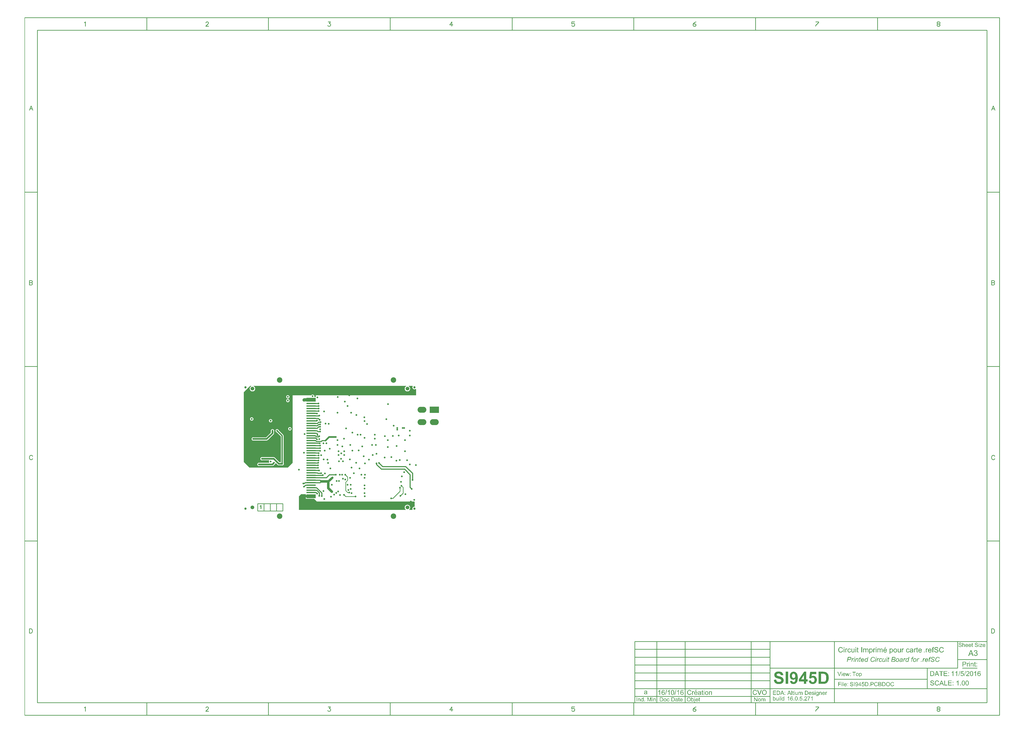
<source format=gtl>
G04 Layer_Physical_Order=1*
G04 Layer_Color=255*
%FSLAX25Y25*%
%MOIN*%
G70*
G01*
G75*
%ADD10R,0.14500X0.06000*%
%ADD11R,0.14500X0.01969*%
%ADD12C,0.01500*%
%ADD13C,0.01800*%
%ADD14C,0.02500*%
%ADD15C,0.02000*%
%ADD16C,0.01000*%
%ADD17C,0.01200*%
%ADD18C,0.05000*%
%ADD19C,0.04000*%
%ADD20C,0.03500*%
%ADD21C,0.00500*%
%ADD22C,0.08661*%
%ADD23C,0.03622*%
%ADD24C,0.04724*%
%ADD25C,0.05906*%
%ADD26O,0.14000X0.09500*%
%ADD27R,0.14567X0.09843*%
%ADD28C,0.02900*%
G36*
X31120Y190910D02*
X30915Y190644D01*
X30594Y189868D01*
X30484Y189035D01*
X30594Y188203D01*
X30915Y187427D01*
X31426Y186761D01*
X32092Y186250D01*
X32868Y185928D01*
X33701Y185819D01*
X34533Y185928D01*
X35309Y186250D01*
X35664Y186523D01*
X36255Y186232D01*
Y176500D01*
X-125960D01*
X-126249Y176876D01*
X-126798Y177298D01*
X-127438Y177563D01*
X-128125Y177654D01*
X-128812Y177563D01*
X-129452Y177298D01*
X-130001Y176876D01*
X-130290Y176500D01*
X-160000D01*
Y69238D01*
X-167500Y61500D01*
X-229000D01*
X-237500Y70270D01*
Y181500D01*
X-227500Y191500D01*
X-225589D01*
X-225490Y191000D01*
X-226042Y190771D01*
X-226947Y190077D01*
X-227641Y189172D01*
X-228078Y188119D01*
X-228226Y186988D01*
X-228078Y185858D01*
X-227641Y184804D01*
X-226947Y183899D01*
X-226042Y183205D01*
X-224989Y182769D01*
X-223858Y182620D01*
X-222728Y182769D01*
X-221674Y183205D01*
X-220770Y183899D01*
X-220075Y184804D01*
X-219639Y185858D01*
X-219490Y186988D01*
X-219639Y188119D01*
X-220075Y189172D01*
X-220770Y190077D01*
X-221674Y190771D01*
X-222227Y191000D01*
X-222128Y191500D01*
X20632D01*
X20750Y190910D01*
X20414Y190771D01*
X19510Y190077D01*
X18816Y189172D01*
X18379Y188119D01*
X18230Y186988D01*
X18379Y185858D01*
X18816Y184804D01*
X19510Y183899D01*
X20414Y183205D01*
X21468Y182769D01*
X22598Y182620D01*
X23729Y182769D01*
X24782Y183205D01*
X25687Y183899D01*
X26381Y184804D01*
X26818Y185858D01*
X26967Y186988D01*
X26818Y188119D01*
X26381Y189172D01*
X25687Y190077D01*
X24782Y190771D01*
X24447Y190910D01*
X24564Y191500D01*
X30829D01*
X31120Y190910D01*
D02*
G37*
G36*
X-138880Y11728D02*
X-125728D01*
X-121500Y7500D01*
X34000D01*
Y-557D01*
X33701Y-819D01*
X32868Y-929D01*
X32092Y-1250D01*
X31426Y-1761D01*
X30915Y-2427D01*
X30594Y-3203D01*
X30484Y-4035D01*
X30594Y-4868D01*
X30818Y-5410D01*
X30501Y-6000D01*
X25453D01*
X25253Y-5410D01*
X25687Y-5077D01*
X26381Y-4172D01*
X26818Y-3119D01*
X26967Y-1988D01*
X26818Y-858D01*
X26381Y196D01*
X25687Y1101D01*
X24782Y1795D01*
X23729Y2231D01*
X22598Y2380D01*
X21468Y2231D01*
X20414Y1795D01*
X19510Y1101D01*
X18816Y196D01*
X18379Y-858D01*
X18230Y-1988D01*
X18379Y-3119D01*
X18816Y-4172D01*
X19510Y-5077D01*
X19944Y-5410D01*
X19744Y-6000D01*
X-150000D01*
Y15500D01*
X-146500Y19000D01*
X-138880D01*
Y11728D01*
D02*
G37*
G36*
X931837Y-218386D02*
X931046D01*
Y-217488D01*
X931837D01*
Y-218386D01*
D02*
G37*
G36*
X927562Y-217390D02*
X927630D01*
X927796Y-217410D01*
X927991Y-217439D01*
X928206Y-217478D01*
X928421Y-217536D01*
X928626Y-217615D01*
X928636D01*
X928645Y-217624D01*
X928675Y-217634D01*
X928714Y-217654D01*
X928811Y-217712D01*
X928938Y-217780D01*
X929075Y-217878D01*
X929211Y-217995D01*
X929348Y-218132D01*
X929465Y-218288D01*
X929475Y-218307D01*
X929514Y-218366D01*
X929563Y-218464D01*
X929611Y-218581D01*
X929670Y-218727D01*
X929729Y-218903D01*
X929768Y-219088D01*
X929787Y-219293D01*
X928977Y-219352D01*
Y-219342D01*
Y-219323D01*
X928967Y-219293D01*
X928958Y-219254D01*
X928938Y-219147D01*
X928899Y-219010D01*
X928841Y-218864D01*
X928762Y-218717D01*
X928655Y-218571D01*
X928528Y-218444D01*
X928509Y-218434D01*
X928460Y-218395D01*
X928372Y-218347D01*
X928255Y-218288D01*
X928099Y-218229D01*
X927903Y-218181D01*
X927679Y-218142D01*
X927415Y-218132D01*
X927289D01*
X927230Y-218142D01*
X927152D01*
X926986Y-218171D01*
X926801Y-218200D01*
X926615Y-218249D01*
X926439Y-218317D01*
X926361Y-218366D01*
X926293Y-218415D01*
X926283Y-218425D01*
X926244Y-218464D01*
X926186Y-218522D01*
X926127Y-218610D01*
X926059Y-218708D01*
X926010Y-218825D01*
X925971Y-218952D01*
X925951Y-219098D01*
Y-219118D01*
Y-219157D01*
X925961Y-219225D01*
X925981Y-219303D01*
X926010Y-219391D01*
X926059Y-219489D01*
X926117Y-219576D01*
X926196Y-219664D01*
X926205Y-219674D01*
X926254Y-219703D01*
X926283Y-219723D01*
X926322Y-219752D01*
X926381Y-219772D01*
X926449Y-219801D01*
X926527Y-219840D01*
X926615Y-219879D01*
X926713Y-219908D01*
X926830Y-219947D01*
X926966Y-219996D01*
X927113Y-220035D01*
X927279Y-220074D01*
X927464Y-220123D01*
X927474D01*
X927513Y-220133D01*
X927562Y-220142D01*
X927630Y-220162D01*
X927718Y-220181D01*
X927816Y-220211D01*
X928030Y-220259D01*
X928265Y-220328D01*
X928499Y-220396D01*
X928616Y-220425D01*
X928714Y-220464D01*
X928811Y-220503D01*
X928889Y-220533D01*
X928899D01*
X928918Y-220543D01*
X928938Y-220562D01*
X928977Y-220582D01*
X929075Y-220640D01*
X929202Y-220708D01*
X929338Y-220806D01*
X929475Y-220923D01*
X929602Y-221050D01*
X929709Y-221187D01*
X929719Y-221206D01*
X929748Y-221255D01*
X929797Y-221333D01*
X929846Y-221450D01*
X929895Y-221577D01*
X929943Y-221733D01*
X929973Y-221909D01*
X929982Y-222094D01*
Y-222104D01*
Y-222114D01*
Y-222143D01*
Y-222182D01*
X929963Y-222280D01*
X929943Y-222407D01*
X929914Y-222553D01*
X929856Y-222719D01*
X929787Y-222895D01*
X929690Y-223061D01*
X929680Y-223080D01*
X929631Y-223139D01*
X929572Y-223217D01*
X929475Y-223314D01*
X929358Y-223431D01*
X929211Y-223549D01*
X929036Y-223656D01*
X928841Y-223763D01*
X928831D01*
X928811Y-223773D01*
X928782Y-223783D01*
X928743Y-223802D01*
X928694Y-223822D01*
X928636Y-223841D01*
X928479Y-223881D01*
X928304Y-223929D01*
X928089Y-223968D01*
X927864Y-223998D01*
X927611Y-224007D01*
X927464D01*
X927396Y-223998D01*
X927308D01*
X927211Y-223988D01*
X927103Y-223978D01*
X926879Y-223949D01*
X926635Y-223900D01*
X926391Y-223841D01*
X926157Y-223763D01*
X926147D01*
X926127Y-223754D01*
X926098Y-223734D01*
X926059Y-223715D01*
X925951Y-223656D01*
X925825Y-223568D01*
X925668Y-223461D01*
X925522Y-223334D01*
X925366Y-223178D01*
X925229Y-223002D01*
Y-222992D01*
X925220Y-222983D01*
X925200Y-222953D01*
X925181Y-222914D01*
X925151Y-222865D01*
X925122Y-222807D01*
X925063Y-222660D01*
X925005Y-222495D01*
X924946Y-222290D01*
X924907Y-222075D01*
X924888Y-221841D01*
X925688Y-221772D01*
Y-221782D01*
Y-221792D01*
X925698Y-221850D01*
X925717Y-221938D01*
X925737Y-222055D01*
X925776Y-222182D01*
X925815Y-222319D01*
X925873Y-222446D01*
X925942Y-222573D01*
X925951Y-222582D01*
X925981Y-222621D01*
X926030Y-222680D01*
X926108Y-222748D01*
X926196Y-222826D01*
X926303Y-222914D01*
X926439Y-222992D01*
X926586Y-223070D01*
X926596D01*
X926605Y-223080D01*
X926664Y-223100D01*
X926752Y-223129D01*
X926879Y-223158D01*
X927015Y-223197D01*
X927191Y-223227D01*
X927376Y-223246D01*
X927572Y-223256D01*
X927650D01*
X927747Y-223246D01*
X927855Y-223236D01*
X927991Y-223227D01*
X928128Y-223197D01*
X928274Y-223168D01*
X928421Y-223119D01*
X928440Y-223109D01*
X928479Y-223090D01*
X928548Y-223061D01*
X928626Y-223012D01*
X928723Y-222953D01*
X928811Y-222885D01*
X928899Y-222807D01*
X928977Y-222719D01*
X928987Y-222709D01*
X929006Y-222670D01*
X929036Y-222621D01*
X929075Y-222553D01*
X929104Y-222475D01*
X929133Y-222377D01*
X929153Y-222280D01*
X929163Y-222172D01*
Y-222163D01*
Y-222124D01*
X929153Y-222065D01*
X929143Y-221997D01*
X929123Y-221909D01*
X929084Y-221821D01*
X929045Y-221733D01*
X928987Y-221645D01*
X928977Y-221636D01*
X928958Y-221606D01*
X928909Y-221567D01*
X928850Y-221509D01*
X928772Y-221450D01*
X928675Y-221392D01*
X928548Y-221323D01*
X928411Y-221265D01*
X928401Y-221255D01*
X928362Y-221245D01*
X928284Y-221226D01*
X928235Y-221206D01*
X928177Y-221187D01*
X928099Y-221167D01*
X928021Y-221148D01*
X927923Y-221118D01*
X927825Y-221089D01*
X927708Y-221060D01*
X927572Y-221031D01*
X927425Y-220991D01*
X927269Y-220953D01*
X927259D01*
X927230Y-220943D01*
X927181Y-220933D01*
X927123Y-220913D01*
X927054Y-220894D01*
X926976Y-220874D01*
X926791Y-220826D01*
X926586Y-220757D01*
X926381Y-220689D01*
X926196Y-220621D01*
X926108Y-220591D01*
X926039Y-220552D01*
X926030D01*
X926020Y-220543D01*
X925961Y-220503D01*
X925883Y-220455D01*
X925786Y-220386D01*
X925668Y-220299D01*
X925561Y-220201D01*
X925454Y-220084D01*
X925356Y-219957D01*
X925346Y-219937D01*
X925317Y-219889D01*
X925288Y-219820D01*
X925249Y-219723D01*
X925200Y-219606D01*
X925171Y-219469D01*
X925141Y-219313D01*
X925132Y-219157D01*
Y-219147D01*
Y-219137D01*
Y-219108D01*
Y-219069D01*
X925151Y-218981D01*
X925171Y-218864D01*
X925200Y-218717D01*
X925249Y-218571D01*
X925317Y-218405D01*
X925405Y-218249D01*
Y-218239D01*
X925415Y-218229D01*
X925454Y-218181D01*
X925522Y-218103D01*
X925610Y-218005D01*
X925717Y-217907D01*
X925854Y-217800D01*
X926020Y-217693D01*
X926205Y-217605D01*
X926215D01*
X926225Y-217595D01*
X926254Y-217585D01*
X926303Y-217566D01*
X926352Y-217556D01*
X926410Y-217536D01*
X926547Y-217488D01*
X926723Y-217449D01*
X926918Y-217419D01*
X927142Y-217390D01*
X927376Y-217380D01*
X927494D01*
X927562Y-217390D01*
D02*
G37*
G36*
X901678D02*
X901747D01*
X901913Y-217410D01*
X902108Y-217439D01*
X902322Y-217478D01*
X902537Y-217536D01*
X902742Y-217615D01*
X902752D01*
X902762Y-217624D01*
X902791Y-217634D01*
X902830Y-217654D01*
X902928Y-217712D01*
X903055Y-217780D01*
X903191Y-217878D01*
X903328Y-217995D01*
X903465Y-218132D01*
X903582Y-218288D01*
X903591Y-218307D01*
X903630Y-218366D01*
X903679Y-218464D01*
X903728Y-218581D01*
X903786Y-218727D01*
X903845Y-218903D01*
X903884Y-219088D01*
X903904Y-219293D01*
X903094Y-219352D01*
Y-219342D01*
Y-219323D01*
X903084Y-219293D01*
X903074Y-219254D01*
X903055Y-219147D01*
X903016Y-219010D01*
X902957Y-218864D01*
X902879Y-218717D01*
X902771Y-218571D01*
X902645Y-218444D01*
X902625Y-218434D01*
X902576Y-218395D01*
X902489Y-218347D01*
X902371Y-218288D01*
X902215Y-218229D01*
X902020Y-218181D01*
X901795Y-218142D01*
X901532Y-218132D01*
X901405D01*
X901346Y-218142D01*
X901268D01*
X901103Y-218171D01*
X900917Y-218200D01*
X900732Y-218249D01*
X900556Y-218317D01*
X900478Y-218366D01*
X900410Y-218415D01*
X900400Y-218425D01*
X900361Y-218464D01*
X900302Y-218522D01*
X900244Y-218610D01*
X900175Y-218708D01*
X900126Y-218825D01*
X900088Y-218952D01*
X900068Y-219098D01*
Y-219118D01*
Y-219157D01*
X900078Y-219225D01*
X900097Y-219303D01*
X900126Y-219391D01*
X900175Y-219489D01*
X900234Y-219576D01*
X900312Y-219664D01*
X900322Y-219674D01*
X900371Y-219703D01*
X900400Y-219723D01*
X900439Y-219752D01*
X900497Y-219772D01*
X900566Y-219801D01*
X900644Y-219840D01*
X900732Y-219879D01*
X900829Y-219908D01*
X900946Y-219947D01*
X901083Y-219996D01*
X901229Y-220035D01*
X901395Y-220074D01*
X901581Y-220123D01*
X901591D01*
X901630Y-220133D01*
X901678Y-220142D01*
X901747Y-220162D01*
X901834Y-220181D01*
X901932Y-220211D01*
X902147Y-220259D01*
X902381Y-220328D01*
X902615Y-220396D01*
X902732Y-220425D01*
X902830Y-220464D01*
X902928Y-220503D01*
X903006Y-220533D01*
X903016D01*
X903035Y-220543D01*
X903055Y-220562D01*
X903094Y-220582D01*
X903191Y-220640D01*
X903318Y-220708D01*
X903455Y-220806D01*
X903591Y-220923D01*
X903718Y-221050D01*
X903826Y-221187D01*
X903835Y-221206D01*
X903865Y-221255D01*
X903913Y-221333D01*
X903962Y-221450D01*
X904011Y-221577D01*
X904060Y-221733D01*
X904089Y-221909D01*
X904099Y-222094D01*
Y-222104D01*
Y-222114D01*
Y-222143D01*
Y-222182D01*
X904079Y-222280D01*
X904060Y-222407D01*
X904031Y-222553D01*
X903972Y-222719D01*
X903904Y-222895D01*
X903806Y-223061D01*
X903796Y-223080D01*
X903747Y-223139D01*
X903689Y-223217D01*
X903591Y-223314D01*
X903474Y-223431D01*
X903328Y-223549D01*
X903152Y-223656D01*
X902957Y-223763D01*
X902947D01*
X902928Y-223773D01*
X902898Y-223783D01*
X902859Y-223802D01*
X902810Y-223822D01*
X902752Y-223841D01*
X902596Y-223881D01*
X902420Y-223929D01*
X902205Y-223968D01*
X901981Y-223998D01*
X901727Y-224007D01*
X901581D01*
X901512Y-223998D01*
X901425D01*
X901327Y-223988D01*
X901220Y-223978D01*
X900995Y-223949D01*
X900751Y-223900D01*
X900507Y-223841D01*
X900273Y-223763D01*
X900263D01*
X900244Y-223754D01*
X900214Y-223734D01*
X900175Y-223715D01*
X900068Y-223656D01*
X899941Y-223568D01*
X899785Y-223461D01*
X899638Y-223334D01*
X899482Y-223178D01*
X899346Y-223002D01*
Y-222992D01*
X899336Y-222983D01*
X899317Y-222953D01*
X899297Y-222914D01*
X899268Y-222865D01*
X899238Y-222807D01*
X899180Y-222660D01*
X899121Y-222495D01*
X899063Y-222290D01*
X899024Y-222075D01*
X899004Y-221841D01*
X899804Y-221772D01*
Y-221782D01*
Y-221792D01*
X899814Y-221850D01*
X899834Y-221938D01*
X899853Y-222055D01*
X899892Y-222182D01*
X899931Y-222319D01*
X899990Y-222446D01*
X900058Y-222573D01*
X900068Y-222582D01*
X900097Y-222621D01*
X900146Y-222680D01*
X900224Y-222748D01*
X900312Y-222826D01*
X900419Y-222914D01*
X900556Y-222992D01*
X900702Y-223070D01*
X900712D01*
X900722Y-223080D01*
X900780Y-223100D01*
X900868Y-223129D01*
X900995Y-223158D01*
X901132Y-223197D01*
X901307Y-223227D01*
X901493Y-223246D01*
X901688Y-223256D01*
X901766D01*
X901864Y-223246D01*
X901971Y-223236D01*
X902108Y-223227D01*
X902244Y-223197D01*
X902391Y-223168D01*
X902537Y-223119D01*
X902557Y-223109D01*
X902596Y-223090D01*
X902664Y-223061D01*
X902742Y-223012D01*
X902840Y-222953D01*
X902928Y-222885D01*
X903016Y-222807D01*
X903094Y-222719D01*
X903103Y-222709D01*
X903123Y-222670D01*
X903152Y-222621D01*
X903191Y-222553D01*
X903220Y-222475D01*
X903250Y-222377D01*
X903269Y-222280D01*
X903279Y-222172D01*
Y-222163D01*
Y-222124D01*
X903269Y-222065D01*
X903259Y-221997D01*
X903240Y-221909D01*
X903201Y-221821D01*
X903162Y-221733D01*
X903103Y-221645D01*
X903094Y-221636D01*
X903074Y-221606D01*
X903025Y-221567D01*
X902967Y-221509D01*
X902889Y-221450D01*
X902791Y-221392D01*
X902664Y-221323D01*
X902528Y-221265D01*
X902518Y-221255D01*
X902479Y-221245D01*
X902401Y-221226D01*
X902352Y-221206D01*
X902293Y-221187D01*
X902215Y-221167D01*
X902137Y-221148D01*
X902040Y-221118D01*
X901942Y-221089D01*
X901825Y-221060D01*
X901688Y-221031D01*
X901542Y-220991D01*
X901386Y-220953D01*
X901376D01*
X901346Y-220943D01*
X901298Y-220933D01*
X901239Y-220913D01*
X901171Y-220894D01*
X901093Y-220874D01*
X900907Y-220826D01*
X900702Y-220757D01*
X900497Y-220689D01*
X900312Y-220621D01*
X900224Y-220591D01*
X900156Y-220552D01*
X900146D01*
X900136Y-220543D01*
X900078Y-220503D01*
X900000Y-220455D01*
X899902Y-220386D01*
X899785Y-220299D01*
X899678Y-220201D01*
X899570Y-220084D01*
X899473Y-219957D01*
X899463Y-219937D01*
X899434Y-219889D01*
X899404Y-219820D01*
X899365Y-219723D01*
X899317Y-219606D01*
X899287Y-219469D01*
X899258Y-219313D01*
X899248Y-219157D01*
Y-219147D01*
Y-219137D01*
Y-219108D01*
Y-219069D01*
X899268Y-218981D01*
X899287Y-218864D01*
X899317Y-218717D01*
X899365Y-218571D01*
X899434Y-218405D01*
X899521Y-218249D01*
Y-218239D01*
X899531Y-218229D01*
X899570Y-218181D01*
X899638Y-218103D01*
X899726Y-218005D01*
X899834Y-217907D01*
X899970Y-217800D01*
X900136Y-217693D01*
X900322Y-217605D01*
X900331D01*
X900341Y-217595D01*
X900371Y-217585D01*
X900419Y-217566D01*
X900468Y-217556D01*
X900527Y-217536D01*
X900663Y-217488D01*
X900839Y-217449D01*
X901034Y-217419D01*
X901259Y-217390D01*
X901493Y-217380D01*
X901610D01*
X901678Y-217390D01*
D02*
G37*
G36*
X936580Y-219772D02*
X934062Y-222729D01*
X933574Y-223275D01*
X933623D01*
X933662Y-223266D01*
X933769Y-223256D01*
X933896Y-223246D01*
X934052D01*
X934218Y-223236D01*
X934570Y-223227D01*
X936717D01*
Y-223900D01*
X932608D01*
Y-223266D01*
X935565Y-219859D01*
X935477D01*
X935389Y-219869D01*
X935262D01*
X935126Y-219879D01*
X934980D01*
X934823Y-219889D01*
X932784D01*
Y-219254D01*
X936580D01*
Y-219772D01*
D02*
G37*
G36*
X931837Y-223900D02*
X931046D01*
Y-219254D01*
X931837D01*
Y-223900D01*
D02*
G37*
G36*
X905943Y-219781D02*
X905953Y-219772D01*
X905973Y-219752D01*
X906002Y-219723D01*
X906041Y-219684D01*
X906100Y-219635D01*
X906158Y-219576D01*
X906236Y-219528D01*
X906324Y-219459D01*
X906422Y-219401D01*
X906519Y-219352D01*
X906763Y-219245D01*
X906890Y-219205D01*
X907027Y-219176D01*
X907173Y-219157D01*
X907329Y-219147D01*
X907417D01*
X907515Y-219157D01*
X907632Y-219176D01*
X907769Y-219196D01*
X907915Y-219235D01*
X908071Y-219284D01*
X908218Y-219352D01*
X908237Y-219362D01*
X908276Y-219391D01*
X908344Y-219440D01*
X908432Y-219498D01*
X908520Y-219576D01*
X908608Y-219674D01*
X908696Y-219791D01*
X908764Y-219918D01*
X908774Y-219937D01*
X908793Y-219986D01*
X908813Y-220064D01*
X908852Y-220181D01*
X908881Y-220328D01*
X908901Y-220513D01*
X908920Y-220718D01*
X908930Y-220962D01*
Y-223900D01*
X908140D01*
Y-220953D01*
Y-220943D01*
Y-220923D01*
Y-220894D01*
Y-220855D01*
X908130Y-220757D01*
X908110Y-220621D01*
X908071Y-220484D01*
X908032Y-220347D01*
X907964Y-220211D01*
X907876Y-220094D01*
X907866Y-220084D01*
X907827Y-220055D01*
X907769Y-220006D01*
X907691Y-219957D01*
X907593Y-219908D01*
X907466Y-219859D01*
X907329Y-219830D01*
X907164Y-219820D01*
X907105D01*
X907037Y-219830D01*
X906949Y-219840D01*
X906851Y-219869D01*
X906734Y-219898D01*
X906617Y-219947D01*
X906500Y-220006D01*
X906490Y-220016D01*
X906451Y-220035D01*
X906402Y-220084D01*
X906334Y-220133D01*
X906266Y-220211D01*
X906188Y-220289D01*
X906129Y-220396D01*
X906070Y-220503D01*
X906061Y-220513D01*
X906051Y-220562D01*
X906031Y-220630D01*
X906012Y-220728D01*
X905982Y-220855D01*
X905963Y-221001D01*
X905953Y-221167D01*
X905943Y-221362D01*
Y-223900D01*
X905153D01*
Y-217488D01*
X905943D01*
Y-219781D01*
D02*
G37*
G36*
X921013Y-219254D02*
X921803D01*
Y-219869D01*
X921013D01*
Y-222592D01*
Y-222602D01*
Y-222641D01*
Y-222699D01*
X921023Y-222768D01*
X921033Y-222914D01*
X921042Y-222973D01*
X921052Y-223022D01*
X921062Y-223041D01*
X921081Y-223080D01*
X921120Y-223129D01*
X921179Y-223178D01*
X921198Y-223187D01*
X921247Y-223197D01*
X921335Y-223217D01*
X921452Y-223227D01*
X921550D01*
X921599Y-223217D01*
X921657D01*
X921803Y-223197D01*
X921911Y-223890D01*
X921891D01*
X921852Y-223900D01*
X921794Y-223910D01*
X921706Y-223920D01*
X921618Y-223939D01*
X921520Y-223949D01*
X921315Y-223959D01*
X921247D01*
X921169Y-223949D01*
X921072Y-223939D01*
X920964Y-223929D01*
X920847Y-223900D01*
X920740Y-223871D01*
X920642Y-223832D01*
X920632Y-223822D01*
X920603Y-223802D01*
X920564Y-223773D01*
X920515Y-223734D01*
X920457Y-223685D01*
X920408Y-223627D01*
X920349Y-223558D01*
X920310Y-223480D01*
Y-223471D01*
X920300Y-223431D01*
X920281Y-223373D01*
X920271Y-223275D01*
X920252Y-223148D01*
X920242Y-223080D01*
X920232Y-222992D01*
Y-222895D01*
X920222Y-222787D01*
Y-222670D01*
Y-222543D01*
Y-219869D01*
X919637D01*
Y-219254D01*
X920222D01*
Y-218112D01*
X921013Y-217634D01*
Y-219254D01*
D02*
G37*
G36*
X939567Y-219157D02*
X939645Y-219166D01*
X939742Y-219176D01*
X939840Y-219196D01*
X939957Y-219225D01*
X940191Y-219303D01*
X940318Y-219352D01*
X940445Y-219420D01*
X940572Y-219489D01*
X940699Y-219576D01*
X940816Y-219674D01*
X940933Y-219791D01*
X940943Y-219801D01*
X940962Y-219820D01*
X940992Y-219859D01*
X941031Y-219908D01*
X941070Y-219976D01*
X941119Y-220055D01*
X941177Y-220142D01*
X941236Y-220250D01*
X941284Y-220377D01*
X941343Y-220503D01*
X941392Y-220650D01*
X941441Y-220816D01*
X941470Y-220982D01*
X941499Y-221167D01*
X941519Y-221362D01*
X941528Y-221577D01*
Y-221587D01*
Y-221626D01*
Y-221694D01*
X941519Y-221782D01*
X938064D01*
Y-221792D01*
Y-221811D01*
X938073Y-221860D01*
Y-221909D01*
X938083Y-221977D01*
X938093Y-222046D01*
X938132Y-222221D01*
X938190Y-222407D01*
X938259Y-222602D01*
X938366Y-222797D01*
X938493Y-222963D01*
X938513Y-222983D01*
X938561Y-223022D01*
X938649Y-223090D01*
X938757Y-223158D01*
X938903Y-223236D01*
X939069Y-223305D01*
X939254Y-223344D01*
X939459Y-223363D01*
X939537D01*
X939616Y-223353D01*
X939713Y-223334D01*
X939830Y-223305D01*
X939957Y-223266D01*
X940084Y-223217D01*
X940201Y-223139D01*
X940211Y-223129D01*
X940250Y-223090D01*
X940308Y-223041D01*
X940377Y-222953D01*
X940455Y-222856D01*
X940533Y-222729D01*
X940611Y-222573D01*
X940689Y-222397D01*
X941499Y-222504D01*
Y-222514D01*
X941489Y-222534D01*
X941480Y-222573D01*
X941460Y-222621D01*
X941441Y-222680D01*
X941411Y-222748D01*
X941333Y-222914D01*
X941236Y-223090D01*
X941119Y-223275D01*
X940962Y-223461D01*
X940787Y-223617D01*
X940777D01*
X940767Y-223637D01*
X940738Y-223656D01*
X940689Y-223675D01*
X940640Y-223705D01*
X940582Y-223744D01*
X940513Y-223773D01*
X940426Y-223812D01*
X940240Y-223881D01*
X940006Y-223949D01*
X939752Y-223988D01*
X939459Y-224007D01*
X939362D01*
X939293Y-223998D01*
X939206Y-223988D01*
X939108Y-223978D01*
X939001Y-223959D01*
X938874Y-223929D01*
X938620Y-223851D01*
X938483Y-223802D01*
X938356Y-223744D01*
X938220Y-223675D01*
X938093Y-223588D01*
X937966Y-223490D01*
X937849Y-223383D01*
X937839Y-223373D01*
X937820Y-223353D01*
X937790Y-223314D01*
X937761Y-223266D01*
X937712Y-223207D01*
X937663Y-223129D01*
X937605Y-223031D01*
X937556Y-222924D01*
X937498Y-222807D01*
X937439Y-222680D01*
X937390Y-222534D01*
X937351Y-222377D01*
X937312Y-222212D01*
X937283Y-222026D01*
X937263Y-221831D01*
X937254Y-221626D01*
Y-221616D01*
Y-221577D01*
Y-221509D01*
X937263Y-221431D01*
X937273Y-221333D01*
X937283Y-221216D01*
X937302Y-221089D01*
X937332Y-220953D01*
X937400Y-220660D01*
X937449Y-220513D01*
X937507Y-220357D01*
X937576Y-220211D01*
X937654Y-220064D01*
X937742Y-219928D01*
X937849Y-219801D01*
X937859Y-219791D01*
X937878Y-219772D01*
X937908Y-219742D01*
X937956Y-219693D01*
X938015Y-219645D01*
X938093Y-219596D01*
X938171Y-219537D01*
X938269Y-219469D01*
X938376Y-219410D01*
X938493Y-219352D01*
X938620Y-219303D01*
X938766Y-219245D01*
X938913Y-219205D01*
X939069Y-219176D01*
X939235Y-219157D01*
X939410Y-219147D01*
X939498D01*
X939567Y-219157D01*
D02*
G37*
G36*
X917167D02*
X917246Y-219166D01*
X917343Y-219176D01*
X917441Y-219196D01*
X917558Y-219225D01*
X917792Y-219303D01*
X917919Y-219352D01*
X918046Y-219420D01*
X918173Y-219489D01*
X918300Y-219576D01*
X918417Y-219674D01*
X918534Y-219791D01*
X918544Y-219801D01*
X918563Y-219820D01*
X918592Y-219859D01*
X918631Y-219908D01*
X918670Y-219976D01*
X918719Y-220055D01*
X918778Y-220142D01*
X918836Y-220250D01*
X918885Y-220377D01*
X918944Y-220503D01*
X918993Y-220650D01*
X919041Y-220816D01*
X919071Y-220982D01*
X919100Y-221167D01*
X919119Y-221362D01*
X919129Y-221577D01*
Y-221587D01*
Y-221626D01*
Y-221694D01*
X919119Y-221782D01*
X915664D01*
Y-221792D01*
Y-221811D01*
X915674Y-221860D01*
Y-221909D01*
X915684Y-221977D01*
X915694Y-222046D01*
X915733Y-222221D01*
X915791Y-222407D01*
X915860Y-222602D01*
X915967Y-222797D01*
X916094Y-222963D01*
X916113Y-222983D01*
X916162Y-223022D01*
X916250Y-223090D01*
X916357Y-223158D01*
X916504Y-223236D01*
X916670Y-223305D01*
X916855Y-223344D01*
X917060Y-223363D01*
X917138D01*
X917216Y-223353D01*
X917314Y-223334D01*
X917431Y-223305D01*
X917558Y-223266D01*
X917685Y-223217D01*
X917802Y-223139D01*
X917812Y-223129D01*
X917851Y-223090D01*
X917909Y-223041D01*
X917978Y-222953D01*
X918056Y-222856D01*
X918134Y-222729D01*
X918212Y-222573D01*
X918290Y-222397D01*
X919100Y-222504D01*
Y-222514D01*
X919090Y-222534D01*
X919081Y-222573D01*
X919061Y-222621D01*
X919041Y-222680D01*
X919012Y-222748D01*
X918934Y-222914D01*
X918836Y-223090D01*
X918719Y-223275D01*
X918563Y-223461D01*
X918388Y-223617D01*
X918378D01*
X918368Y-223637D01*
X918339Y-223656D01*
X918290Y-223675D01*
X918241Y-223705D01*
X918182Y-223744D01*
X918114Y-223773D01*
X918026Y-223812D01*
X917841Y-223881D01*
X917607Y-223949D01*
X917353Y-223988D01*
X917060Y-224007D01*
X916963D01*
X916894Y-223998D01*
X916806Y-223988D01*
X916709Y-223978D01*
X916601Y-223959D01*
X916475Y-223929D01*
X916221Y-223851D01*
X916084Y-223802D01*
X915957Y-223744D01*
X915821Y-223675D01*
X915694Y-223588D01*
X915567Y-223490D01*
X915450Y-223383D01*
X915440Y-223373D01*
X915420Y-223353D01*
X915391Y-223314D01*
X915362Y-223266D01*
X915313Y-223207D01*
X915264Y-223129D01*
X915206Y-223031D01*
X915157Y-222924D01*
X915098Y-222807D01*
X915040Y-222680D01*
X914991Y-222534D01*
X914952Y-222377D01*
X914913Y-222212D01*
X914884Y-222026D01*
X914864Y-221831D01*
X914854Y-221626D01*
Y-221616D01*
Y-221577D01*
Y-221509D01*
X914864Y-221431D01*
X914874Y-221333D01*
X914884Y-221216D01*
X914903Y-221089D01*
X914933Y-220953D01*
X915001Y-220660D01*
X915050Y-220513D01*
X915108Y-220357D01*
X915176Y-220211D01*
X915254Y-220064D01*
X915342Y-219928D01*
X915450Y-219801D01*
X915460Y-219791D01*
X915479Y-219772D01*
X915508Y-219742D01*
X915557Y-219693D01*
X915616Y-219645D01*
X915694Y-219596D01*
X915772Y-219537D01*
X915869Y-219469D01*
X915977Y-219410D01*
X916094Y-219352D01*
X916221Y-219303D01*
X916367Y-219245D01*
X916514Y-219205D01*
X916670Y-219176D01*
X916836Y-219157D01*
X917011Y-219147D01*
X917099D01*
X917167Y-219157D01*
D02*
G37*
G36*
X912190D02*
X912268Y-219166D01*
X912366Y-219176D01*
X912463Y-219196D01*
X912580Y-219225D01*
X912815Y-219303D01*
X912941Y-219352D01*
X913068Y-219420D01*
X913195Y-219489D01*
X913322Y-219576D01*
X913439Y-219674D01*
X913556Y-219791D01*
X913566Y-219801D01*
X913586Y-219820D01*
X913615Y-219859D01*
X913654Y-219908D01*
X913693Y-219976D01*
X913742Y-220055D01*
X913800Y-220142D01*
X913859Y-220250D01*
X913908Y-220377D01*
X913966Y-220503D01*
X914015Y-220650D01*
X914064Y-220816D01*
X914093Y-220982D01*
X914122Y-221167D01*
X914142Y-221362D01*
X914152Y-221577D01*
Y-221587D01*
Y-221626D01*
Y-221694D01*
X914142Y-221782D01*
X910687D01*
Y-221792D01*
Y-221811D01*
X910697Y-221860D01*
Y-221909D01*
X910706Y-221977D01*
X910716Y-222046D01*
X910755Y-222221D01*
X910814Y-222407D01*
X910882Y-222602D01*
X910989Y-222797D01*
X911116Y-222963D01*
X911136Y-222983D01*
X911185Y-223022D01*
X911273Y-223090D01*
X911380Y-223158D01*
X911526Y-223236D01*
X911692Y-223305D01*
X911878Y-223344D01*
X912082Y-223363D01*
X912161D01*
X912239Y-223353D01*
X912336Y-223334D01*
X912453Y-223305D01*
X912580Y-223266D01*
X912707Y-223217D01*
X912824Y-223139D01*
X912834Y-223129D01*
X912873Y-223090D01*
X912932Y-223041D01*
X913000Y-222953D01*
X913078Y-222856D01*
X913156Y-222729D01*
X913234Y-222573D01*
X913312Y-222397D01*
X914122Y-222504D01*
Y-222514D01*
X914113Y-222534D01*
X914103Y-222573D01*
X914083Y-222621D01*
X914064Y-222680D01*
X914034Y-222748D01*
X913957Y-222914D01*
X913859Y-223090D01*
X913742Y-223275D01*
X913586Y-223461D01*
X913410Y-223617D01*
X913400D01*
X913390Y-223637D01*
X913361Y-223656D01*
X913312Y-223675D01*
X913264Y-223705D01*
X913205Y-223744D01*
X913137Y-223773D01*
X913049Y-223812D01*
X912863Y-223881D01*
X912629Y-223949D01*
X912375Y-223988D01*
X912082Y-224007D01*
X911985D01*
X911917Y-223998D01*
X911829Y-223988D01*
X911731Y-223978D01*
X911624Y-223959D01*
X911497Y-223929D01*
X911243Y-223851D01*
X911106Y-223802D01*
X910980Y-223744D01*
X910843Y-223675D01*
X910716Y-223588D01*
X910589Y-223490D01*
X910472Y-223383D01*
X910462Y-223373D01*
X910443Y-223353D01*
X910414Y-223314D01*
X910384Y-223266D01*
X910336Y-223207D01*
X910287Y-223129D01*
X910228Y-223031D01*
X910179Y-222924D01*
X910121Y-222807D01*
X910062Y-222680D01*
X910013Y-222534D01*
X909974Y-222377D01*
X909935Y-222212D01*
X909906Y-222026D01*
X909886Y-221831D01*
X909877Y-221626D01*
Y-221616D01*
Y-221577D01*
Y-221509D01*
X909886Y-221431D01*
X909896Y-221333D01*
X909906Y-221216D01*
X909926Y-221089D01*
X909955Y-220953D01*
X910023Y-220660D01*
X910072Y-220513D01*
X910131Y-220357D01*
X910199Y-220211D01*
X910277Y-220064D01*
X910365Y-219928D01*
X910472Y-219801D01*
X910482Y-219791D01*
X910501Y-219772D01*
X910531Y-219742D01*
X910579Y-219693D01*
X910638Y-219645D01*
X910716Y-219596D01*
X910794Y-219537D01*
X910892Y-219469D01*
X910999Y-219410D01*
X911116Y-219352D01*
X911243Y-219303D01*
X911390Y-219245D01*
X911536Y-219205D01*
X911692Y-219176D01*
X911858Y-219157D01*
X912034Y-219147D01*
X912122D01*
X912190Y-219157D01*
D02*
G37*
G36*
X859486Y-224186D02*
X859626Y-224199D01*
X859791Y-224224D01*
X859968Y-224249D01*
X860159Y-224287D01*
X860006Y-225176D01*
X859993D01*
X859956Y-225163D01*
X859892Y-225150D01*
X859816Y-225137D01*
X859714D01*
X859613Y-225125D01*
X859397Y-225112D01*
X859321D01*
X859245Y-225125D01*
X859143Y-225137D01*
X859042Y-225163D01*
X858928Y-225201D01*
X858826Y-225252D01*
X858737Y-225315D01*
X858724Y-225328D01*
X858712Y-225353D01*
X858674Y-225404D01*
X858648Y-225480D01*
X858610Y-225582D01*
X858572Y-225721D01*
X858560Y-225873D01*
X858547Y-226064D01*
Y-226610D01*
X859727D01*
Y-227409D01*
X858560D01*
Y-232650D01*
X857532D01*
Y-227409D01*
X856631D01*
Y-226610D01*
X857532D01*
Y-225975D01*
Y-225962D01*
Y-225950D01*
Y-225873D01*
X857544Y-225772D01*
Y-225632D01*
X857557Y-225493D01*
X857582Y-225341D01*
X857608Y-225201D01*
X857646Y-225074D01*
X857659Y-225061D01*
X857671Y-225011D01*
X857709Y-224935D01*
X857760Y-224846D01*
X857836Y-224731D01*
X857925Y-224630D01*
X858027Y-224528D01*
X858154Y-224427D01*
X858166Y-224414D01*
X858230Y-224389D01*
X858306Y-224351D01*
X858433Y-224300D01*
X858572Y-224249D01*
X858763Y-224211D01*
X858966Y-224186D01*
X859207Y-224173D01*
X859372D01*
X859486Y-224186D01*
D02*
G37*
G36*
X768463Y-225480D02*
X767435D01*
Y-224313D01*
X768463D01*
Y-225480D01*
D02*
G37*
G36*
X736129D02*
X735101D01*
Y-224313D01*
X736129D01*
Y-225480D01*
D02*
G37*
G36*
X717373D02*
X716345D01*
Y-224313D01*
X717373D01*
Y-225480D01*
D02*
G37*
G36*
X782194Y-225861D02*
X781343D01*
X782105Y-224275D01*
X783450D01*
X782194Y-225861D01*
D02*
G37*
G36*
X863775Y-224186D02*
X863864D01*
X864080Y-224211D01*
X864334Y-224249D01*
X864613Y-224300D01*
X864892Y-224376D01*
X865158Y-224478D01*
X865171D01*
X865184Y-224490D01*
X865222Y-224503D01*
X865273Y-224528D01*
X865399Y-224605D01*
X865564Y-224693D01*
X865742Y-224820D01*
X865920Y-224973D01*
X866097Y-225150D01*
X866250Y-225353D01*
X866262Y-225379D01*
X866313Y-225455D01*
X866377Y-225582D01*
X866440Y-225734D01*
X866516Y-225924D01*
X866592Y-226153D01*
X866643Y-226394D01*
X866669Y-226660D01*
X865615Y-226736D01*
Y-226724D01*
Y-226698D01*
X865602Y-226660D01*
X865590Y-226610D01*
X865564Y-226470D01*
X865514Y-226292D01*
X865438Y-226102D01*
X865336Y-225912D01*
X865196Y-225721D01*
X865032Y-225556D01*
X865006Y-225544D01*
X864943Y-225493D01*
X864828Y-225429D01*
X864676Y-225353D01*
X864473Y-225277D01*
X864219Y-225214D01*
X863927Y-225163D01*
X863585Y-225150D01*
X863420D01*
X863344Y-225163D01*
X863242D01*
X863026Y-225201D01*
X862785Y-225239D01*
X862544Y-225303D01*
X862316Y-225391D01*
X862214Y-225455D01*
X862125Y-225518D01*
X862113Y-225531D01*
X862062Y-225582D01*
X861986Y-225658D01*
X861910Y-225772D01*
X861821Y-225899D01*
X861757Y-226051D01*
X861707Y-226216D01*
X861681Y-226407D01*
Y-226432D01*
Y-226483D01*
X861694Y-226571D01*
X861719Y-226673D01*
X861757Y-226787D01*
X861821Y-226914D01*
X861897Y-227028D01*
X861999Y-227143D01*
X862011Y-227155D01*
X862075Y-227193D01*
X862113Y-227219D01*
X862164Y-227257D01*
X862240Y-227282D01*
X862329Y-227320D01*
X862430Y-227371D01*
X862544Y-227422D01*
X862671Y-227460D01*
X862823Y-227511D01*
X863001Y-227574D01*
X863191Y-227625D01*
X863407Y-227676D01*
X863648Y-227739D01*
X863661D01*
X863712Y-227752D01*
X863775Y-227764D01*
X863864Y-227790D01*
X863978Y-227815D01*
X864105Y-227853D01*
X864384Y-227917D01*
X864689Y-228006D01*
X864993Y-228094D01*
X865146Y-228132D01*
X865273Y-228183D01*
X865399Y-228234D01*
X865501Y-228272D01*
X865514D01*
X865539Y-228285D01*
X865564Y-228310D01*
X865615Y-228335D01*
X865742Y-228412D01*
X865907Y-228500D01*
X866085Y-228627D01*
X866262Y-228780D01*
X866427Y-228944D01*
X866567Y-229122D01*
X866580Y-229148D01*
X866618Y-229211D01*
X866681Y-229312D01*
X866745Y-229465D01*
X866808Y-229630D01*
X866871Y-229833D01*
X866910Y-230061D01*
X866922Y-230302D01*
Y-230315D01*
Y-230328D01*
Y-230366D01*
Y-230417D01*
X866897Y-230543D01*
X866871Y-230708D01*
X866833Y-230899D01*
X866757Y-231115D01*
X866669Y-231343D01*
X866542Y-231559D01*
X866529Y-231584D01*
X866465Y-231660D01*
X866389Y-231762D01*
X866262Y-231889D01*
X866110Y-232041D01*
X865920Y-232193D01*
X865691Y-232333D01*
X865438Y-232472D01*
X865425D01*
X865399Y-232485D01*
X865361Y-232498D01*
X865311Y-232523D01*
X865247Y-232548D01*
X865171Y-232574D01*
X864968Y-232625D01*
X864740Y-232688D01*
X864460Y-232739D01*
X864168Y-232777D01*
X863839Y-232790D01*
X863648D01*
X863559Y-232777D01*
X863445D01*
X863318Y-232764D01*
X863179Y-232751D01*
X862887Y-232714D01*
X862570Y-232650D01*
X862252Y-232574D01*
X861948Y-232472D01*
X861935D01*
X861910Y-232460D01*
X861872Y-232434D01*
X861821Y-232409D01*
X861681Y-232333D01*
X861516Y-232219D01*
X861313Y-232079D01*
X861123Y-231914D01*
X860920Y-231711D01*
X860742Y-231483D01*
Y-231470D01*
X860730Y-231457D01*
X860704Y-231419D01*
X860679Y-231368D01*
X860641Y-231305D01*
X860603Y-231229D01*
X860526Y-231038D01*
X860450Y-230823D01*
X860374Y-230556D01*
X860324Y-230277D01*
X860298Y-229972D01*
X861339Y-229884D01*
Y-229896D01*
Y-229909D01*
X861351Y-229985D01*
X861377Y-230099D01*
X861402Y-230252D01*
X861453Y-230417D01*
X861504Y-230594D01*
X861580Y-230759D01*
X861669Y-230924D01*
X861681Y-230937D01*
X861719Y-230988D01*
X861783Y-231064D01*
X861884Y-231153D01*
X861999Y-231254D01*
X862138Y-231368D01*
X862316Y-231470D01*
X862506Y-231571D01*
X862519D01*
X862531Y-231584D01*
X862608Y-231609D01*
X862722Y-231647D01*
X862887Y-231686D01*
X863064Y-231736D01*
X863293Y-231774D01*
X863534Y-231800D01*
X863788Y-231813D01*
X863889D01*
X864016Y-231800D01*
X864156Y-231787D01*
X864334Y-231774D01*
X864511Y-231736D01*
X864701Y-231698D01*
X864892Y-231635D01*
X864917Y-231622D01*
X864968Y-231597D01*
X865057Y-231559D01*
X865158Y-231495D01*
X865285Y-231419D01*
X865399Y-231330D01*
X865514Y-231229D01*
X865615Y-231115D01*
X865628Y-231102D01*
X865653Y-231051D01*
X865691Y-230988D01*
X865742Y-230899D01*
X865780Y-230797D01*
X865818Y-230670D01*
X865844Y-230543D01*
X865856Y-230404D01*
Y-230391D01*
Y-230340D01*
X865844Y-230264D01*
X865831Y-230175D01*
X865806Y-230061D01*
X865755Y-229947D01*
X865704Y-229833D01*
X865628Y-229719D01*
X865615Y-229706D01*
X865590Y-229668D01*
X865526Y-229617D01*
X865450Y-229541D01*
X865349Y-229465D01*
X865222Y-229389D01*
X865057Y-229300D01*
X864879Y-229224D01*
X864867Y-229211D01*
X864816Y-229198D01*
X864714Y-229173D01*
X864651Y-229148D01*
X864575Y-229122D01*
X864473Y-229097D01*
X864372Y-229071D01*
X864245Y-229033D01*
X864118Y-228995D01*
X863966Y-228957D01*
X863788Y-228919D01*
X863597Y-228868D01*
X863394Y-228818D01*
X863382D01*
X863344Y-228805D01*
X863280Y-228792D01*
X863204Y-228767D01*
X863115Y-228742D01*
X863014Y-228716D01*
X862773Y-228653D01*
X862506Y-228564D01*
X862240Y-228475D01*
X861999Y-228386D01*
X861884Y-228348D01*
X861796Y-228297D01*
X861783D01*
X861770Y-228285D01*
X861694Y-228234D01*
X861592Y-228170D01*
X861466Y-228082D01*
X861313Y-227967D01*
X861174Y-227840D01*
X861034Y-227688D01*
X860907Y-227523D01*
X860894Y-227498D01*
X860857Y-227434D01*
X860818Y-227346D01*
X860768Y-227219D01*
X860704Y-227066D01*
X860666Y-226889D01*
X860628Y-226686D01*
X860615Y-226483D01*
Y-226470D01*
Y-226457D01*
Y-226419D01*
Y-226368D01*
X860641Y-226254D01*
X860666Y-226102D01*
X860704Y-225912D01*
X860768Y-225721D01*
X860857Y-225505D01*
X860971Y-225303D01*
Y-225290D01*
X860983Y-225277D01*
X861034Y-225214D01*
X861123Y-225112D01*
X861237Y-224985D01*
X861377Y-224858D01*
X861554Y-224719D01*
X861770Y-224579D01*
X862011Y-224465D01*
X862024D01*
X862037Y-224452D01*
X862075Y-224440D01*
X862138Y-224414D01*
X862202Y-224401D01*
X862278Y-224376D01*
X862455Y-224313D01*
X862684Y-224262D01*
X862938Y-224224D01*
X863229Y-224186D01*
X863534Y-224173D01*
X863686D01*
X863775Y-224186D01*
D02*
G37*
G36*
X872252D02*
X872354Y-224199D01*
X872480Y-224211D01*
X872620Y-224224D01*
X872772Y-224249D01*
X873102Y-224325D01*
X873458Y-224440D01*
X873635Y-224516D01*
X873813Y-224605D01*
X873978Y-224706D01*
X874143Y-224820D01*
X874156Y-224833D01*
X874181Y-224846D01*
X874219Y-224884D01*
X874282Y-224935D01*
X874346Y-224998D01*
X874435Y-225087D01*
X874524Y-225176D01*
X874612Y-225277D01*
X874714Y-225404D01*
X874803Y-225531D01*
X874904Y-225683D01*
X875006Y-225848D01*
X875095Y-226013D01*
X875183Y-226203D01*
X875336Y-226610D01*
X874244Y-226863D01*
Y-226851D01*
X874232Y-226825D01*
X874219Y-226775D01*
X874194Y-226711D01*
X874156Y-226635D01*
X874117Y-226546D01*
X874029Y-226356D01*
X873915Y-226140D01*
X873762Y-225912D01*
X873597Y-225709D01*
X873394Y-225531D01*
X873369Y-225518D01*
X873293Y-225467D01*
X873178Y-225404D01*
X873013Y-225315D01*
X872823Y-225239D01*
X872582Y-225176D01*
X872316Y-225125D01*
X872011Y-225112D01*
X871922D01*
X871859Y-225125D01*
X871770D01*
X871681Y-225137D01*
X871453Y-225176D01*
X871199Y-225226D01*
X870932Y-225315D01*
X870666Y-225429D01*
X870412Y-225582D01*
X870399D01*
X870387Y-225607D01*
X870310Y-225671D01*
X870196Y-225772D01*
X870057Y-225912D01*
X869917Y-226089D01*
X869765Y-226292D01*
X869625Y-226546D01*
X869511Y-226825D01*
Y-226838D01*
X869498Y-226863D01*
X869486Y-226901D01*
X869473Y-226965D01*
X869448Y-227028D01*
X869435Y-227117D01*
X869384Y-227320D01*
X869333Y-227561D01*
X869295Y-227828D01*
X869270Y-228120D01*
X869257Y-228424D01*
Y-228437D01*
Y-228475D01*
Y-228526D01*
Y-228602D01*
X869270Y-228691D01*
Y-228805D01*
X869283Y-228919D01*
X869295Y-229046D01*
X869333Y-229338D01*
X869384Y-229655D01*
X869460Y-229972D01*
X869562Y-230277D01*
Y-230290D01*
X869575Y-230315D01*
X869600Y-230353D01*
X869625Y-230404D01*
X869689Y-230556D01*
X869790Y-230721D01*
X869930Y-230924D01*
X870095Y-231115D01*
X870285Y-231305D01*
X870514Y-231470D01*
X870526D01*
X870539Y-231483D01*
X870577Y-231508D01*
X870628Y-231533D01*
X870767Y-231584D01*
X870945Y-231660D01*
X871148Y-231724D01*
X871389Y-231787D01*
X871656Y-231838D01*
X871935Y-231851D01*
X872024D01*
X872087Y-231838D01*
X872163D01*
X872265Y-231825D01*
X872480Y-231787D01*
X872722Y-231724D01*
X872988Y-231622D01*
X873242Y-231495D01*
X873496Y-231317D01*
X873508Y-231305D01*
X873521Y-231292D01*
X873597Y-231216D01*
X873711Y-231089D01*
X873851Y-230924D01*
X873991Y-230696D01*
X874143Y-230429D01*
X874270Y-230099D01*
X874371Y-229731D01*
X875475Y-230011D01*
Y-230023D01*
X875463Y-230074D01*
X875437Y-230137D01*
X875412Y-230239D01*
X875361Y-230340D01*
X875310Y-230480D01*
X875260Y-230620D01*
X875183Y-230772D01*
X875019Y-231115D01*
X874790Y-231457D01*
X874536Y-231787D01*
X874384Y-231939D01*
X874219Y-232079D01*
X874206Y-232092D01*
X874181Y-232104D01*
X874130Y-232142D01*
X874054Y-232193D01*
X873965Y-232244D01*
X873864Y-232307D01*
X873750Y-232371D01*
X873610Y-232434D01*
X873458Y-232498D01*
X873293Y-232561D01*
X873102Y-232625D01*
X872912Y-232675D01*
X872493Y-232764D01*
X872265Y-232777D01*
X872024Y-232790D01*
X871897D01*
X871795Y-232777D01*
X871681D01*
X871554Y-232764D01*
X871402Y-232739D01*
X871250Y-232726D01*
X870894Y-232650D01*
X870526Y-232561D01*
X870171Y-232422D01*
X869993Y-232345D01*
X869828Y-232244D01*
X869816Y-232231D01*
X869790Y-232219D01*
X869752Y-232181D01*
X869689Y-232142D01*
X869536Y-232015D01*
X869359Y-231838D01*
X869143Y-231622D01*
X868940Y-231343D01*
X868724Y-231026D01*
X868547Y-230658D01*
Y-230645D01*
X868534Y-230607D01*
X868509Y-230556D01*
X868483Y-230480D01*
X868445Y-230379D01*
X868407Y-230264D01*
X868369Y-230137D01*
X868331Y-229985D01*
X868293Y-229833D01*
X868255Y-229655D01*
X868179Y-229275D01*
X868128Y-228868D01*
X868115Y-228424D01*
Y-228412D01*
Y-228361D01*
Y-228297D01*
X868128Y-228208D01*
Y-228094D01*
X868141Y-227955D01*
X868153Y-227815D01*
X868179Y-227650D01*
X868242Y-227295D01*
X868318Y-226914D01*
X868445Y-226521D01*
X868610Y-226153D01*
Y-226140D01*
X868635Y-226115D01*
X868661Y-226064D01*
X868699Y-225988D01*
X868750Y-225912D01*
X868813Y-225823D01*
X868978Y-225607D01*
X869168Y-225366D01*
X869409Y-225125D01*
X869701Y-224884D01*
X870019Y-224681D01*
X870031D01*
X870057Y-224655D01*
X870107Y-224630D01*
X870184Y-224605D01*
X870260Y-224567D01*
X870361Y-224516D01*
X870488Y-224478D01*
X870615Y-224427D01*
X870755Y-224376D01*
X870907Y-224338D01*
X871250Y-224249D01*
X871630Y-224199D01*
X872036Y-224173D01*
X872163D01*
X872252Y-224186D01*
D02*
G37*
G36*
X711891D02*
X711993Y-224199D01*
X712119Y-224211D01*
X712259Y-224224D01*
X712411Y-224249D01*
X712741Y-224325D01*
X713097Y-224440D01*
X713274Y-224516D01*
X713452Y-224605D01*
X713617Y-224706D01*
X713782Y-224820D01*
X713795Y-224833D01*
X713820Y-224846D01*
X713858Y-224884D01*
X713921Y-224935D01*
X713985Y-224998D01*
X714074Y-225087D01*
X714163Y-225176D01*
X714251Y-225277D01*
X714353Y-225404D01*
X714442Y-225531D01*
X714543Y-225683D01*
X714645Y-225848D01*
X714734Y-226013D01*
X714822Y-226203D01*
X714975Y-226610D01*
X713883Y-226863D01*
Y-226851D01*
X713871Y-226825D01*
X713858Y-226775D01*
X713833Y-226711D01*
X713795Y-226635D01*
X713757Y-226546D01*
X713668Y-226356D01*
X713553Y-226140D01*
X713401Y-225912D01*
X713236Y-225709D01*
X713033Y-225531D01*
X713008Y-225518D01*
X712932Y-225467D01*
X712817Y-225404D01*
X712652Y-225315D01*
X712462Y-225239D01*
X712221Y-225176D01*
X711954Y-225125D01*
X711650Y-225112D01*
X711561D01*
X711498Y-225125D01*
X711409D01*
X711320Y-225137D01*
X711092Y-225176D01*
X710838Y-225226D01*
X710571Y-225315D01*
X710305Y-225429D01*
X710051Y-225582D01*
X710038D01*
X710026Y-225607D01*
X709949Y-225671D01*
X709835Y-225772D01*
X709696Y-225912D01*
X709556Y-226089D01*
X709404Y-226292D01*
X709264Y-226546D01*
X709150Y-226825D01*
Y-226838D01*
X709137Y-226863D01*
X709125Y-226901D01*
X709112Y-226965D01*
X709087Y-227028D01*
X709074Y-227117D01*
X709023Y-227320D01*
X708972Y-227561D01*
X708934Y-227828D01*
X708909Y-228120D01*
X708896Y-228424D01*
Y-228437D01*
Y-228475D01*
Y-228526D01*
Y-228602D01*
X708909Y-228691D01*
Y-228805D01*
X708922Y-228919D01*
X708934Y-229046D01*
X708972Y-229338D01*
X709023Y-229655D01*
X709099Y-229972D01*
X709201Y-230277D01*
Y-230290D01*
X709213Y-230315D01*
X709239Y-230353D01*
X709264Y-230404D01*
X709328Y-230556D01*
X709429Y-230721D01*
X709569Y-230924D01*
X709734Y-231115D01*
X709924Y-231305D01*
X710152Y-231470D01*
X710165D01*
X710178Y-231483D01*
X710216Y-231508D01*
X710267Y-231533D01*
X710406Y-231584D01*
X710584Y-231660D01*
X710787Y-231724D01*
X711028Y-231787D01*
X711295Y-231838D01*
X711574Y-231851D01*
X711663D01*
X711726Y-231838D01*
X711802D01*
X711904Y-231825D01*
X712119Y-231787D01*
X712361Y-231724D01*
X712627Y-231622D01*
X712881Y-231495D01*
X713135Y-231317D01*
X713147Y-231305D01*
X713160Y-231292D01*
X713236Y-231216D01*
X713350Y-231089D01*
X713490Y-230924D01*
X713630Y-230696D01*
X713782Y-230429D01*
X713909Y-230099D01*
X714010Y-229731D01*
X715114Y-230011D01*
Y-230023D01*
X715102Y-230074D01*
X715076Y-230137D01*
X715051Y-230239D01*
X715000Y-230340D01*
X714949Y-230480D01*
X714899Y-230620D01*
X714822Y-230772D01*
X714657Y-231115D01*
X714429Y-231457D01*
X714175Y-231787D01*
X714023Y-231939D01*
X713858Y-232079D01*
X713845Y-232092D01*
X713820Y-232104D01*
X713769Y-232142D01*
X713693Y-232193D01*
X713604Y-232244D01*
X713503Y-232307D01*
X713388Y-232371D01*
X713249Y-232434D01*
X713097Y-232498D01*
X712932Y-232561D01*
X712741Y-232625D01*
X712551Y-232675D01*
X712132Y-232764D01*
X711904Y-232777D01*
X711663Y-232790D01*
X711536D01*
X711434Y-232777D01*
X711320D01*
X711193Y-232764D01*
X711041Y-232739D01*
X710889Y-232726D01*
X710533Y-232650D01*
X710165Y-232561D01*
X709810Y-232422D01*
X709632Y-232345D01*
X709467Y-232244D01*
X709455Y-232231D01*
X709429Y-232219D01*
X709391Y-232181D01*
X709328Y-232142D01*
X709175Y-232015D01*
X708998Y-231838D01*
X708782Y-231622D01*
X708579Y-231343D01*
X708363Y-231026D01*
X708186Y-230658D01*
Y-230645D01*
X708173Y-230607D01*
X708147Y-230556D01*
X708122Y-230480D01*
X708084Y-230379D01*
X708046Y-230264D01*
X708008Y-230137D01*
X707970Y-229985D01*
X707932Y-229833D01*
X707894Y-229655D01*
X707818Y-229275D01*
X707767Y-228868D01*
X707754Y-228424D01*
Y-228412D01*
Y-228361D01*
Y-228297D01*
X707767Y-228208D01*
Y-228094D01*
X707780Y-227955D01*
X707792Y-227815D01*
X707818Y-227650D01*
X707881Y-227295D01*
X707957Y-226914D01*
X708084Y-226521D01*
X708249Y-226153D01*
Y-226140D01*
X708274Y-226115D01*
X708300Y-226064D01*
X708338Y-225988D01*
X708389Y-225912D01*
X708452Y-225823D01*
X708617Y-225607D01*
X708807Y-225366D01*
X709049Y-225125D01*
X709340Y-224884D01*
X709658Y-224681D01*
X709670D01*
X709696Y-224655D01*
X709747Y-224630D01*
X709823Y-224605D01*
X709899Y-224567D01*
X710000Y-224516D01*
X710127Y-224478D01*
X710254Y-224427D01*
X710394Y-224376D01*
X710546Y-224338D01*
X710889Y-224249D01*
X711269Y-224199D01*
X711675Y-224173D01*
X711802D01*
X711891Y-224186D01*
D02*
G37*
G36*
X792371Y-226495D02*
X792549Y-226521D01*
X792764Y-226571D01*
X792993Y-226635D01*
X793221Y-226736D01*
X793450Y-226876D01*
X793462D01*
X793475Y-226889D01*
X793551Y-226952D01*
X793653Y-227041D01*
X793792Y-227168D01*
X793932Y-227320D01*
X794084Y-227523D01*
X794224Y-227739D01*
X794351Y-228006D01*
Y-228018D01*
X794363Y-228044D01*
X794376Y-228082D01*
X794402Y-228132D01*
X794427Y-228196D01*
X794452Y-228285D01*
X794503Y-228475D01*
X794554Y-228716D01*
X794604Y-228983D01*
X794643Y-229275D01*
X794655Y-229592D01*
Y-229604D01*
Y-229630D01*
Y-229680D01*
Y-229744D01*
X794643Y-229833D01*
Y-229922D01*
X794617Y-230150D01*
X794566Y-230404D01*
X794516Y-230683D01*
X794427Y-230975D01*
X794313Y-231267D01*
Y-231279D01*
X794300Y-231305D01*
X794275Y-231343D01*
X794249Y-231394D01*
X794173Y-231521D01*
X794071Y-231686D01*
X793932Y-231863D01*
X793767Y-232054D01*
X793577Y-232231D01*
X793348Y-232396D01*
X793335D01*
X793323Y-232409D01*
X793285Y-232434D01*
X793234Y-232460D01*
X793107Y-232523D01*
X792942Y-232587D01*
X792739Y-232663D01*
X792523Y-232726D01*
X792270Y-232777D01*
X792016Y-232790D01*
X791927D01*
X791838Y-232777D01*
X791711Y-232764D01*
X791572Y-232739D01*
X791419Y-232701D01*
X791254Y-232650D01*
X791102Y-232587D01*
X791089Y-232574D01*
X791039Y-232548D01*
X790963Y-232498D01*
X790874Y-232434D01*
X790759Y-232358D01*
X790658Y-232269D01*
X790544Y-232155D01*
X790442Y-232041D01*
Y-234960D01*
X789414D01*
Y-226610D01*
X790353D01*
Y-227396D01*
X790366Y-227371D01*
X790404Y-227320D01*
X790480Y-227244D01*
X790569Y-227143D01*
X790671Y-227028D01*
X790798Y-226914D01*
X790937Y-226800D01*
X791089Y-226711D01*
X791115Y-226698D01*
X791165Y-226673D01*
X791254Y-226635D01*
X791368Y-226584D01*
X791521Y-226546D01*
X791686Y-226508D01*
X791876Y-226483D01*
X792092Y-226470D01*
X792219D01*
X792371Y-226495D01*
D02*
G37*
G36*
X760037D02*
X760215Y-226521D01*
X760430Y-226571D01*
X760659Y-226635D01*
X760887Y-226736D01*
X761116Y-226876D01*
X761128D01*
X761141Y-226889D01*
X761217Y-226952D01*
X761319Y-227041D01*
X761458Y-227168D01*
X761598Y-227320D01*
X761750Y-227523D01*
X761890Y-227739D01*
X762017Y-228006D01*
Y-228018D01*
X762029Y-228044D01*
X762042Y-228082D01*
X762067Y-228132D01*
X762093Y-228196D01*
X762118Y-228285D01*
X762169Y-228475D01*
X762220Y-228716D01*
X762270Y-228983D01*
X762308Y-229275D01*
X762321Y-229592D01*
Y-229604D01*
Y-229630D01*
Y-229680D01*
Y-229744D01*
X762308Y-229833D01*
Y-229922D01*
X762283Y-230150D01*
X762232Y-230404D01*
X762182Y-230683D01*
X762093Y-230975D01*
X761978Y-231267D01*
Y-231279D01*
X761966Y-231305D01*
X761940Y-231343D01*
X761915Y-231394D01*
X761839Y-231521D01*
X761737Y-231686D01*
X761598Y-231863D01*
X761433Y-232054D01*
X761242Y-232231D01*
X761014Y-232396D01*
X761001D01*
X760989Y-232409D01*
X760951Y-232434D01*
X760900Y-232460D01*
X760773Y-232523D01*
X760608Y-232587D01*
X760405Y-232663D01*
X760189Y-232726D01*
X759935Y-232777D01*
X759682Y-232790D01*
X759593D01*
X759504Y-232777D01*
X759377Y-232764D01*
X759237Y-232739D01*
X759085Y-232701D01*
X758920Y-232650D01*
X758768Y-232587D01*
X758755Y-232574D01*
X758705Y-232548D01*
X758628Y-232498D01*
X758539Y-232434D01*
X758425Y-232358D01*
X758324Y-232269D01*
X758210Y-232155D01*
X758108Y-232041D01*
Y-234960D01*
X757080D01*
Y-226610D01*
X758019D01*
Y-227396D01*
X758032Y-227371D01*
X758070Y-227320D01*
X758146Y-227244D01*
X758235Y-227143D01*
X758336Y-227028D01*
X758463Y-226914D01*
X758603Y-226800D01*
X758755Y-226711D01*
X758781Y-226698D01*
X758831Y-226673D01*
X758920Y-226635D01*
X759034Y-226584D01*
X759187Y-226546D01*
X759352Y-226508D01*
X759542Y-226483D01*
X759758Y-226470D01*
X759885D01*
X760037Y-226495D01*
D02*
G37*
G36*
X849359Y-226483D02*
X849499Y-226508D01*
X849651Y-226559D01*
X849829Y-226610D01*
X850019Y-226698D01*
X850222Y-226813D01*
X849854Y-227752D01*
X849841Y-227739D01*
X849791Y-227714D01*
X849715Y-227676D01*
X849626Y-227637D01*
X849512Y-227599D01*
X849385Y-227561D01*
X849245Y-227536D01*
X849105Y-227523D01*
X849055D01*
X848991Y-227536D01*
X848903Y-227549D01*
X848814Y-227574D01*
X848712Y-227612D01*
X848611Y-227663D01*
X848509Y-227726D01*
X848496Y-227739D01*
X848471Y-227764D01*
X848420Y-227815D01*
X848370Y-227879D01*
X848306Y-227955D01*
X848243Y-228056D01*
X848192Y-228170D01*
X848141Y-228297D01*
X848128Y-228323D01*
X848116Y-228386D01*
X848090Y-228500D01*
X848065Y-228653D01*
X848027Y-228830D01*
X848001Y-229033D01*
X847989Y-229249D01*
X847976Y-229490D01*
Y-232650D01*
X846948D01*
Y-226610D01*
X847875D01*
Y-227511D01*
X847887Y-227498D01*
X847938Y-227422D01*
X848001Y-227308D01*
X848078Y-227181D01*
X848179Y-227041D01*
X848293Y-226901D01*
X848395Y-226775D01*
X848509Y-226686D01*
X848522Y-226673D01*
X848560Y-226648D01*
X848623Y-226622D01*
X848712Y-226571D01*
X848801Y-226533D01*
X848915Y-226508D01*
X849042Y-226483D01*
X849169Y-226470D01*
X849258D01*
X849359Y-226483D01*
D02*
G37*
G36*
X830644D02*
X830784Y-226508D01*
X830936Y-226559D01*
X831114Y-226610D01*
X831304Y-226698D01*
X831507Y-226813D01*
X831139Y-227752D01*
X831126Y-227739D01*
X831075Y-227714D01*
X830999Y-227676D01*
X830911Y-227637D01*
X830796Y-227599D01*
X830669Y-227561D01*
X830530Y-227536D01*
X830390Y-227523D01*
X830340D01*
X830276Y-227536D01*
X830187Y-227549D01*
X830098Y-227574D01*
X829997Y-227612D01*
X829895Y-227663D01*
X829794Y-227726D01*
X829781Y-227739D01*
X829756Y-227764D01*
X829705Y-227815D01*
X829654Y-227879D01*
X829591Y-227955D01*
X829527Y-228056D01*
X829477Y-228170D01*
X829426Y-228297D01*
X829413Y-228323D01*
X829401Y-228386D01*
X829375Y-228500D01*
X829350Y-228653D01*
X829312Y-228830D01*
X829286Y-229033D01*
X829274Y-229249D01*
X829261Y-229490D01*
Y-232650D01*
X828233D01*
Y-226610D01*
X829159D01*
Y-227511D01*
X829172Y-227498D01*
X829223Y-227422D01*
X829286Y-227308D01*
X829362Y-227181D01*
X829464Y-227041D01*
X829578Y-226901D01*
X829680Y-226775D01*
X829794Y-226686D01*
X829807Y-226673D01*
X829845Y-226648D01*
X829908Y-226622D01*
X829997Y-226571D01*
X830086Y-226533D01*
X830200Y-226508D01*
X830327Y-226483D01*
X830454Y-226470D01*
X830543D01*
X830644Y-226483D01*
D02*
G37*
G36*
X811241D02*
X811381Y-226508D01*
X811533Y-226559D01*
X811711Y-226610D01*
X811901Y-226698D01*
X812104Y-226813D01*
X811736Y-227752D01*
X811723Y-227739D01*
X811672Y-227714D01*
X811596Y-227676D01*
X811508Y-227637D01*
X811393Y-227599D01*
X811267Y-227561D01*
X811127Y-227536D01*
X810987Y-227523D01*
X810937D01*
X810873Y-227536D01*
X810784Y-227549D01*
X810695Y-227574D01*
X810594Y-227612D01*
X810492Y-227663D01*
X810391Y-227726D01*
X810378Y-227739D01*
X810353Y-227764D01*
X810302Y-227815D01*
X810251Y-227879D01*
X810188Y-227955D01*
X810124Y-228056D01*
X810074Y-228170D01*
X810023Y-228297D01*
X810010Y-228323D01*
X809997Y-228386D01*
X809972Y-228500D01*
X809947Y-228653D01*
X809909Y-228830D01*
X809883Y-229033D01*
X809871Y-229249D01*
X809858Y-229490D01*
Y-232650D01*
X808830D01*
Y-226610D01*
X809756D01*
Y-227511D01*
X809769Y-227498D01*
X809820Y-227422D01*
X809883Y-227308D01*
X809959Y-227181D01*
X810061Y-227041D01*
X810175Y-226901D01*
X810277Y-226775D01*
X810391Y-226686D01*
X810404Y-226673D01*
X810442Y-226648D01*
X810505Y-226622D01*
X810594Y-226571D01*
X810683Y-226533D01*
X810797Y-226508D01*
X810924Y-226483D01*
X811051Y-226470D01*
X811140D01*
X811241Y-226483D01*
D02*
G37*
G36*
X765963D02*
X766103Y-226508D01*
X766255Y-226559D01*
X766433Y-226610D01*
X766623Y-226698D01*
X766826Y-226813D01*
X766458Y-227752D01*
X766445Y-227739D01*
X766395Y-227714D01*
X766319Y-227676D01*
X766230Y-227637D01*
X766115Y-227599D01*
X765988Y-227561D01*
X765849Y-227536D01*
X765709Y-227523D01*
X765659D01*
X765595Y-227536D01*
X765506Y-227549D01*
X765417Y-227574D01*
X765316Y-227612D01*
X765214Y-227663D01*
X765113Y-227726D01*
X765100Y-227739D01*
X765075Y-227764D01*
X765024Y-227815D01*
X764973Y-227879D01*
X764910Y-227955D01*
X764846Y-228056D01*
X764796Y-228170D01*
X764745Y-228297D01*
X764732Y-228323D01*
X764719Y-228386D01*
X764694Y-228500D01*
X764669Y-228653D01*
X764631Y-228830D01*
X764605Y-229033D01*
X764593Y-229249D01*
X764580Y-229490D01*
Y-232650D01*
X763552D01*
Y-226610D01*
X764478D01*
Y-227511D01*
X764491Y-227498D01*
X764542Y-227422D01*
X764605Y-227308D01*
X764681Y-227181D01*
X764783Y-227041D01*
X764897Y-226901D01*
X764999Y-226775D01*
X765113Y-226686D01*
X765126Y-226673D01*
X765164Y-226648D01*
X765227Y-226622D01*
X765316Y-226571D01*
X765405Y-226533D01*
X765519Y-226508D01*
X765646Y-226483D01*
X765773Y-226470D01*
X765862D01*
X765963Y-226483D01*
D02*
G37*
G36*
X721332D02*
X721472Y-226508D01*
X721624Y-226559D01*
X721802Y-226610D01*
X721992Y-226698D01*
X722195Y-226813D01*
X721827Y-227752D01*
X721815Y-227739D01*
X721764Y-227714D01*
X721688Y-227676D01*
X721599Y-227637D01*
X721485Y-227599D01*
X721358Y-227561D01*
X721218Y-227536D01*
X721079Y-227523D01*
X721028D01*
X720964Y-227536D01*
X720876Y-227549D01*
X720787Y-227574D01*
X720685Y-227612D01*
X720584Y-227663D01*
X720482Y-227726D01*
X720470Y-227739D01*
X720444Y-227764D01*
X720393Y-227815D01*
X720343Y-227879D01*
X720279Y-227955D01*
X720216Y-228056D01*
X720165Y-228170D01*
X720114Y-228297D01*
X720101Y-228323D01*
X720089Y-228386D01*
X720063Y-228500D01*
X720038Y-228653D01*
X720000Y-228830D01*
X719975Y-229033D01*
X719962Y-229249D01*
X719949Y-229490D01*
Y-232650D01*
X718921D01*
Y-226610D01*
X719848D01*
Y-227511D01*
X719860Y-227498D01*
X719911Y-227422D01*
X719975Y-227308D01*
X720051Y-227181D01*
X720152Y-227041D01*
X720266Y-226901D01*
X720368Y-226775D01*
X720482Y-226686D01*
X720495Y-226673D01*
X720533Y-226648D01*
X720596Y-226622D01*
X720685Y-226571D01*
X720774Y-226533D01*
X720888Y-226508D01*
X721015Y-226483D01*
X721142Y-226470D01*
X721231D01*
X721332Y-226483D01*
D02*
G37*
G36*
X776496D02*
X776572D01*
X776661Y-226495D01*
X776851Y-226533D01*
X777080Y-226597D01*
X777308Y-226686D01*
X777524Y-226813D01*
X777727Y-226978D01*
X777752Y-227003D01*
X777803Y-227066D01*
X777879Y-227193D01*
X777981Y-227358D01*
X778069Y-227574D01*
X778146Y-227828D01*
X778196Y-228145D01*
X778222Y-228323D01*
Y-228513D01*
Y-232650D01*
X777194D01*
Y-228856D01*
Y-228843D01*
Y-228830D01*
Y-228754D01*
Y-228640D01*
X777181Y-228513D01*
X777156Y-228221D01*
X777130Y-228082D01*
X777092Y-227967D01*
Y-227955D01*
X777067Y-227917D01*
X777041Y-227866D01*
X777003Y-227802D01*
X776953Y-227739D01*
X776889Y-227663D01*
X776813Y-227587D01*
X776724Y-227523D01*
X776712Y-227511D01*
X776674Y-227498D01*
X776623Y-227472D01*
X776559Y-227434D01*
X776471Y-227409D01*
X776356Y-227384D01*
X776242Y-227371D01*
X776115Y-227358D01*
X776014D01*
X775887Y-227384D01*
X775747Y-227409D01*
X775582Y-227460D01*
X775405Y-227536D01*
X775214Y-227650D01*
X775049Y-227790D01*
X775036Y-227815D01*
X774986Y-227866D01*
X774922Y-227967D01*
X774846Y-228120D01*
X774757Y-228310D01*
X774694Y-228538D01*
X774643Y-228818D01*
X774630Y-229148D01*
Y-232650D01*
X773602D01*
Y-228729D01*
Y-228716D01*
Y-228703D01*
Y-228665D01*
Y-228615D01*
X773590Y-228488D01*
X773577Y-228348D01*
X773539Y-228170D01*
X773501Y-228006D01*
X773438Y-227840D01*
X773349Y-227701D01*
X773336Y-227688D01*
X773298Y-227650D01*
X773247Y-227587D01*
X773158Y-227523D01*
X773044Y-227472D01*
X772905Y-227409D01*
X772740Y-227371D01*
X772537Y-227358D01*
X772460D01*
X772384Y-227371D01*
X772270Y-227384D01*
X772156Y-227409D01*
X772016Y-227460D01*
X771877Y-227511D01*
X771737Y-227587D01*
X771724Y-227599D01*
X771674Y-227625D01*
X771610Y-227688D01*
X771534Y-227752D01*
X771445Y-227853D01*
X771356Y-227967D01*
X771280Y-228107D01*
X771204Y-228259D01*
X771191Y-228285D01*
X771179Y-228335D01*
X771153Y-228437D01*
X771128Y-228576D01*
X771090Y-228754D01*
X771065Y-228970D01*
X771052Y-229224D01*
X771039Y-229516D01*
Y-232650D01*
X770011D01*
Y-226610D01*
X770925D01*
Y-227460D01*
X770938Y-227434D01*
X770976Y-227384D01*
X771039Y-227308D01*
X771128Y-227206D01*
X771230Y-227092D01*
X771356Y-226978D01*
X771509Y-226851D01*
X771674Y-226749D01*
X771699Y-226736D01*
X771763Y-226711D01*
X771864Y-226660D01*
X771991Y-226610D01*
X772156Y-226559D01*
X772333Y-226508D01*
X772549Y-226483D01*
X772765Y-226470D01*
X772879D01*
X773006Y-226483D01*
X773158Y-226508D01*
X773323Y-226533D01*
X773514Y-226584D01*
X773691Y-226660D01*
X773856Y-226749D01*
X773882Y-226762D01*
X773933Y-226800D01*
X774009Y-226863D01*
X774097Y-226952D01*
X774199Y-227066D01*
X774300Y-227193D01*
X774389Y-227358D01*
X774466Y-227536D01*
X774478Y-227523D01*
X774504Y-227485D01*
X774542Y-227434D01*
X774592Y-227371D01*
X774669Y-227282D01*
X774757Y-227193D01*
X774859Y-227104D01*
X774973Y-227003D01*
X775100Y-226901D01*
X775240Y-226813D01*
X775569Y-226635D01*
X775747Y-226571D01*
X775938Y-226521D01*
X776128Y-226483D01*
X776344Y-226470D01*
X776432D01*
X776496Y-226483D01*
D02*
G37*
G36*
X753870D02*
X753946D01*
X754035Y-226495D01*
X754225Y-226533D01*
X754453Y-226597D01*
X754682Y-226686D01*
X754897Y-226813D01*
X755100Y-226978D01*
X755126Y-227003D01*
X755177Y-227066D01*
X755253Y-227193D01*
X755354Y-227358D01*
X755443Y-227574D01*
X755519Y-227828D01*
X755570Y-228145D01*
X755595Y-228323D01*
Y-228513D01*
Y-232650D01*
X754567D01*
Y-228856D01*
Y-228843D01*
Y-228830D01*
Y-228754D01*
Y-228640D01*
X754555Y-228513D01*
X754529Y-228221D01*
X754504Y-228082D01*
X754466Y-227967D01*
Y-227955D01*
X754441Y-227917D01*
X754415Y-227866D01*
X754377Y-227802D01*
X754326Y-227739D01*
X754263Y-227663D01*
X754187Y-227587D01*
X754098Y-227523D01*
X754085Y-227511D01*
X754047Y-227498D01*
X753997Y-227472D01*
X753933Y-227434D01*
X753844Y-227409D01*
X753730Y-227384D01*
X753616Y-227371D01*
X753489Y-227358D01*
X753387D01*
X753261Y-227384D01*
X753121Y-227409D01*
X752956Y-227460D01*
X752778Y-227536D01*
X752588Y-227650D01*
X752423Y-227790D01*
X752410Y-227815D01*
X752359Y-227866D01*
X752296Y-227967D01*
X752220Y-228120D01*
X752131Y-228310D01*
X752068Y-228538D01*
X752017Y-228818D01*
X752004Y-229148D01*
Y-232650D01*
X750976D01*
Y-228729D01*
Y-228716D01*
Y-228703D01*
Y-228665D01*
Y-228615D01*
X750964Y-228488D01*
X750951Y-228348D01*
X750913Y-228170D01*
X750875Y-228006D01*
X750811Y-227840D01*
X750723Y-227701D01*
X750710Y-227688D01*
X750672Y-227650D01*
X750621Y-227587D01*
X750532Y-227523D01*
X750418Y-227472D01*
X750278Y-227409D01*
X750113Y-227371D01*
X749910Y-227358D01*
X749834D01*
X749758Y-227371D01*
X749644Y-227384D01*
X749530Y-227409D01*
X749390Y-227460D01*
X749250Y-227511D01*
X749111Y-227587D01*
X749098Y-227599D01*
X749047Y-227625D01*
X748984Y-227688D01*
X748908Y-227752D01*
X748819Y-227853D01*
X748730Y-227967D01*
X748654Y-228107D01*
X748578Y-228259D01*
X748565Y-228285D01*
X748553Y-228335D01*
X748527Y-228437D01*
X748502Y-228576D01*
X748464Y-228754D01*
X748438Y-228970D01*
X748426Y-229224D01*
X748413Y-229516D01*
Y-232650D01*
X747385D01*
Y-226610D01*
X748299D01*
Y-227460D01*
X748311Y-227434D01*
X748349Y-227384D01*
X748413Y-227308D01*
X748502Y-227206D01*
X748603Y-227092D01*
X748730Y-226978D01*
X748882Y-226851D01*
X749047Y-226749D01*
X749073Y-226736D01*
X749136Y-226711D01*
X749238Y-226660D01*
X749365Y-226610D01*
X749530Y-226559D01*
X749707Y-226508D01*
X749923Y-226483D01*
X750139Y-226470D01*
X750253D01*
X750380Y-226483D01*
X750532Y-226508D01*
X750697Y-226533D01*
X750887Y-226584D01*
X751065Y-226660D01*
X751230Y-226749D01*
X751256Y-226762D01*
X751306Y-226800D01*
X751382Y-226863D01*
X751471Y-226952D01*
X751573Y-227066D01*
X751674Y-227193D01*
X751763Y-227358D01*
X751839Y-227536D01*
X751852Y-227523D01*
X751877Y-227485D01*
X751915Y-227434D01*
X751966Y-227371D01*
X752042Y-227282D01*
X752131Y-227193D01*
X752233Y-227104D01*
X752347Y-227003D01*
X752474Y-226901D01*
X752613Y-226813D01*
X752943Y-226635D01*
X753121Y-226571D01*
X753311Y-226521D01*
X753502Y-226483D01*
X753717Y-226470D01*
X753806D01*
X753870Y-226483D01*
D02*
G37*
G36*
X818538D02*
X818627D01*
X818715Y-226495D01*
X818944Y-226533D01*
X819198Y-226597D01*
X819477Y-226686D01*
X819743Y-226813D01*
X819985Y-226978D01*
X819997D01*
X820010Y-227003D01*
X820086Y-227066D01*
X820187Y-227181D01*
X820314Y-227333D01*
X820454Y-227536D01*
X820581Y-227777D01*
X820695Y-228069D01*
X820784Y-228386D01*
X819794Y-228538D01*
Y-228526D01*
X819781Y-228513D01*
X819769Y-228437D01*
X819731Y-228335D01*
X819680Y-228196D01*
X819604Y-228044D01*
X819515Y-227891D01*
X819413Y-227752D01*
X819287Y-227625D01*
X819274Y-227612D01*
X819223Y-227574D01*
X819147Y-227523D01*
X819045Y-227460D01*
X818919Y-227409D01*
X818779Y-227358D01*
X818601Y-227320D01*
X818424Y-227308D01*
X818347D01*
X818297Y-227320D01*
X818157Y-227333D01*
X817980Y-227371D01*
X817776Y-227447D01*
X817573Y-227549D01*
X817358Y-227676D01*
X817256Y-227764D01*
X817167Y-227866D01*
X817142Y-227891D01*
X817129Y-227929D01*
X817091Y-227967D01*
X817053Y-228031D01*
X817015Y-228107D01*
X816977Y-228196D01*
X816939Y-228297D01*
X816888Y-228412D01*
X816850Y-228538D01*
X816812Y-228691D01*
X816774Y-228843D01*
X816736Y-229021D01*
X816723Y-229211D01*
X816698Y-229414D01*
Y-229630D01*
Y-229643D01*
Y-229680D01*
Y-229744D01*
X816710Y-229833D01*
Y-229934D01*
X816723Y-230048D01*
X816761Y-230302D01*
X816812Y-230594D01*
X816888Y-230899D01*
X817002Y-231165D01*
X817078Y-231292D01*
X817155Y-231406D01*
X817180Y-231432D01*
X817243Y-231495D01*
X817345Y-231584D01*
X817485Y-231673D01*
X817649Y-231774D01*
X817865Y-231863D01*
X818094Y-231927D01*
X818221Y-231939D01*
X818360Y-231952D01*
X818462D01*
X818576Y-231927D01*
X818715Y-231901D01*
X818868Y-231863D01*
X819045Y-231800D01*
X819210Y-231711D01*
X819363Y-231584D01*
X819375Y-231571D01*
X819426Y-231508D01*
X819502Y-231432D01*
X819578Y-231305D01*
X819667Y-231140D01*
X819756Y-230949D01*
X819832Y-230708D01*
X819883Y-230442D01*
X820885Y-230581D01*
Y-230594D01*
X820873Y-230632D01*
X820860Y-230683D01*
X820847Y-230747D01*
X820822Y-230835D01*
X820797Y-230937D01*
X820720Y-231178D01*
X820606Y-231432D01*
X820454Y-231711D01*
X820264Y-231965D01*
X820035Y-232206D01*
X820023D01*
X820010Y-232231D01*
X819972Y-232257D01*
X819921Y-232295D01*
X819845Y-232345D01*
X819769Y-232396D01*
X819578Y-232498D01*
X819337Y-232599D01*
X819045Y-232701D01*
X818728Y-232764D01*
X818550Y-232777D01*
X818373Y-232790D01*
X818259D01*
X818170Y-232777D01*
X818068Y-232764D01*
X817941Y-232751D01*
X817815Y-232726D01*
X817662Y-232688D01*
X817345Y-232599D01*
X817180Y-232523D01*
X817015Y-232447D01*
X816850Y-232358D01*
X816698Y-232257D01*
X816545Y-232130D01*
X816393Y-231990D01*
X816381Y-231977D01*
X816355Y-231952D01*
X816330Y-231901D01*
X816279Y-231838D01*
X816216Y-231749D01*
X816152Y-231647D01*
X816089Y-231533D01*
X816025Y-231394D01*
X815949Y-231241D01*
X815886Y-231064D01*
X815822Y-230873D01*
X815759Y-230658D01*
X815708Y-230442D01*
X815683Y-230188D01*
X815657Y-229934D01*
X815644Y-229655D01*
Y-229643D01*
Y-229617D01*
Y-229554D01*
Y-229490D01*
X815657Y-229401D01*
Y-229312D01*
X815683Y-229071D01*
X815721Y-228805D01*
X815784Y-228526D01*
X815860Y-228221D01*
X815962Y-227942D01*
Y-227929D01*
X815974Y-227904D01*
X816000Y-227866D01*
X816025Y-227815D01*
X816101Y-227688D01*
X816203Y-227523D01*
X816343Y-227346D01*
X816507Y-227168D01*
X816710Y-226990D01*
X816939Y-226838D01*
X816952D01*
X816964Y-226825D01*
X817002Y-226800D01*
X817053Y-226775D01*
X817193Y-226724D01*
X817370Y-226648D01*
X817573Y-226584D01*
X817827Y-226521D01*
X818094Y-226483D01*
X818373Y-226470D01*
X818474D01*
X818538Y-226483D01*
D02*
G37*
G36*
X725393D02*
X725482D01*
X725571Y-226495D01*
X725799Y-226533D01*
X726053Y-226597D01*
X726332Y-226686D01*
X726599Y-226813D01*
X726840Y-226978D01*
X726853D01*
X726865Y-227003D01*
X726941Y-227066D01*
X727043Y-227181D01*
X727170Y-227333D01*
X727309Y-227536D01*
X727436Y-227777D01*
X727551Y-228069D01*
X727639Y-228386D01*
X726650Y-228538D01*
Y-228526D01*
X726637Y-228513D01*
X726624Y-228437D01*
X726586Y-228335D01*
X726535Y-228196D01*
X726459Y-228044D01*
X726370Y-227891D01*
X726269Y-227752D01*
X726142Y-227625D01*
X726129Y-227612D01*
X726079Y-227574D01*
X726002Y-227523D01*
X725901Y-227460D01*
X725774Y-227409D01*
X725634Y-227358D01*
X725457Y-227320D01*
X725279Y-227308D01*
X725203D01*
X725152Y-227320D01*
X725012Y-227333D01*
X724835Y-227371D01*
X724632Y-227447D01*
X724429Y-227549D01*
X724213Y-227676D01*
X724112Y-227764D01*
X724023Y-227866D01*
X723997Y-227891D01*
X723985Y-227929D01*
X723947Y-227967D01*
X723909Y-228031D01*
X723870Y-228107D01*
X723832Y-228196D01*
X723794Y-228297D01*
X723743Y-228412D01*
X723705Y-228538D01*
X723667Y-228691D01*
X723629Y-228843D01*
X723591Y-229021D01*
X723579Y-229211D01*
X723553Y-229414D01*
Y-229630D01*
Y-229643D01*
Y-229680D01*
Y-229744D01*
X723566Y-229833D01*
Y-229934D01*
X723579Y-230048D01*
X723617Y-230302D01*
X723667Y-230594D01*
X723743Y-230899D01*
X723858Y-231165D01*
X723934Y-231292D01*
X724010Y-231406D01*
X724035Y-231432D01*
X724099Y-231495D01*
X724200Y-231584D01*
X724340Y-231673D01*
X724505Y-231774D01*
X724721Y-231863D01*
X724949Y-231927D01*
X725076Y-231939D01*
X725216Y-231952D01*
X725317D01*
X725431Y-231927D01*
X725571Y-231901D01*
X725723Y-231863D01*
X725901Y-231800D01*
X726066Y-231711D01*
X726218Y-231584D01*
X726231Y-231571D01*
X726281Y-231508D01*
X726358Y-231432D01*
X726434Y-231305D01*
X726523Y-231140D01*
X726612Y-230949D01*
X726688Y-230708D01*
X726738Y-230442D01*
X727741Y-230581D01*
Y-230594D01*
X727728Y-230632D01*
X727715Y-230683D01*
X727703Y-230747D01*
X727677Y-230835D01*
X727652Y-230937D01*
X727576Y-231178D01*
X727462Y-231432D01*
X727309Y-231711D01*
X727119Y-231965D01*
X726891Y-232206D01*
X726878D01*
X726865Y-232231D01*
X726827Y-232257D01*
X726776Y-232295D01*
X726700Y-232345D01*
X726624Y-232396D01*
X726434Y-232498D01*
X726193Y-232599D01*
X725901Y-232701D01*
X725584Y-232764D01*
X725406Y-232777D01*
X725228Y-232790D01*
X725114D01*
X725025Y-232777D01*
X724924Y-232764D01*
X724797Y-232751D01*
X724670Y-232726D01*
X724518Y-232688D01*
X724200Y-232599D01*
X724035Y-232523D01*
X723870Y-232447D01*
X723705Y-232358D01*
X723553Y-232257D01*
X723401Y-232130D01*
X723249Y-231990D01*
X723236Y-231977D01*
X723210Y-231952D01*
X723185Y-231901D01*
X723134Y-231838D01*
X723071Y-231749D01*
X723007Y-231647D01*
X722944Y-231533D01*
X722881Y-231394D01*
X722804Y-231241D01*
X722741Y-231064D01*
X722678Y-230873D01*
X722614Y-230658D01*
X722563Y-230442D01*
X722538Y-230188D01*
X722513Y-229934D01*
X722500Y-229655D01*
Y-229643D01*
Y-229617D01*
Y-229554D01*
Y-229490D01*
X722513Y-229401D01*
Y-229312D01*
X722538Y-229071D01*
X722576Y-228805D01*
X722640Y-228526D01*
X722716Y-228221D01*
X722817Y-227942D01*
Y-227929D01*
X722830Y-227904D01*
X722855Y-227866D01*
X722881Y-227815D01*
X722957Y-227688D01*
X723058Y-227523D01*
X723198Y-227346D01*
X723363Y-227168D01*
X723566Y-226990D01*
X723794Y-226838D01*
X723807D01*
X723820Y-226825D01*
X723858Y-226800D01*
X723909Y-226775D01*
X724048Y-226724D01*
X724226Y-226648D01*
X724429Y-226584D01*
X724683Y-226521D01*
X724949Y-226483D01*
X725228Y-226470D01*
X725330D01*
X725393Y-226483D01*
D02*
G37*
G36*
X807231Y-232650D02*
X806317D01*
Y-231774D01*
X806305Y-231787D01*
X806279Y-231813D01*
X806241Y-231863D01*
X806190Y-231927D01*
X806114Y-232015D01*
X806026Y-232092D01*
X805924Y-232193D01*
X805810Y-232282D01*
X805683Y-232371D01*
X805543Y-232472D01*
X805378Y-232548D01*
X805213Y-232625D01*
X805023Y-232701D01*
X804833Y-232751D01*
X804617Y-232777D01*
X804401Y-232790D01*
X804312D01*
X804211Y-232777D01*
X804071Y-232764D01*
X803919Y-232739D01*
X803754Y-232701D01*
X803576Y-232650D01*
X803399Y-232587D01*
X803373Y-232574D01*
X803323Y-232548D01*
X803246Y-232510D01*
X803145Y-232447D01*
X803031Y-232371D01*
X802916Y-232282D01*
X802815Y-232193D01*
X802713Y-232079D01*
X802701Y-232066D01*
X802675Y-232028D01*
X802637Y-231952D01*
X802599Y-231863D01*
X802536Y-231749D01*
X802485Y-231622D01*
X802434Y-231483D01*
X802396Y-231317D01*
Y-231305D01*
X802384Y-231254D01*
Y-231191D01*
X802371Y-231089D01*
X802358Y-230949D01*
Y-230785D01*
X802345Y-230594D01*
Y-230366D01*
Y-226610D01*
X803373D01*
Y-229972D01*
Y-229985D01*
Y-230011D01*
Y-230048D01*
Y-230099D01*
Y-230239D01*
X803386Y-230404D01*
Y-230581D01*
X803399Y-230759D01*
X803411Y-230924D01*
X803424Y-231051D01*
Y-231064D01*
X803449Y-231115D01*
X803475Y-231191D01*
X803513Y-231279D01*
X803564Y-231381D01*
X803640Y-231495D01*
X803729Y-231597D01*
X803830Y-231686D01*
X803843Y-231698D01*
X803894Y-231724D01*
X803957Y-231762D01*
X804046Y-231800D01*
X804160Y-231838D01*
X804287Y-231876D01*
X804439Y-231901D01*
X804604Y-231914D01*
X804680D01*
X804769Y-231901D01*
X804883Y-231889D01*
X805010Y-231863D01*
X805150Y-231813D01*
X805302Y-231762D01*
X805454Y-231686D01*
X805467Y-231673D01*
X805518Y-231635D01*
X805594Y-231584D01*
X805683Y-231508D01*
X805772Y-231419D01*
X805873Y-231305D01*
X805949Y-231178D01*
X806026Y-231038D01*
X806038Y-231013D01*
X806051Y-230962D01*
X806076Y-230873D01*
X806114Y-230734D01*
X806152Y-230569D01*
X806178Y-230366D01*
X806190Y-230125D01*
X806203Y-229858D01*
Y-226610D01*
X807231D01*
Y-232650D01*
D02*
G37*
G36*
X733490D02*
X732576D01*
Y-231774D01*
X732563Y-231787D01*
X732538Y-231813D01*
X732500Y-231863D01*
X732449Y-231927D01*
X732373Y-232015D01*
X732284Y-232092D01*
X732182Y-232193D01*
X732068Y-232282D01*
X731941Y-232371D01*
X731802Y-232472D01*
X731637Y-232548D01*
X731472Y-232625D01*
X731281Y-232701D01*
X731091Y-232751D01*
X730875Y-232777D01*
X730660Y-232790D01*
X730571D01*
X730469Y-232777D01*
X730330Y-232764D01*
X730177Y-232739D01*
X730012Y-232701D01*
X729835Y-232650D01*
X729657Y-232587D01*
X729632Y-232574D01*
X729581Y-232548D01*
X729505Y-232510D01*
X729403Y-232447D01*
X729289Y-232371D01*
X729175Y-232282D01*
X729073Y-232193D01*
X728972Y-232079D01*
X728959Y-232066D01*
X728934Y-232028D01*
X728896Y-231952D01*
X728858Y-231863D01*
X728794Y-231749D01*
X728743Y-231622D01*
X728693Y-231483D01*
X728655Y-231317D01*
Y-231305D01*
X728642Y-231254D01*
Y-231191D01*
X728629Y-231089D01*
X728617Y-230949D01*
Y-230785D01*
X728604Y-230594D01*
Y-230366D01*
Y-226610D01*
X729632D01*
Y-229972D01*
Y-229985D01*
Y-230011D01*
Y-230048D01*
Y-230099D01*
Y-230239D01*
X729644Y-230404D01*
Y-230581D01*
X729657Y-230759D01*
X729670Y-230924D01*
X729682Y-231051D01*
Y-231064D01*
X729708Y-231115D01*
X729733Y-231191D01*
X729771Y-231279D01*
X729822Y-231381D01*
X729898Y-231495D01*
X729987Y-231597D01*
X730089Y-231686D01*
X730101Y-231698D01*
X730152Y-231724D01*
X730215Y-231762D01*
X730304Y-231800D01*
X730418Y-231838D01*
X730545Y-231876D01*
X730698Y-231901D01*
X730863Y-231914D01*
X730939D01*
X731028Y-231901D01*
X731142Y-231889D01*
X731269Y-231863D01*
X731408Y-231813D01*
X731561Y-231762D01*
X731713Y-231686D01*
X731726Y-231673D01*
X731776Y-231635D01*
X731852Y-231584D01*
X731941Y-231508D01*
X732030Y-231419D01*
X732132Y-231305D01*
X732208Y-231178D01*
X732284Y-231038D01*
X732297Y-231013D01*
X732309Y-230962D01*
X732335Y-230873D01*
X732373Y-230734D01*
X732411Y-230569D01*
X732436Y-230366D01*
X732449Y-230125D01*
X732462Y-229858D01*
Y-226610D01*
X733490D01*
Y-232650D01*
D02*
G37*
G36*
X845172D02*
X844004D01*
Y-231483D01*
X845172D01*
Y-232650D01*
D02*
G37*
G36*
X824578Y-226483D02*
X824756Y-226495D01*
X824959Y-226521D01*
X825175Y-226546D01*
X825378Y-226597D01*
X825568Y-226660D01*
X825593Y-226673D01*
X825644Y-226686D01*
X825733Y-226736D01*
X825835Y-226787D01*
X825949Y-226851D01*
X826076Y-226927D01*
X826177Y-227016D01*
X826279Y-227117D01*
X826291Y-227130D01*
X826317Y-227168D01*
X826355Y-227219D01*
X826406Y-227308D01*
X826456Y-227409D01*
X826507Y-227523D01*
X826558Y-227663D01*
X826596Y-227815D01*
Y-227828D01*
X826609Y-227866D01*
X826621Y-227929D01*
X826634Y-228031D01*
Y-228158D01*
X826647Y-228323D01*
X826659Y-228513D01*
Y-228754D01*
Y-230125D01*
Y-230137D01*
Y-230188D01*
Y-230264D01*
Y-230353D01*
Y-230467D01*
Y-230594D01*
X826672Y-230886D01*
Y-231203D01*
X826685Y-231495D01*
X826698Y-231635D01*
Y-231749D01*
X826710Y-231851D01*
X826723Y-231939D01*
Y-231952D01*
X826736Y-232003D01*
X826748Y-232079D01*
X826774Y-232168D01*
X826812Y-232269D01*
X826863Y-232396D01*
X826977Y-232650D01*
X825911D01*
X825898Y-232637D01*
X825885Y-232599D01*
X825860Y-232523D01*
X825822Y-232434D01*
X825784Y-232320D01*
X825758Y-232193D01*
X825733Y-232054D01*
X825708Y-231889D01*
X825682Y-231914D01*
X825606Y-231965D01*
X825505Y-232054D01*
X825352Y-232155D01*
X825187Y-232282D01*
X824997Y-232396D01*
X824807Y-232498D01*
X824604Y-232587D01*
X824578Y-232599D01*
X824515Y-232612D01*
X824413Y-232650D01*
X824274Y-232688D01*
X824096Y-232726D01*
X823906Y-232751D01*
X823703Y-232777D01*
X823474Y-232790D01*
X823385D01*
X823309Y-232777D01*
X823233D01*
X823132Y-232764D01*
X822916Y-232726D01*
X822662Y-232675D01*
X822421Y-232587D01*
X822167Y-232472D01*
X821951Y-232307D01*
X821926Y-232282D01*
X821863Y-232219D01*
X821786Y-232117D01*
X821685Y-231965D01*
X821583Y-231787D01*
X821507Y-231584D01*
X821444Y-231330D01*
X821418Y-231064D01*
Y-231038D01*
Y-230988D01*
X821431Y-230899D01*
X821444Y-230797D01*
X821469Y-230670D01*
X821495Y-230531D01*
X821545Y-230391D01*
X821609Y-230252D01*
X821622Y-230239D01*
X821647Y-230188D01*
X821685Y-230125D01*
X821748Y-230036D01*
X821824Y-229947D01*
X821926Y-229845D01*
X822028Y-229757D01*
X822142Y-229668D01*
X822155Y-229655D01*
X822205Y-229630D01*
X822269Y-229592D01*
X822357Y-229541D01*
X822472Y-229478D01*
X822586Y-229427D01*
X822725Y-229376D01*
X822878Y-229325D01*
X822890D01*
X822941Y-229312D01*
X823005Y-229300D01*
X823106Y-229275D01*
X823233Y-229249D01*
X823398Y-229224D01*
X823576Y-229198D01*
X823792Y-229173D01*
X823804D01*
X823842Y-229160D01*
X823906D01*
X823995Y-229148D01*
X824096Y-229135D01*
X824210Y-229122D01*
X824489Y-229071D01*
X824781Y-229021D01*
X825086Y-228970D01*
X825378Y-228894D01*
X825505Y-228856D01*
X825619Y-228818D01*
Y-228805D01*
Y-228780D01*
X825632Y-228703D01*
Y-228615D01*
Y-228576D01*
Y-228551D01*
Y-228538D01*
Y-228526D01*
Y-228450D01*
X825619Y-228335D01*
X825593Y-228208D01*
X825555Y-228069D01*
X825505Y-227917D01*
X825441Y-227790D01*
X825340Y-227676D01*
X825327Y-227663D01*
X825264Y-227625D01*
X825175Y-227561D01*
X825048Y-227498D01*
X824883Y-227434D01*
X824680Y-227371D01*
X824439Y-227333D01*
X824172Y-227320D01*
X824058D01*
X823931Y-227333D01*
X823766Y-227346D01*
X823588Y-227384D01*
X823423Y-227422D01*
X823246Y-227485D01*
X823106Y-227574D01*
X823094Y-227587D01*
X823055Y-227625D01*
X822992Y-227688D01*
X822916Y-227777D01*
X822827Y-227904D01*
X822751Y-228056D01*
X822662Y-228247D01*
X822599Y-228462D01*
X821596Y-228323D01*
Y-228310D01*
X821609Y-228297D01*
X821622Y-228221D01*
X821660Y-228107D01*
X821698Y-227955D01*
X821761Y-227790D01*
X821837Y-227625D01*
X821926Y-227447D01*
X822040Y-227295D01*
X822053Y-227282D01*
X822104Y-227231D01*
X822167Y-227155D01*
X822269Y-227066D01*
X822396Y-226978D01*
X822561Y-226876D01*
X822738Y-226775D01*
X822941Y-226686D01*
X822954D01*
X822967Y-226673D01*
X823005Y-226660D01*
X823043Y-226648D01*
X823170Y-226622D01*
X823335Y-226571D01*
X823538Y-226533D01*
X823766Y-226508D01*
X824033Y-226483D01*
X824312Y-226470D01*
X824439D01*
X824578Y-226483D01*
D02*
G37*
G36*
X768463Y-232650D02*
X767435D01*
Y-226610D01*
X768463D01*
Y-232650D01*
D02*
G37*
G36*
X745583D02*
X744479D01*
Y-224313D01*
X745583D01*
Y-232650D01*
D02*
G37*
G36*
X736129D02*
X735101D01*
Y-226610D01*
X736129D01*
Y-232650D01*
D02*
G37*
G36*
X717373D02*
X716345D01*
Y-226610D01*
X717373D01*
Y-232650D01*
D02*
G37*
G36*
X833309Y-226610D02*
X834337D01*
Y-227409D01*
X833309D01*
Y-230949D01*
Y-230962D01*
Y-231013D01*
Y-231089D01*
X833322Y-231178D01*
X833334Y-231368D01*
X833347Y-231445D01*
X833360Y-231508D01*
X833372Y-231533D01*
X833398Y-231584D01*
X833449Y-231647D01*
X833525Y-231711D01*
X833550Y-231724D01*
X833614Y-231736D01*
X833728Y-231762D01*
X833880Y-231774D01*
X834007D01*
X834070Y-231762D01*
X834146D01*
X834337Y-231736D01*
X834476Y-232637D01*
X834451D01*
X834400Y-232650D01*
X834324Y-232663D01*
X834210Y-232675D01*
X834096Y-232701D01*
X833969Y-232714D01*
X833702Y-232726D01*
X833614D01*
X833512Y-232714D01*
X833385Y-232701D01*
X833245Y-232688D01*
X833093Y-232650D01*
X832954Y-232612D01*
X832827Y-232561D01*
X832814Y-232548D01*
X832776Y-232523D01*
X832725Y-232485D01*
X832662Y-232434D01*
X832586Y-232371D01*
X832522Y-232295D01*
X832446Y-232206D01*
X832395Y-232104D01*
Y-232092D01*
X832383Y-232041D01*
X832357Y-231965D01*
X832345Y-231838D01*
X832319Y-231673D01*
X832306Y-231584D01*
X832294Y-231470D01*
Y-231343D01*
X832281Y-231203D01*
Y-231051D01*
Y-230886D01*
Y-227409D01*
X831520D01*
Y-226610D01*
X832281D01*
Y-225125D01*
X833309Y-224503D01*
Y-226610D01*
D02*
G37*
G36*
X738883D02*
X739911D01*
Y-227409D01*
X738883D01*
Y-230949D01*
Y-230962D01*
Y-231013D01*
Y-231089D01*
X738895Y-231178D01*
X738908Y-231368D01*
X738921Y-231445D01*
X738934Y-231508D01*
X738946Y-231533D01*
X738972Y-231584D01*
X739022Y-231647D01*
X739098Y-231711D01*
X739124Y-231724D01*
X739187Y-231736D01*
X739301Y-231762D01*
X739454Y-231774D01*
X739581D01*
X739644Y-231762D01*
X739720D01*
X739911Y-231736D01*
X740050Y-232637D01*
X740025D01*
X739974Y-232650D01*
X739898Y-232663D01*
X739784Y-232675D01*
X739670Y-232701D01*
X739543Y-232714D01*
X739276Y-232726D01*
X739187D01*
X739086Y-232714D01*
X738959Y-232701D01*
X738819Y-232688D01*
X738667Y-232650D01*
X738527Y-232612D01*
X738401Y-232561D01*
X738388Y-232548D01*
X738350Y-232523D01*
X738299Y-232485D01*
X738236Y-232434D01*
X738159Y-232371D01*
X738096Y-232295D01*
X738020Y-232206D01*
X737969Y-232104D01*
Y-232092D01*
X737956Y-232041D01*
X737931Y-231965D01*
X737918Y-231838D01*
X737893Y-231673D01*
X737880Y-231584D01*
X737867Y-231470D01*
Y-231343D01*
X737855Y-231203D01*
Y-231051D01*
Y-230886D01*
Y-227409D01*
X737093D01*
Y-226610D01*
X737855D01*
Y-225125D01*
X738883Y-224503D01*
Y-226610D01*
D02*
G37*
G36*
X853496Y-226483D02*
X853598Y-226495D01*
X853725Y-226508D01*
X853852Y-226533D01*
X854004Y-226571D01*
X854308Y-226673D01*
X854473Y-226736D01*
X854638Y-226825D01*
X854803Y-226914D01*
X854968Y-227028D01*
X855121Y-227155D01*
X855273Y-227308D01*
X855285Y-227320D01*
X855311Y-227346D01*
X855349Y-227396D01*
X855400Y-227460D01*
X855451Y-227549D01*
X855514Y-227650D01*
X855590Y-227764D01*
X855666Y-227904D01*
X855730Y-228069D01*
X855806Y-228234D01*
X855869Y-228424D01*
X855933Y-228640D01*
X855971Y-228856D01*
X856009Y-229097D01*
X856034Y-229351D01*
X856047Y-229630D01*
Y-229643D01*
Y-229693D01*
Y-229782D01*
X856034Y-229896D01*
X851542D01*
Y-229909D01*
Y-229934D01*
X851555Y-229998D01*
Y-230061D01*
X851567Y-230150D01*
X851580Y-230239D01*
X851631Y-230467D01*
X851707Y-230708D01*
X851796Y-230962D01*
X851935Y-231216D01*
X852100Y-231432D01*
X852126Y-231457D01*
X852189Y-231508D01*
X852303Y-231597D01*
X852443Y-231686D01*
X852633Y-231787D01*
X852849Y-231876D01*
X853090Y-231927D01*
X853357Y-231952D01*
X853458D01*
X853560Y-231939D01*
X853687Y-231914D01*
X853839Y-231876D01*
X854004Y-231825D01*
X854169Y-231762D01*
X854321Y-231660D01*
X854334Y-231647D01*
X854385Y-231597D01*
X854461Y-231533D01*
X854550Y-231419D01*
X854651Y-231292D01*
X854753Y-231127D01*
X854854Y-230924D01*
X854956Y-230696D01*
X856009Y-230835D01*
Y-230848D01*
X855996Y-230873D01*
X855984Y-230924D01*
X855958Y-230988D01*
X855933Y-231064D01*
X855895Y-231153D01*
X855793Y-231368D01*
X855666Y-231597D01*
X855514Y-231838D01*
X855311Y-232079D01*
X855083Y-232282D01*
X855070D01*
X855057Y-232307D01*
X855019Y-232333D01*
X854956Y-232358D01*
X854892Y-232396D01*
X854816Y-232447D01*
X854727Y-232485D01*
X854613Y-232536D01*
X854372Y-232625D01*
X854067Y-232714D01*
X853737Y-232764D01*
X853357Y-232790D01*
X853230D01*
X853141Y-232777D01*
X853027Y-232764D01*
X852900Y-232751D01*
X852760Y-232726D01*
X852595Y-232688D01*
X852265Y-232587D01*
X852088Y-232523D01*
X851923Y-232447D01*
X851745Y-232358D01*
X851580Y-232244D01*
X851415Y-232117D01*
X851263Y-231977D01*
X851250Y-231965D01*
X851225Y-231939D01*
X851187Y-231889D01*
X851149Y-231825D01*
X851085Y-231749D01*
X851022Y-231647D01*
X850946Y-231521D01*
X850882Y-231381D01*
X850806Y-231229D01*
X850730Y-231064D01*
X850666Y-230873D01*
X850616Y-230670D01*
X850565Y-230455D01*
X850527Y-230213D01*
X850501Y-229960D01*
X850489Y-229693D01*
Y-229680D01*
Y-229630D01*
Y-229541D01*
X850501Y-229439D01*
X850514Y-229312D01*
X850527Y-229160D01*
X850552Y-228995D01*
X850590Y-228818D01*
X850679Y-228437D01*
X850743Y-228247D01*
X850819Y-228044D01*
X850908Y-227853D01*
X851009Y-227663D01*
X851123Y-227485D01*
X851263Y-227320D01*
X851276Y-227308D01*
X851301Y-227282D01*
X851339Y-227244D01*
X851402Y-227181D01*
X851478Y-227117D01*
X851580Y-227054D01*
X851682Y-226978D01*
X851808Y-226889D01*
X851948Y-226813D01*
X852100Y-226736D01*
X852265Y-226673D01*
X852456Y-226597D01*
X852646Y-226546D01*
X852849Y-226508D01*
X853065Y-226483D01*
X853293Y-226470D01*
X853407D01*
X853496Y-226483D01*
D02*
G37*
G36*
X838017D02*
X838118Y-226495D01*
X838245Y-226508D01*
X838372Y-226533D01*
X838525Y-226571D01*
X838829Y-226673D01*
X838994Y-226736D01*
X839159Y-226825D01*
X839324Y-226914D01*
X839489Y-227028D01*
X839641Y-227155D01*
X839794Y-227308D01*
X839806Y-227320D01*
X839832Y-227346D01*
X839870Y-227396D01*
X839921Y-227460D01*
X839971Y-227549D01*
X840035Y-227650D01*
X840111Y-227764D01*
X840187Y-227904D01*
X840250Y-228069D01*
X840327Y-228234D01*
X840390Y-228424D01*
X840454Y-228640D01*
X840491Y-228856D01*
X840530Y-229097D01*
X840555Y-229351D01*
X840568Y-229630D01*
Y-229643D01*
Y-229693D01*
Y-229782D01*
X840555Y-229896D01*
X836063D01*
Y-229909D01*
Y-229934D01*
X836075Y-229998D01*
Y-230061D01*
X836088Y-230150D01*
X836101Y-230239D01*
X836152Y-230467D01*
X836228Y-230708D01*
X836316Y-230962D01*
X836456Y-231216D01*
X836621Y-231432D01*
X836646Y-231457D01*
X836710Y-231508D01*
X836824Y-231597D01*
X836964Y-231686D01*
X837154Y-231787D01*
X837370Y-231876D01*
X837611Y-231927D01*
X837877Y-231952D01*
X837979D01*
X838080Y-231939D01*
X838207Y-231914D01*
X838360Y-231876D01*
X838525Y-231825D01*
X838690Y-231762D01*
X838842Y-231660D01*
X838855Y-231647D01*
X838905Y-231597D01*
X838981Y-231533D01*
X839070Y-231419D01*
X839172Y-231292D01*
X839273Y-231127D01*
X839375Y-230924D01*
X839476Y-230696D01*
X840530Y-230835D01*
Y-230848D01*
X840517Y-230873D01*
X840504Y-230924D01*
X840479Y-230988D01*
X840454Y-231064D01*
X840415Y-231153D01*
X840314Y-231368D01*
X840187Y-231597D01*
X840035Y-231838D01*
X839832Y-232079D01*
X839603Y-232282D01*
X839590D01*
X839578Y-232307D01*
X839540Y-232333D01*
X839476Y-232358D01*
X839413Y-232396D01*
X839337Y-232447D01*
X839248Y-232485D01*
X839134Y-232536D01*
X838893Y-232625D01*
X838588Y-232714D01*
X838258Y-232764D01*
X837877Y-232790D01*
X837751D01*
X837662Y-232777D01*
X837547Y-232764D01*
X837421Y-232751D01*
X837281Y-232726D01*
X837116Y-232688D01*
X836786Y-232587D01*
X836608Y-232523D01*
X836443Y-232447D01*
X836266Y-232358D01*
X836101Y-232244D01*
X835936Y-232117D01*
X835783Y-231977D01*
X835771Y-231965D01*
X835746Y-231939D01*
X835707Y-231889D01*
X835669Y-231825D01*
X835606Y-231749D01*
X835542Y-231647D01*
X835466Y-231521D01*
X835403Y-231381D01*
X835327Y-231229D01*
X835251Y-231064D01*
X835187Y-230873D01*
X835136Y-230670D01*
X835086Y-230455D01*
X835048Y-230213D01*
X835022Y-229960D01*
X835009Y-229693D01*
Y-229680D01*
Y-229630D01*
Y-229541D01*
X835022Y-229439D01*
X835035Y-229312D01*
X835048Y-229160D01*
X835073Y-228995D01*
X835111Y-228818D01*
X835200Y-228437D01*
X835263Y-228247D01*
X835339Y-228044D01*
X835428Y-227853D01*
X835530Y-227663D01*
X835644Y-227485D01*
X835783Y-227320D01*
X835796Y-227308D01*
X835822Y-227282D01*
X835860Y-227244D01*
X835923Y-227181D01*
X835999Y-227117D01*
X836101Y-227054D01*
X836202Y-226978D01*
X836329Y-226889D01*
X836469Y-226813D01*
X836621Y-226736D01*
X836786Y-226673D01*
X836976Y-226597D01*
X837167Y-226546D01*
X837370Y-226508D01*
X837586Y-226483D01*
X837814Y-226470D01*
X837928D01*
X838017Y-226483D01*
D02*
G37*
G36*
X798538D02*
X798653Y-226495D01*
X798767Y-226508D01*
X798906Y-226533D01*
X799059Y-226571D01*
X799376Y-226673D01*
X799541Y-226736D01*
X799719Y-226813D01*
X799884Y-226914D01*
X800049Y-227028D01*
X800214Y-227155D01*
X800366Y-227295D01*
X800378Y-227308D01*
X800404Y-227333D01*
X800442Y-227384D01*
X800493Y-227447D01*
X800556Y-227523D01*
X800620Y-227625D01*
X800696Y-227752D01*
X800772Y-227879D01*
X800835Y-228031D01*
X800911Y-228208D01*
X800975Y-228386D01*
X801038Y-228589D01*
X801089Y-228805D01*
X801127Y-229046D01*
X801153Y-229287D01*
X801165Y-229554D01*
Y-229566D01*
Y-229604D01*
Y-229668D01*
Y-229744D01*
X801153Y-229845D01*
Y-229960D01*
X801140Y-230087D01*
X801127Y-230226D01*
X801076Y-230518D01*
X801013Y-230823D01*
X800924Y-231127D01*
X800810Y-231394D01*
Y-231406D01*
X800797Y-231419D01*
X800747Y-231508D01*
X800658Y-231622D01*
X800543Y-231774D01*
X800404Y-231939D01*
X800226Y-232104D01*
X800023Y-232269D01*
X799782Y-232422D01*
X799769D01*
X799757Y-232434D01*
X799719Y-232460D01*
X799668Y-232472D01*
X799528Y-232536D01*
X799351Y-232599D01*
X799135Y-232675D01*
X798894Y-232726D01*
X798627Y-232777D01*
X798335Y-232790D01*
X798208D01*
X798120Y-232777D01*
X798018Y-232764D01*
X797891Y-232751D01*
X797752Y-232726D01*
X797599Y-232688D01*
X797282Y-232587D01*
X797104Y-232523D01*
X796940Y-232447D01*
X796762Y-232358D01*
X796597Y-232244D01*
X796432Y-232117D01*
X796280Y-231977D01*
X796267Y-231965D01*
X796242Y-231939D01*
X796203Y-231889D01*
X796165Y-231825D01*
X796102Y-231736D01*
X796038Y-231635D01*
X795962Y-231521D01*
X795899Y-231381D01*
X795823Y-231216D01*
X795747Y-231051D01*
X795683Y-230848D01*
X795632Y-230645D01*
X795582Y-230417D01*
X795543Y-230175D01*
X795518Y-229909D01*
X795506Y-229630D01*
Y-229604D01*
Y-229554D01*
X795518Y-229465D01*
Y-229351D01*
X795531Y-229211D01*
X795556Y-229059D01*
X795582Y-228881D01*
X795620Y-228691D01*
X795670Y-228488D01*
X795734Y-228285D01*
X795810Y-228082D01*
X795899Y-227879D01*
X796000Y-227676D01*
X796127Y-227485D01*
X796267Y-227308D01*
X796432Y-227143D01*
X796445Y-227130D01*
X796470Y-227117D01*
X796508Y-227079D01*
X796571Y-227041D01*
X796648Y-226990D01*
X796736Y-226927D01*
X796838Y-226863D01*
X796965Y-226800D01*
X797092Y-226749D01*
X797231Y-226686D01*
X797561Y-226571D01*
X797929Y-226495D01*
X798132Y-226483D01*
X798335Y-226470D01*
X798450D01*
X798538Y-226483D01*
D02*
G37*
G36*
X782384D02*
X782485Y-226495D01*
X782612Y-226508D01*
X782739Y-226533D01*
X782892Y-226571D01*
X783196Y-226673D01*
X783361Y-226736D01*
X783526Y-226825D01*
X783691Y-226914D01*
X783856Y-227028D01*
X784008Y-227155D01*
X784161Y-227308D01*
X784173Y-227320D01*
X784199Y-227346D01*
X784237Y-227396D01*
X784288Y-227460D01*
X784338Y-227549D01*
X784402Y-227650D01*
X784478Y-227764D01*
X784554Y-227904D01*
X784618Y-228069D01*
X784694Y-228234D01*
X784757Y-228424D01*
X784821Y-228640D01*
X784859Y-228856D01*
X784897Y-229097D01*
X784922Y-229351D01*
X784935Y-229630D01*
Y-229643D01*
Y-229693D01*
Y-229782D01*
X784922Y-229896D01*
X780430D01*
Y-229909D01*
Y-229934D01*
X780442Y-229998D01*
Y-230061D01*
X780455Y-230150D01*
X780468Y-230239D01*
X780519Y-230467D01*
X780595Y-230708D01*
X780684Y-230962D01*
X780823Y-231216D01*
X780988Y-231432D01*
X781013Y-231457D01*
X781077Y-231508D01*
X781191Y-231597D01*
X781331Y-231686D01*
X781521Y-231787D01*
X781737Y-231876D01*
X781978Y-231927D01*
X782244Y-231952D01*
X782346D01*
X782447Y-231939D01*
X782574Y-231914D01*
X782727Y-231876D01*
X782892Y-231825D01*
X783057Y-231762D01*
X783209Y-231660D01*
X783222Y-231647D01*
X783272Y-231597D01*
X783349Y-231533D01*
X783437Y-231419D01*
X783539Y-231292D01*
X783640Y-231127D01*
X783742Y-230924D01*
X783843Y-230696D01*
X784897Y-230835D01*
Y-230848D01*
X784884Y-230873D01*
X784871Y-230924D01*
X784846Y-230988D01*
X784821Y-231064D01*
X784782Y-231153D01*
X784681Y-231368D01*
X784554Y-231597D01*
X784402Y-231838D01*
X784199Y-232079D01*
X783970Y-232282D01*
X783958D01*
X783945Y-232307D01*
X783907Y-232333D01*
X783843Y-232358D01*
X783780Y-232396D01*
X783704Y-232447D01*
X783615Y-232485D01*
X783501Y-232536D01*
X783260Y-232625D01*
X782955Y-232714D01*
X782625Y-232764D01*
X782244Y-232790D01*
X782118D01*
X782029Y-232777D01*
X781915Y-232764D01*
X781788Y-232751D01*
X781648Y-232726D01*
X781483Y-232688D01*
X781153Y-232587D01*
X780975Y-232523D01*
X780810Y-232447D01*
X780633Y-232358D01*
X780468Y-232244D01*
X780303Y-232117D01*
X780151Y-231977D01*
X780138Y-231965D01*
X780113Y-231939D01*
X780074Y-231889D01*
X780036Y-231825D01*
X779973Y-231749D01*
X779910Y-231647D01*
X779833Y-231521D01*
X779770Y-231381D01*
X779694Y-231229D01*
X779618Y-231064D01*
X779554Y-230873D01*
X779503Y-230670D01*
X779453Y-230455D01*
X779415Y-230213D01*
X779389Y-229960D01*
X779377Y-229693D01*
Y-229680D01*
Y-229630D01*
Y-229541D01*
X779389Y-229439D01*
X779402Y-229312D01*
X779415Y-229160D01*
X779440Y-228995D01*
X779478Y-228818D01*
X779567Y-228437D01*
X779630Y-228247D01*
X779706Y-228044D01*
X779795Y-227853D01*
X779897Y-227663D01*
X780011Y-227485D01*
X780151Y-227320D01*
X780163Y-227308D01*
X780189Y-227282D01*
X780227Y-227244D01*
X780290Y-227181D01*
X780366Y-227117D01*
X780468Y-227054D01*
X780569Y-226978D01*
X780696Y-226889D01*
X780836Y-226813D01*
X780988Y-226736D01*
X781153Y-226673D01*
X781343Y-226597D01*
X781534Y-226546D01*
X781737Y-226508D01*
X781953Y-226483D01*
X782181Y-226470D01*
X782295D01*
X782384Y-226483D01*
D02*
G37*
G36*
X926479Y-229141D02*
X926657Y-229169D01*
X926862Y-229210D01*
X927094Y-229264D01*
X927327Y-229346D01*
X927559Y-229456D01*
X927573D01*
X927586Y-229469D01*
X927668Y-229511D01*
X927778Y-229579D01*
X927914Y-229675D01*
X928065Y-229798D01*
X928229Y-229948D01*
X928379Y-230126D01*
X928516Y-230317D01*
X928530Y-230344D01*
X928571Y-230413D01*
X928625Y-230522D01*
X928680Y-230659D01*
X928735Y-230837D01*
X928789Y-231028D01*
X928830Y-231233D01*
X928844Y-231465D01*
Y-231493D01*
Y-231561D01*
X928830Y-231670D01*
X928803Y-231807D01*
X928762Y-231971D01*
X928707Y-232149D01*
X928639Y-232340D01*
X928530Y-232518D01*
X928516Y-232545D01*
X928475Y-232600D01*
X928393Y-232682D01*
X928297Y-232791D01*
X928160Y-232914D01*
X928010Y-233037D01*
X927819Y-233174D01*
X927600Y-233283D01*
X927614D01*
X927641Y-233297D01*
X927682D01*
X927737Y-233325D01*
X927873Y-233366D01*
X928051Y-233448D01*
X928242Y-233543D01*
X928448Y-233680D01*
X928653Y-233844D01*
X928830Y-234049D01*
X928844Y-234076D01*
X928899Y-234158D01*
X928967Y-234281D01*
X929063Y-234445D01*
X929145Y-234650D01*
X929213Y-234896D01*
X929268Y-235184D01*
X929281Y-235498D01*
Y-235512D01*
Y-235553D01*
Y-235607D01*
X929268Y-235689D01*
X929254Y-235799D01*
X929240Y-235908D01*
X929213Y-236045D01*
X929172Y-236181D01*
X929076Y-236496D01*
X929008Y-236674D01*
X928912Y-236838D01*
X928817Y-237002D01*
X928707Y-237166D01*
X928571Y-237330D01*
X928420Y-237494D01*
X928407Y-237508D01*
X928379Y-237535D01*
X928338Y-237562D01*
X928270Y-237617D01*
X928188Y-237685D01*
X928078Y-237754D01*
X927955Y-237822D01*
X927832Y-237890D01*
X927682Y-237972D01*
X927518Y-238041D01*
X927340Y-238109D01*
X927149Y-238177D01*
X926944Y-238232D01*
X926725Y-238259D01*
X926493Y-238287D01*
X926260Y-238300D01*
X926151D01*
X926069Y-238287D01*
X925960Y-238273D01*
X925850Y-238259D01*
X925714Y-238246D01*
X925577Y-238218D01*
X925262Y-238136D01*
X924934Y-238000D01*
X924770Y-237931D01*
X924620Y-237836D01*
X924456Y-237726D01*
X924306Y-237603D01*
X924292Y-237590D01*
X924278Y-237576D01*
X924237Y-237535D01*
X924183Y-237480D01*
X924128Y-237398D01*
X924059Y-237316D01*
X923977Y-237220D01*
X923909Y-237111D01*
X923745Y-236838D01*
X923608Y-236523D01*
X923485Y-236168D01*
X923444Y-235977D01*
X923417Y-235771D01*
X924524Y-235621D01*
Y-235635D01*
X924538Y-235662D01*
Y-235717D01*
X924565Y-235771D01*
X924606Y-235935D01*
X924675Y-236140D01*
X924757Y-236359D01*
X924866Y-236592D01*
X925003Y-236797D01*
X925153Y-236974D01*
X925180Y-236988D01*
X925235Y-237043D01*
X925331Y-237097D01*
X925467Y-237179D01*
X925618Y-237248D01*
X925809Y-237316D01*
X926028Y-237371D01*
X926260Y-237385D01*
X926342D01*
X926397Y-237371D01*
X926534Y-237357D01*
X926711Y-237316D01*
X926930Y-237248D01*
X927149Y-237166D01*
X927368Y-237029D01*
X927573Y-236851D01*
X927600Y-236824D01*
X927655Y-236756D01*
X927737Y-236646D01*
X927846Y-236482D01*
X927942Y-236291D01*
X928024Y-236058D01*
X928078Y-235799D01*
X928106Y-235512D01*
Y-235498D01*
Y-235484D01*
Y-235443D01*
X928092Y-235389D01*
X928078Y-235252D01*
X928037Y-235074D01*
X927983Y-234883D01*
X927887Y-234664D01*
X927764Y-234459D01*
X927600Y-234268D01*
X927573Y-234240D01*
X927518Y-234186D01*
X927409Y-234117D01*
X927258Y-234022D01*
X927081Y-233926D01*
X926862Y-233858D01*
X926629Y-233803D01*
X926356Y-233776D01*
X926233D01*
X926137Y-233789D01*
X926028Y-233803D01*
X925891Y-233817D01*
X925741Y-233844D01*
X925577Y-233885D01*
X925700Y-232914D01*
X925768D01*
X925823Y-232928D01*
X926001D01*
X926124Y-232914D01*
X926301Y-232887D01*
X926493Y-232846D01*
X926698Y-232778D01*
X926917Y-232696D01*
X927135Y-232573D01*
X927163Y-232559D01*
X927231Y-232504D01*
X927313Y-232409D01*
X927422Y-232286D01*
X927532Y-232135D01*
X927614Y-231944D01*
X927682Y-231711D01*
X927709Y-231438D01*
Y-231424D01*
Y-231411D01*
Y-231342D01*
X927682Y-231233D01*
X927655Y-231083D01*
X927614Y-230932D01*
X927532Y-230768D01*
X927436Y-230591D01*
X927299Y-230440D01*
X927286Y-230427D01*
X927231Y-230372D01*
X927135Y-230303D01*
X927012Y-230235D01*
X926862Y-230153D01*
X926684Y-230098D01*
X926479Y-230044D01*
X926247Y-230030D01*
X926137D01*
X926014Y-230057D01*
X925878Y-230085D01*
X925700Y-230126D01*
X925522Y-230208D01*
X925344Y-230303D01*
X925167Y-230440D01*
X925153Y-230454D01*
X925098Y-230508D01*
X925030Y-230604D01*
X924948Y-230741D01*
X924852Y-230905D01*
X924770Y-231110D01*
X924688Y-231356D01*
X924634Y-231643D01*
X923526Y-231452D01*
Y-231438D01*
X923540Y-231397D01*
X923554Y-231342D01*
X923567Y-231274D01*
X923595Y-231178D01*
X923622Y-231069D01*
X923718Y-230823D01*
X923827Y-230550D01*
X923991Y-230262D01*
X924183Y-229989D01*
X924428Y-229743D01*
X924442Y-229729D01*
X924456Y-229716D01*
X924497Y-229688D01*
X924565Y-229647D01*
X924634Y-229606D01*
X924716Y-229552D01*
X924921Y-229429D01*
X925180Y-229319D01*
X925495Y-229223D01*
X925837Y-229155D01*
X926028Y-229128D01*
X926342D01*
X926479Y-229141D01*
D02*
G37*
G36*
X922884Y-238150D02*
X921544D01*
X920505Y-235430D01*
X916732D01*
X915762Y-238150D01*
X914504D01*
X917935Y-229169D01*
X919234D01*
X922884Y-238150D01*
D02*
G37*
G36*
X854379Y-239839D02*
X854496Y-239851D01*
X854649Y-239863D01*
X854824Y-239886D01*
X855035Y-239933D01*
X855281Y-239980D01*
X855105Y-240811D01*
X855082Y-240800D01*
X855023Y-240788D01*
X854941Y-240764D01*
X854824Y-240741D01*
X854696Y-240718D01*
X854567Y-240706D01*
X854426Y-240683D01*
X854251D01*
X854204Y-240694D01*
X854145D01*
X854005Y-240741D01*
X853934Y-240776D01*
X853876Y-240823D01*
X853864Y-240835D01*
X853852Y-240858D01*
X853829Y-240893D01*
X853794Y-240964D01*
X853759Y-241046D01*
X853712Y-241163D01*
X853677Y-241315D01*
X853630Y-241491D01*
X853501Y-242076D01*
X854578D01*
X854426Y-242814D01*
X853337D01*
X852307Y-247650D01*
X851370D01*
X852400Y-242814D01*
X851569D01*
X851721Y-242076D01*
X852553D01*
X852717Y-241291D01*
Y-241280D01*
X852728Y-241268D01*
X852740Y-241198D01*
X852763Y-241092D01*
X852798Y-240964D01*
X852834Y-240823D01*
X852880Y-240683D01*
X852927Y-240542D01*
X852974Y-240437D01*
X852986Y-240425D01*
X852998Y-240390D01*
X853033Y-240343D01*
X853080Y-240284D01*
X853138Y-240214D01*
X853208Y-240144D01*
X853302Y-240074D01*
X853407Y-240003D01*
X853419Y-239992D01*
X853466Y-239980D01*
X853536Y-239945D01*
X853630Y-239910D01*
X853747Y-239886D01*
X853887Y-239851D01*
X854040Y-239839D01*
X854227Y-239828D01*
X854297D01*
X854379Y-239839D01*
D02*
G37*
G36*
X826590D02*
X826707Y-239851D01*
X826859Y-239863D01*
X827035Y-239886D01*
X827245Y-239933D01*
X827491Y-239980D01*
X827316Y-240811D01*
X827292Y-240800D01*
X827234Y-240788D01*
X827152Y-240764D01*
X827035Y-240741D01*
X826906Y-240718D01*
X826777Y-240706D01*
X826637Y-240683D01*
X826461D01*
X826414Y-240694D01*
X826355D01*
X826215Y-240741D01*
X826145Y-240776D01*
X826086Y-240823D01*
X826074Y-240835D01*
X826063Y-240858D01*
X826039Y-240893D01*
X826004Y-240964D01*
X825969Y-241046D01*
X825922Y-241163D01*
X825887Y-241315D01*
X825840Y-241491D01*
X825711Y-242076D01*
X826789D01*
X826637Y-242814D01*
X825548D01*
X824517Y-247650D01*
X823580D01*
X824611Y-242814D01*
X823779D01*
X823932Y-242076D01*
X824763D01*
X824927Y-241291D01*
Y-241280D01*
X824939Y-241268D01*
X824950Y-241198D01*
X824974Y-241092D01*
X825009Y-240964D01*
X825044Y-240823D01*
X825091Y-240683D01*
X825138Y-240542D01*
X825185Y-240437D01*
X825196Y-240425D01*
X825208Y-240390D01*
X825243Y-240343D01*
X825290Y-240284D01*
X825348Y-240214D01*
X825419Y-240144D01*
X825512Y-240074D01*
X825618Y-240003D01*
X825629Y-239992D01*
X825676Y-239980D01*
X825747Y-239945D01*
X825840Y-239910D01*
X825957Y-239886D01*
X826098Y-239851D01*
X826250Y-239839D01*
X826437Y-239828D01*
X826508D01*
X826590Y-239839D01*
D02*
G37*
G36*
X785780Y-241034D02*
X784832D01*
X785066Y-239956D01*
X786003D01*
X785780Y-241034D01*
D02*
G37*
G36*
X768473D02*
X767524D01*
X767759Y-239956D01*
X768695D01*
X768473Y-241034D01*
D02*
G37*
G36*
X734444D02*
X733495D01*
X733729Y-239956D01*
X734666D01*
X734444Y-241034D01*
D02*
G37*
G36*
X858525Y-239839D02*
X858630D01*
X858841Y-239863D01*
X859099Y-239910D01*
X859368Y-239956D01*
X859625Y-240038D01*
X859883Y-240144D01*
X859895D01*
X859906Y-240156D01*
X859942Y-240179D01*
X859988Y-240202D01*
X860106Y-240273D01*
X860246Y-240366D01*
X860398Y-240483D01*
X860550Y-240636D01*
X860691Y-240800D01*
X860820Y-240987D01*
X860832Y-241010D01*
X860867Y-241081D01*
X860913Y-241174D01*
X860972Y-241315D01*
X861019Y-241467D01*
X861066Y-241631D01*
X861101Y-241818D01*
X861113Y-241994D01*
Y-242006D01*
Y-242029D01*
Y-242088D01*
Y-242158D01*
X860106Y-242228D01*
Y-242217D01*
Y-242170D01*
Y-242111D01*
X860094Y-242041D01*
X860082Y-241877D01*
X860070Y-241795D01*
X860047Y-241725D01*
Y-241713D01*
X860024Y-241666D01*
X860000Y-241608D01*
X859965Y-241537D01*
X859860Y-241350D01*
X859719Y-241174D01*
X859707Y-241163D01*
X859684Y-241139D01*
X859625Y-241092D01*
X859555Y-241046D01*
X859473Y-240987D01*
X859368Y-240929D01*
X859251Y-240870D01*
X859110Y-240823D01*
X859099Y-240811D01*
X859040Y-240800D01*
X858970Y-240776D01*
X858864Y-240753D01*
X858735Y-240729D01*
X858595Y-240706D01*
X858443Y-240683D01*
X858127D01*
X858056Y-240694D01*
X857974Y-240706D01*
X857787Y-240729D01*
X857576Y-240776D01*
X857365Y-240846D01*
X857155Y-240940D01*
X856967Y-241069D01*
X856956Y-241081D01*
X856909Y-241116D01*
X856862Y-241186D01*
X856792Y-241268D01*
X856733Y-241373D01*
X856674Y-241514D01*
X856628Y-241654D01*
X856616Y-241830D01*
Y-241842D01*
Y-241877D01*
X856628Y-241935D01*
X856639Y-241994D01*
X856674Y-242158D01*
X856710Y-242252D01*
X856756Y-242334D01*
X856768Y-242345D01*
X856780Y-242369D01*
X856827Y-242416D01*
X856874Y-242474D01*
X856944Y-242544D01*
X857038Y-242615D01*
X857155Y-242697D01*
X857283Y-242779D01*
X857295Y-242790D01*
X857342Y-242814D01*
X857424Y-242849D01*
X857483Y-242872D01*
X857541Y-242908D01*
X857623Y-242943D01*
X857717Y-242989D01*
X857822Y-243036D01*
X857939Y-243095D01*
X858080Y-243153D01*
X858220Y-243224D01*
X858384Y-243294D01*
X858572Y-243376D01*
X858583D01*
X858607Y-243388D01*
X858654Y-243411D01*
X858700Y-243434D01*
X858853Y-243505D01*
X859017Y-243587D01*
X859204Y-243680D01*
X859391Y-243786D01*
X859567Y-243879D01*
X859637Y-243915D01*
X859707Y-243961D01*
X859731Y-243973D01*
X859778Y-244008D01*
X859848Y-244067D01*
X859942Y-244149D01*
X860047Y-244242D01*
X860152Y-244359D01*
X860246Y-244488D01*
X860340Y-244629D01*
X860351Y-244652D01*
X860375Y-244699D01*
X860410Y-244781D01*
X860457Y-244886D01*
X860504Y-245027D01*
X860539Y-245179D01*
X860562Y-245343D01*
X860574Y-245531D01*
Y-245542D01*
Y-245554D01*
Y-245589D01*
Y-245636D01*
X860550Y-245753D01*
X860527Y-245905D01*
X860480Y-246081D01*
X860410Y-246280D01*
X860316Y-246479D01*
X860188Y-246678D01*
X860176Y-246702D01*
X860117Y-246760D01*
X860035Y-246865D01*
X859918Y-246983D01*
X859766Y-247111D01*
X859590Y-247240D01*
X859379Y-247381D01*
X859134Y-247498D01*
X859122D01*
X859099Y-247510D01*
X859063Y-247521D01*
X859017Y-247545D01*
X858958Y-247568D01*
X858876Y-247591D01*
X858689Y-247638D01*
X858466Y-247685D01*
X858208Y-247732D01*
X857928Y-247767D01*
X857611Y-247779D01*
X857483D01*
X857401Y-247767D01*
X857283D01*
X857155Y-247744D01*
X857014Y-247732D01*
X856862Y-247709D01*
X856522Y-247638D01*
X856159Y-247545D01*
X855808Y-247404D01*
X855644Y-247310D01*
X855480Y-247217D01*
X855468Y-247205D01*
X855445Y-247193D01*
X855410Y-247158D01*
X855351Y-247100D01*
X855293Y-247041D01*
X855223Y-246959D01*
X855152Y-246854D01*
X855070Y-246748D01*
X855000Y-246608D01*
X854918Y-246456D01*
X854848Y-246292D01*
X854789Y-246104D01*
X854731Y-245894D01*
X854696Y-245671D01*
X854672Y-245425D01*
X854660Y-245156D01*
X855667Y-245062D01*
X855656Y-245331D01*
Y-245355D01*
Y-245413D01*
X855667Y-245495D01*
X855679Y-245601D01*
X855703Y-245730D01*
X855738Y-245870D01*
X855785Y-246022D01*
X855855Y-246163D01*
X855867Y-246175D01*
X855890Y-246221D01*
X855949Y-246292D01*
X856019Y-246374D01*
X856101Y-246456D01*
X856218Y-246549D01*
X856358Y-246643D01*
X856522Y-246725D01*
X856546Y-246737D01*
X856604Y-246760D01*
X856710Y-246783D01*
X856839Y-246819D01*
X857002Y-246865D01*
X857201Y-246889D01*
X857412Y-246912D01*
X857646Y-246924D01*
X857728D01*
X857799Y-246912D01*
X857869D01*
X857963Y-246901D01*
X858162Y-246877D01*
X858384Y-246830D01*
X858618Y-246760D01*
X858841Y-246655D01*
X859040Y-246526D01*
X859063Y-246502D01*
X859122Y-246456D01*
X859192Y-246374D01*
X859286Y-246256D01*
X859379Y-246128D01*
X859450Y-245964D01*
X859508Y-245788D01*
X859532Y-245601D01*
Y-245589D01*
Y-245542D01*
X859520Y-245472D01*
X859497Y-245378D01*
X859473Y-245285D01*
X859426Y-245167D01*
X859356Y-245062D01*
X859274Y-244945D01*
X859262Y-244933D01*
X859216Y-244886D01*
X859181Y-244863D01*
X859134Y-244828D01*
X859063Y-244781D01*
X858993Y-244734D01*
X858911Y-244676D01*
X858806Y-244617D01*
X858689Y-244559D01*
X858560Y-244488D01*
X858408Y-244406D01*
X858244Y-244324D01*
X858056Y-244242D01*
X857845Y-244149D01*
X857834D01*
X857810Y-244125D01*
X857764Y-244114D01*
X857705Y-244078D01*
X857623Y-244055D01*
X857541Y-244008D01*
X857354Y-243926D01*
X857155Y-243821D01*
X856944Y-243727D01*
X856768Y-243622D01*
X856686Y-243587D01*
X856616Y-243540D01*
X856592Y-243528D01*
X856534Y-243481D01*
X856440Y-243411D01*
X856323Y-243317D01*
X856194Y-243212D01*
X856066Y-243083D01*
X855949Y-242943D01*
X855843Y-242802D01*
X855831Y-242779D01*
X855808Y-242732D01*
X855773Y-242650D01*
X855726Y-242533D01*
X855679Y-242404D01*
X855644Y-242252D01*
X855621Y-242076D01*
X855609Y-241889D01*
Y-241877D01*
Y-241865D01*
Y-241830D01*
Y-241783D01*
X855621Y-241678D01*
X855644Y-241526D01*
X855691Y-241362D01*
X855738Y-241186D01*
X855820Y-240999D01*
X855925Y-240811D01*
X855937Y-240788D01*
X855984Y-240729D01*
X856066Y-240647D01*
X856171Y-240542D01*
X856300Y-240425D01*
X856464Y-240308D01*
X856651Y-240191D01*
X856874Y-240085D01*
X856885D01*
X856897Y-240074D01*
X856932Y-240062D01*
X856991Y-240050D01*
X857049Y-240027D01*
X857119Y-240003D01*
X857283Y-239956D01*
X857494Y-239910D01*
X857740Y-239863D01*
X858010Y-239839D01*
X858290Y-239828D01*
X858454D01*
X858525Y-239839D01*
D02*
G37*
G36*
X866253D02*
X866359Y-239851D01*
X866476Y-239863D01*
X866616Y-239886D01*
X866757Y-239910D01*
X867073Y-239992D01*
X867401Y-240109D01*
X867565Y-240179D01*
X867717Y-240261D01*
X867881Y-240366D01*
X868021Y-240483D01*
X868033Y-240495D01*
X868057Y-240519D01*
X868092Y-240554D01*
X868139Y-240601D01*
X868197Y-240671D01*
X868267Y-240753D01*
X868338Y-240846D01*
X868420Y-240952D01*
X868502Y-241069D01*
X868572Y-241198D01*
X868654Y-241350D01*
X868724Y-241502D01*
X868841Y-241853D01*
X868876Y-242041D01*
X868911Y-242240D01*
X867951Y-242334D01*
Y-242322D01*
X867939Y-242299D01*
Y-242252D01*
X867916Y-242193D01*
X867904Y-242135D01*
X867881Y-242053D01*
X867811Y-241877D01*
X867729Y-241678D01*
X867623Y-241467D01*
X867483Y-241280D01*
X867319Y-241104D01*
X867295Y-241081D01*
X867237Y-241034D01*
X867132Y-240975D01*
X866991Y-240893D01*
X866815Y-240811D01*
X866605Y-240753D01*
X866370Y-240706D01*
X866101Y-240683D01*
X866043D01*
X865961Y-240694D01*
X865867Y-240706D01*
X865750Y-240718D01*
X865609Y-240753D01*
X865457Y-240788D01*
X865281Y-240835D01*
X865106Y-240905D01*
X864918Y-240987D01*
X864731Y-241092D01*
X864544Y-241210D01*
X864356Y-241350D01*
X864169Y-241526D01*
X863982Y-241713D01*
X863818Y-241935D01*
X863806Y-241947D01*
X863783Y-241982D01*
X863747Y-242041D01*
X863700Y-242123D01*
X863642Y-242228D01*
X863583Y-242357D01*
X863513Y-242498D01*
X863443Y-242661D01*
X863373Y-242837D01*
X863302Y-243036D01*
X863244Y-243247D01*
X863185Y-243470D01*
X863138Y-243715D01*
X863103Y-243961D01*
X863080Y-244231D01*
X863068Y-244500D01*
Y-244512D01*
Y-244547D01*
Y-244617D01*
X863080Y-244699D01*
X863092Y-244793D01*
X863103Y-244910D01*
X863115Y-245027D01*
X863138Y-245167D01*
X863209Y-245460D01*
X863314Y-245765D01*
X863373Y-245905D01*
X863455Y-246046D01*
X863537Y-246186D01*
X863642Y-246303D01*
X863654Y-246315D01*
X863665Y-246327D01*
X863700Y-246362D01*
X863747Y-246397D01*
X863806Y-246444D01*
X863876Y-246502D01*
X864052Y-246608D01*
X864263Y-246725D01*
X864532Y-246830D01*
X864825Y-246901D01*
X864989Y-246912D01*
X865153Y-246924D01*
X865234D01*
X865293Y-246912D01*
X865352D01*
X865434Y-246901D01*
X865633Y-246854D01*
X865855Y-246795D01*
X866101Y-246702D01*
X866347Y-246573D01*
X866476Y-246502D01*
X866593Y-246409D01*
X866605Y-246397D01*
X866616Y-246385D01*
X866651Y-246350D01*
X866698Y-246315D01*
X866815Y-246198D01*
X866956Y-246034D01*
X867108Y-245823D01*
X867260Y-245577D01*
X867413Y-245285D01*
X867541Y-244945D01*
X868560Y-245086D01*
Y-245097D01*
X868537Y-245144D01*
X868513Y-245214D01*
X868466Y-245308D01*
X868420Y-245413D01*
X868361Y-245542D01*
X868279Y-245683D01*
X868197Y-245835D01*
X867998Y-246163D01*
X867752Y-246502D01*
X867471Y-246819D01*
X867307Y-246959D01*
X867143Y-247100D01*
X867132Y-247111D01*
X867096Y-247123D01*
X867050Y-247158D01*
X866979Y-247205D01*
X866897Y-247252D01*
X866792Y-247310D01*
X866675Y-247381D01*
X866546Y-247439D01*
X866394Y-247498D01*
X866242Y-247568D01*
X865890Y-247673D01*
X865703Y-247720D01*
X865504Y-247744D01*
X865293Y-247767D01*
X865082Y-247779D01*
X865024D01*
X864954Y-247767D01*
X864848D01*
X864731Y-247755D01*
X864602Y-247732D01*
X864450Y-247709D01*
X864286Y-247673D01*
X864110Y-247627D01*
X863935Y-247568D01*
X863747Y-247498D01*
X863560Y-247416D01*
X863373Y-247322D01*
X863197Y-247205D01*
X863033Y-247076D01*
X862869Y-246924D01*
X862857Y-246912D01*
X862834Y-246889D01*
X862799Y-246830D01*
X862740Y-246760D01*
X862682Y-246678D01*
X862611Y-246573D01*
X862541Y-246444D01*
X862459Y-246292D01*
X862389Y-246128D01*
X862307Y-245952D01*
X862237Y-245753D01*
X862178Y-245531D01*
X862120Y-245296D01*
X862084Y-245039D01*
X862061Y-244769D01*
X862049Y-244477D01*
Y-244465D01*
Y-244453D01*
Y-244383D01*
X862061Y-244278D01*
X862073Y-244125D01*
X862084Y-243950D01*
X862120Y-243751D01*
X862155Y-243516D01*
X862202Y-243270D01*
X862272Y-243001D01*
X862354Y-242732D01*
X862448Y-242439D01*
X862576Y-242158D01*
X862717Y-241865D01*
X862881Y-241584D01*
X863068Y-241303D01*
X863291Y-241046D01*
X863302Y-241034D01*
X863338Y-240987D01*
X863408Y-240929D01*
X863490Y-240858D01*
X863595Y-240764D01*
X863736Y-240659D01*
X863876Y-240554D01*
X864052Y-240437D01*
X864239Y-240319D01*
X864450Y-240214D01*
X864684Y-240109D01*
X864930Y-240015D01*
X865188Y-239945D01*
X865457Y-239875D01*
X865750Y-239839D01*
X866054Y-239828D01*
X866171D01*
X866253Y-239839D01*
D02*
G37*
G36*
X763250D02*
X763356Y-239851D01*
X763473Y-239863D01*
X763613Y-239886D01*
X763754Y-239910D01*
X764070Y-239992D01*
X764398Y-240109D01*
X764562Y-240179D01*
X764714Y-240261D01*
X764878Y-240366D01*
X765019Y-240483D01*
X765030Y-240495D01*
X765054Y-240519D01*
X765089Y-240554D01*
X765136Y-240601D01*
X765194Y-240671D01*
X765264Y-240753D01*
X765335Y-240846D01*
X765417Y-240952D01*
X765499Y-241069D01*
X765569Y-241198D01*
X765651Y-241350D01*
X765721Y-241502D01*
X765838Y-241853D01*
X765873Y-242041D01*
X765908Y-242240D01*
X764948Y-242334D01*
Y-242322D01*
X764936Y-242299D01*
Y-242252D01*
X764913Y-242193D01*
X764901Y-242135D01*
X764878Y-242053D01*
X764808Y-241877D01*
X764726Y-241678D01*
X764620Y-241467D01*
X764480Y-241280D01*
X764316Y-241104D01*
X764292Y-241081D01*
X764234Y-241034D01*
X764128Y-240975D01*
X763988Y-240893D01*
X763812Y-240811D01*
X763602Y-240753D01*
X763367Y-240706D01*
X763098Y-240683D01*
X763039D01*
X762957Y-240694D01*
X762864Y-240706D01*
X762747Y-240718D01*
X762606Y-240753D01*
X762454Y-240788D01*
X762278Y-240835D01*
X762103Y-240905D01*
X761915Y-240987D01*
X761728Y-241092D01*
X761541Y-241210D01*
X761353Y-241350D01*
X761166Y-241526D01*
X760979Y-241713D01*
X760815Y-241935D01*
X760803Y-241947D01*
X760779Y-241982D01*
X760744Y-242041D01*
X760698Y-242123D01*
X760639Y-242228D01*
X760580Y-242357D01*
X760510Y-242498D01*
X760440Y-242661D01*
X760370Y-242837D01*
X760299Y-243036D01*
X760241Y-243247D01*
X760182Y-243470D01*
X760135Y-243715D01*
X760100Y-243961D01*
X760077Y-244231D01*
X760065Y-244500D01*
Y-244512D01*
Y-244547D01*
Y-244617D01*
X760077Y-244699D01*
X760089Y-244793D01*
X760100Y-244910D01*
X760112Y-245027D01*
X760135Y-245167D01*
X760206Y-245460D01*
X760311Y-245765D01*
X760370Y-245905D01*
X760452Y-246046D01*
X760534Y-246186D01*
X760639Y-246303D01*
X760651Y-246315D01*
X760662Y-246327D01*
X760698Y-246362D01*
X760744Y-246397D01*
X760803Y-246444D01*
X760873Y-246502D01*
X761049Y-246608D01*
X761260Y-246725D01*
X761529Y-246830D01*
X761822Y-246901D01*
X761986Y-246912D01*
X762149Y-246924D01*
X762231D01*
X762290Y-246912D01*
X762349D01*
X762431Y-246901D01*
X762630Y-246854D01*
X762852Y-246795D01*
X763098Y-246702D01*
X763344Y-246573D01*
X763473Y-246502D01*
X763590Y-246409D01*
X763602Y-246397D01*
X763613Y-246385D01*
X763648Y-246350D01*
X763695Y-246315D01*
X763812Y-246198D01*
X763953Y-246034D01*
X764105Y-245823D01*
X764257Y-245577D01*
X764410Y-245285D01*
X764538Y-244945D01*
X765557Y-245086D01*
Y-245097D01*
X765534Y-245144D01*
X765510Y-245214D01*
X765463Y-245308D01*
X765417Y-245413D01*
X765358Y-245542D01*
X765276Y-245683D01*
X765194Y-245835D01*
X764995Y-246163D01*
X764749Y-246502D01*
X764468Y-246819D01*
X764304Y-246959D01*
X764140Y-247100D01*
X764128Y-247111D01*
X764093Y-247123D01*
X764047Y-247158D01*
X763976Y-247205D01*
X763894Y-247252D01*
X763789Y-247310D01*
X763672Y-247381D01*
X763543Y-247439D01*
X763391Y-247498D01*
X763239Y-247568D01*
X762887Y-247673D01*
X762700Y-247720D01*
X762501Y-247744D01*
X762290Y-247767D01*
X762079Y-247779D01*
X762021D01*
X761950Y-247767D01*
X761845D01*
X761728Y-247755D01*
X761599Y-247732D01*
X761447Y-247709D01*
X761283Y-247673D01*
X761107Y-247627D01*
X760932Y-247568D01*
X760744Y-247498D01*
X760557Y-247416D01*
X760370Y-247322D01*
X760194Y-247205D01*
X760030Y-247076D01*
X759866Y-246924D01*
X759854Y-246912D01*
X759831Y-246889D01*
X759796Y-246830D01*
X759737Y-246760D01*
X759679Y-246678D01*
X759609Y-246573D01*
X759538Y-246444D01*
X759456Y-246292D01*
X759386Y-246128D01*
X759304Y-245952D01*
X759234Y-245753D01*
X759175Y-245531D01*
X759117Y-245296D01*
X759082Y-245039D01*
X759058Y-244769D01*
X759046Y-244477D01*
Y-244465D01*
Y-244453D01*
Y-244383D01*
X759058Y-244278D01*
X759070Y-244125D01*
X759082Y-243950D01*
X759117Y-243751D01*
X759152Y-243516D01*
X759199Y-243270D01*
X759269Y-243001D01*
X759351Y-242732D01*
X759445Y-242439D01*
X759573Y-242158D01*
X759714Y-241865D01*
X759878Y-241584D01*
X760065Y-241303D01*
X760288Y-241046D01*
X760299Y-241034D01*
X760334Y-240987D01*
X760405Y-240929D01*
X760487Y-240858D01*
X760592Y-240764D01*
X760733Y-240659D01*
X760873Y-240554D01*
X761049Y-240437D01*
X761236Y-240319D01*
X761447Y-240214D01*
X761681Y-240109D01*
X761927Y-240015D01*
X762185Y-239945D01*
X762454Y-239875D01*
X762747Y-239839D01*
X763051Y-239828D01*
X763168D01*
X763250Y-239839D01*
D02*
G37*
G36*
X818990Y-247650D02*
X818112D01*
X818276Y-246854D01*
X818264Y-246865D01*
X818240Y-246889D01*
X818194Y-246936D01*
X818135Y-246994D01*
X818053Y-247064D01*
X817971Y-247147D01*
X817866Y-247228D01*
X817760Y-247310D01*
X817503Y-247486D01*
X817210Y-247638D01*
X817058Y-247697D01*
X816894Y-247744D01*
X816730Y-247767D01*
X816566Y-247779D01*
X816496D01*
X816437Y-247767D01*
X816367Y-247755D01*
X816285Y-247744D01*
X816109Y-247709D01*
X815898Y-247638D01*
X815688Y-247533D01*
X815571Y-247463D01*
X815465Y-247381D01*
X815360Y-247299D01*
X815254Y-247193D01*
Y-247182D01*
X815231Y-247170D01*
X815207Y-247135D01*
X815172Y-247088D01*
X815137Y-247018D01*
X815090Y-246947D01*
X815044Y-246865D01*
X814997Y-246760D01*
X814938Y-246643D01*
X814891Y-246526D01*
X814845Y-246385D01*
X814809Y-246233D01*
X814774Y-246069D01*
X814751Y-245882D01*
X814739Y-245694D01*
X814727Y-245495D01*
Y-245484D01*
Y-245448D01*
Y-245390D01*
X814739Y-245320D01*
Y-245238D01*
X814751Y-245132D01*
X814763Y-245015D01*
X814774Y-244875D01*
X814833Y-244594D01*
X814903Y-244278D01*
X814997Y-243950D01*
X815137Y-243634D01*
Y-243622D01*
X815161Y-243598D01*
X815184Y-243551D01*
X815207Y-243493D01*
X815254Y-243423D01*
X815301Y-243341D01*
X815430Y-243153D01*
X815582Y-242954D01*
X815758Y-242743D01*
X815957Y-242544D01*
X816179Y-242369D01*
X816191D01*
X816203Y-242345D01*
X816238Y-242334D01*
X816285Y-242299D01*
X816414Y-242240D01*
X816578Y-242158D01*
X816765Y-242076D01*
X816976Y-242018D01*
X817210Y-241971D01*
X817444Y-241947D01*
X817491D01*
X817538Y-241959D01*
X817620D01*
X817702Y-241982D01*
X817795Y-242006D01*
X817913Y-242029D01*
X818030Y-242076D01*
X818147Y-242123D01*
X818276Y-242193D01*
X818416Y-242275D01*
X818545Y-242369D01*
X818674Y-242486D01*
X818791Y-242626D01*
X818908Y-242779D01*
X819013Y-242954D01*
X819646Y-239956D01*
X820594D01*
X818990Y-247650D01*
D02*
G37*
G36*
X753929D02*
X753051D01*
X753215Y-246854D01*
X753203Y-246865D01*
X753180Y-246889D01*
X753133Y-246936D01*
X753074Y-246994D01*
X752992Y-247064D01*
X752910Y-247147D01*
X752805Y-247228D01*
X752700Y-247310D01*
X752442Y-247486D01*
X752149Y-247638D01*
X751997Y-247697D01*
X751833Y-247744D01*
X751669Y-247767D01*
X751505Y-247779D01*
X751435D01*
X751376Y-247767D01*
X751306Y-247755D01*
X751224Y-247744D01*
X751049Y-247709D01*
X750838Y-247638D01*
X750627Y-247533D01*
X750510Y-247463D01*
X750404Y-247381D01*
X750299Y-247299D01*
X750194Y-247193D01*
Y-247182D01*
X750170Y-247170D01*
X750147Y-247135D01*
X750112Y-247088D01*
X750076Y-247018D01*
X750030Y-246947D01*
X749983Y-246865D01*
X749936Y-246760D01*
X749878Y-246643D01*
X749831Y-246526D01*
X749784Y-246385D01*
X749749Y-246233D01*
X749714Y-246069D01*
X749690Y-245882D01*
X749678Y-245694D01*
X749667Y-245495D01*
Y-245484D01*
Y-245448D01*
Y-245390D01*
X749678Y-245320D01*
Y-245238D01*
X749690Y-245132D01*
X749702Y-245015D01*
X749714Y-244875D01*
X749772Y-244594D01*
X749842Y-244278D01*
X749936Y-243950D01*
X750076Y-243634D01*
Y-243622D01*
X750100Y-243598D01*
X750123Y-243551D01*
X750147Y-243493D01*
X750194Y-243423D01*
X750241Y-243341D01*
X750369Y-243153D01*
X750522Y-242954D01*
X750697Y-242743D01*
X750896Y-242544D01*
X751119Y-242369D01*
X751130D01*
X751142Y-242345D01*
X751177Y-242334D01*
X751224Y-242299D01*
X751353Y-242240D01*
X751517Y-242158D01*
X751704Y-242076D01*
X751915Y-242018D01*
X752149Y-241971D01*
X752383Y-241947D01*
X752430D01*
X752477Y-241959D01*
X752559D01*
X752641Y-241982D01*
X752735Y-242006D01*
X752852Y-242029D01*
X752969Y-242076D01*
X753086Y-242123D01*
X753215Y-242193D01*
X753355Y-242275D01*
X753484Y-242369D01*
X753613Y-242486D01*
X753730Y-242626D01*
X753847Y-242779D01*
X753953Y-242954D01*
X754585Y-239956D01*
X755533D01*
X753929Y-247650D01*
D02*
G37*
G36*
X738648Y-241971D02*
X738811Y-241994D01*
X738975Y-242041D01*
X739163Y-242099D01*
X739338Y-242193D01*
X739491Y-242322D01*
X739502Y-242334D01*
X739549Y-242392D01*
X739608Y-242474D01*
X739690Y-242591D01*
X739760Y-242732D01*
X739819Y-242896D01*
X739865Y-243095D01*
X739877Y-243317D01*
Y-243329D01*
Y-243376D01*
X739865Y-243446D01*
Y-243551D01*
X739842Y-243692D01*
X739819Y-243856D01*
X739783Y-244055D01*
X739737Y-244289D01*
X738987Y-247650D01*
X738050D01*
X738823Y-244125D01*
Y-244114D01*
Y-244102D01*
X738847Y-244043D01*
X738858Y-243950D01*
X738882Y-243832D01*
X738917Y-243587D01*
X738940Y-243470D01*
Y-243364D01*
Y-243352D01*
Y-243317D01*
X738929Y-243270D01*
X738917Y-243200D01*
X738894Y-243130D01*
X738858Y-243048D01*
X738811Y-242978D01*
X738741Y-242908D01*
X738729Y-242896D01*
X738706Y-242884D01*
X738659Y-242849D01*
X738601Y-242814D01*
X738519Y-242790D01*
X738425Y-242755D01*
X738308Y-242743D01*
X738179Y-242732D01*
X738109D01*
X738050Y-242743D01*
X737992D01*
X737910Y-242755D01*
X737734Y-242802D01*
X737535Y-242861D01*
X737313Y-242954D01*
X737078Y-243083D01*
X736973Y-243165D01*
X736856Y-243259D01*
X736844Y-243270D01*
X736833Y-243282D01*
X736797Y-243317D01*
X736762Y-243364D01*
X736715Y-243423D01*
X736657Y-243493D01*
X736598Y-243575D01*
X736528Y-243680D01*
X736458Y-243797D01*
X736387Y-243926D01*
X736317Y-244078D01*
X736247Y-244242D01*
X736177Y-244418D01*
X736118Y-244617D01*
X736060Y-244828D01*
X736001Y-245062D01*
X735462Y-247650D01*
X734526D01*
X735685Y-242076D01*
X736540D01*
X736341Y-243048D01*
X736352Y-243036D01*
X736364Y-243024D01*
X736434Y-242954D01*
X736552Y-242849D01*
X736692Y-242732D01*
X736856Y-242591D01*
X737032Y-242451D01*
X737219Y-242322D01*
X737406Y-242217D01*
X737430Y-242205D01*
X737488Y-242170D01*
X737594Y-242135D01*
X737722Y-242076D01*
X737863Y-242029D01*
X738039Y-241994D01*
X738226Y-241959D01*
X738413Y-241947D01*
X738530D01*
X738648Y-241971D01*
D02*
G37*
G36*
X845304Y-241959D02*
X845386Y-241971D01*
X845480Y-241994D01*
X845597Y-242041D01*
X845737Y-242088D01*
X845890Y-242158D01*
X845492Y-243036D01*
X845480Y-243024D01*
X845445Y-243001D01*
X845398Y-242978D01*
X845327Y-242943D01*
X845257Y-242908D01*
X845164Y-242872D01*
X845058Y-242861D01*
X844953Y-242849D01*
X844929D01*
X844871Y-242861D01*
X844765Y-242872D01*
X844637Y-242919D01*
X844484Y-242989D01*
X844320Y-243083D01*
X844133Y-243224D01*
X844028Y-243317D01*
X843934Y-243411D01*
Y-243423D01*
X843911Y-243434D01*
X843887Y-243470D01*
X843852Y-243516D01*
X843805Y-243587D01*
X843747Y-243669D01*
X843700Y-243762D01*
X843630Y-243868D01*
X843571Y-244008D01*
X843501Y-244149D01*
X843431Y-244313D01*
X843360Y-244500D01*
X843290Y-244699D01*
X843231Y-244922D01*
X843161Y-245167D01*
X843103Y-245425D01*
X842634Y-247650D01*
X841733D01*
X842892Y-242076D01*
X843735D01*
X843503Y-243199D01*
X843501Y-243200D01*
Y-243212D01*
X843503Y-243199D01*
X843524Y-243189D01*
X843548Y-243153D01*
X843571Y-243107D01*
X843665Y-242989D01*
X843770Y-242849D01*
X843899Y-242697D01*
X844039Y-242544D01*
X844192Y-242392D01*
X844344Y-242263D01*
X844367Y-242252D01*
X844414Y-242217D01*
X844496Y-242158D01*
X844602Y-242099D01*
X844730Y-242053D01*
X844871Y-241994D01*
X845023Y-241959D01*
X845187Y-241947D01*
X845234D01*
X845304Y-241959D01*
D02*
G37*
G36*
X836016D02*
X836098Y-241971D01*
X836192Y-241994D01*
X836309Y-242041D01*
X836450Y-242088D01*
X836602Y-242158D01*
X836204Y-243036D01*
X836192Y-243024D01*
X836157Y-243001D01*
X836110Y-242978D01*
X836040Y-242943D01*
X835969Y-242908D01*
X835876Y-242872D01*
X835770Y-242861D01*
X835665Y-242849D01*
X835641D01*
X835583Y-242861D01*
X835478Y-242872D01*
X835349Y-242919D01*
X835196Y-242989D01*
X835033Y-243083D01*
X834845Y-243224D01*
X834740Y-243317D01*
X834646Y-243411D01*
Y-243423D01*
X834623Y-243434D01*
X834599Y-243470D01*
X834564Y-243516D01*
X834517Y-243587D01*
X834459Y-243669D01*
X834412Y-243762D01*
X834342Y-243868D01*
X834283Y-244008D01*
X834213Y-244149D01*
X834143Y-244313D01*
X834072Y-244500D01*
X834002Y-244699D01*
X833943Y-244922D01*
X833873Y-245167D01*
X833815Y-245425D01*
X833346Y-247650D01*
X832445D01*
X833604Y-242076D01*
X834447D01*
X834216Y-243199D01*
X834213Y-243200D01*
Y-243212D01*
X834216Y-243199D01*
X834236Y-243189D01*
X834260Y-243153D01*
X834283Y-243107D01*
X834377Y-242989D01*
X834482Y-242849D01*
X834611Y-242697D01*
X834752Y-242544D01*
X834904Y-242392D01*
X835056Y-242263D01*
X835079Y-242252D01*
X835126Y-242217D01*
X835208Y-242158D01*
X835314Y-242099D01*
X835442Y-242053D01*
X835583Y-241994D01*
X835735Y-241959D01*
X835899Y-241947D01*
X835946D01*
X836016Y-241959D01*
D02*
G37*
G36*
X814528D02*
X814610Y-241971D01*
X814704Y-241994D01*
X814821Y-242041D01*
X814962Y-242088D01*
X815114Y-242158D01*
X814716Y-243036D01*
X814704Y-243024D01*
X814669Y-243001D01*
X814622Y-242978D01*
X814552Y-242943D01*
X814482Y-242908D01*
X814388Y-242872D01*
X814283Y-242861D01*
X814177Y-242849D01*
X814154D01*
X814095Y-242861D01*
X813990Y-242872D01*
X813861Y-242919D01*
X813709Y-242989D01*
X813545Y-243083D01*
X813357Y-243224D01*
X813252Y-243317D01*
X813158Y-243411D01*
Y-243423D01*
X813135Y-243434D01*
X813111Y-243470D01*
X813076Y-243516D01*
X813029Y-243587D01*
X812971Y-243669D01*
X812924Y-243762D01*
X812854Y-243868D01*
X812795Y-244008D01*
X812725Y-244149D01*
X812655Y-244313D01*
X812584Y-244500D01*
X812514Y-244699D01*
X812456Y-244922D01*
X812385Y-245167D01*
X812327Y-245425D01*
X811858Y-247650D01*
X810957D01*
X812116Y-242076D01*
X812959D01*
X812728Y-243199D01*
X812725Y-243200D01*
Y-243212D01*
X812728Y-243199D01*
X812748Y-243189D01*
X812772Y-243153D01*
X812795Y-243107D01*
X812889Y-242989D01*
X812994Y-242849D01*
X813123Y-242697D01*
X813264Y-242544D01*
X813416Y-242392D01*
X813568Y-242263D01*
X813592Y-242252D01*
X813638Y-242217D01*
X813720Y-242158D01*
X813826Y-242099D01*
X813955Y-242053D01*
X814095Y-241994D01*
X814247Y-241959D01*
X814411Y-241947D01*
X814458D01*
X814528Y-241959D01*
D02*
G37*
G36*
X772138D02*
X772220Y-241971D01*
X772314Y-241994D01*
X772431Y-242041D01*
X772571Y-242088D01*
X772724Y-242158D01*
X772326Y-243036D01*
X772314Y-243024D01*
X772279Y-243001D01*
X772232Y-242978D01*
X772162Y-242943D01*
X772091Y-242908D01*
X771998Y-242872D01*
X771892Y-242861D01*
X771787Y-242849D01*
X771764D01*
X771705Y-242861D01*
X771599Y-242872D01*
X771471Y-242919D01*
X771318Y-242989D01*
X771154Y-243083D01*
X770967Y-243224D01*
X770862Y-243317D01*
X770768Y-243411D01*
Y-243423D01*
X770745Y-243434D01*
X770721Y-243470D01*
X770686Y-243516D01*
X770639Y-243587D01*
X770581Y-243669D01*
X770534Y-243762D01*
X770464Y-243868D01*
X770405Y-244008D01*
X770335Y-244149D01*
X770265Y-244313D01*
X770194Y-244500D01*
X770124Y-244699D01*
X770065Y-244922D01*
X769995Y-245167D01*
X769937Y-245425D01*
X769468Y-247650D01*
X768567D01*
X769726Y-242076D01*
X770569D01*
X770337Y-243199D01*
X770335Y-243200D01*
Y-243212D01*
X770337Y-243199D01*
X770358Y-243189D01*
X770382Y-243153D01*
X770405Y-243107D01*
X770499Y-242989D01*
X770604Y-242849D01*
X770733Y-242697D01*
X770873Y-242544D01*
X771026Y-242392D01*
X771178Y-242263D01*
X771201Y-242252D01*
X771248Y-242217D01*
X771330Y-242158D01*
X771436Y-242099D01*
X771564Y-242053D01*
X771705Y-241994D01*
X771857Y-241959D01*
X772021Y-241947D01*
X772068D01*
X772138Y-241959D01*
D02*
G37*
G36*
X732149D02*
X732231Y-241971D01*
X732324Y-241994D01*
X732441Y-242041D01*
X732582Y-242088D01*
X732734Y-242158D01*
X732336Y-243036D01*
X732324Y-243024D01*
X732289Y-243001D01*
X732242Y-242978D01*
X732172Y-242943D01*
X732102Y-242908D01*
X732008Y-242872D01*
X731903Y-242861D01*
X731797Y-242849D01*
X731774D01*
X731715Y-242861D01*
X731610Y-242872D01*
X731481Y-242919D01*
X731329Y-242989D01*
X731165Y-243083D01*
X730977Y-243224D01*
X730872Y-243317D01*
X730778Y-243411D01*
Y-243423D01*
X730755Y-243434D01*
X730732Y-243470D01*
X730696Y-243516D01*
X730650Y-243587D01*
X730591Y-243669D01*
X730544Y-243762D01*
X730474Y-243868D01*
X730415Y-244008D01*
X730345Y-244149D01*
X730275Y-244313D01*
X730205Y-244500D01*
X730134Y-244699D01*
X730076Y-244922D01*
X730006Y-245167D01*
X729947Y-245425D01*
X729479Y-247650D01*
X728577D01*
X729736Y-242076D01*
X730579D01*
X730348Y-243199D01*
X730345Y-243200D01*
Y-243212D01*
X730348Y-243199D01*
X730369Y-243189D01*
X730392Y-243153D01*
X730415Y-243107D01*
X730509Y-242989D01*
X730615Y-242849D01*
X730743Y-242697D01*
X730884Y-242544D01*
X731036Y-242392D01*
X731188Y-242263D01*
X731212Y-242252D01*
X731259Y-242217D01*
X731341Y-242158D01*
X731446Y-242099D01*
X731575Y-242053D01*
X731715Y-241994D01*
X731868Y-241959D01*
X732031Y-241947D01*
X732078D01*
X732149Y-241959D01*
D02*
G37*
G36*
X775464D02*
X775534D01*
X775628Y-241971D01*
X775827Y-242006D01*
X776061Y-242076D01*
X776295Y-242170D01*
X776529Y-242287D01*
X776635Y-242369D01*
X776740Y-242462D01*
X776752D01*
X776764Y-242486D01*
X776822Y-242556D01*
X776904Y-242661D01*
X777009Y-242814D01*
X777103Y-243013D01*
X777185Y-243235D01*
X777244Y-243505D01*
X777267Y-243645D01*
Y-243797D01*
X776330Y-243856D01*
Y-243844D01*
Y-243832D01*
X776319Y-243774D01*
X776307Y-243669D01*
X776284Y-243551D01*
X776248Y-243423D01*
X776190Y-243282D01*
X776120Y-243153D01*
X776014Y-243036D01*
X776003Y-243024D01*
X775956Y-242989D01*
X775897Y-242943D01*
X775803Y-242884D01*
X775686Y-242826D01*
X775546Y-242779D01*
X775393Y-242743D01*
X775218Y-242732D01*
X775124D01*
X775019Y-242755D01*
X774878Y-242779D01*
X774726Y-242826D01*
X774562Y-242884D01*
X774387Y-242978D01*
X774223Y-243095D01*
X774199Y-243107D01*
X774152Y-243165D01*
X774082Y-243247D01*
X773988Y-243364D01*
X773883Y-243528D01*
X773766Y-243715D01*
X773661Y-243938D01*
X773567Y-244196D01*
Y-244207D01*
X773555Y-244231D01*
X773543Y-244266D01*
X773532Y-244324D01*
X773508Y-244383D01*
X773496Y-244465D01*
X773450Y-244652D01*
X773403Y-244863D01*
X773368Y-245109D01*
X773344Y-245367D01*
X773333Y-245624D01*
Y-245636D01*
Y-245659D01*
Y-245694D01*
Y-245741D01*
X773344Y-245870D01*
X773368Y-246022D01*
X773403Y-246198D01*
X773461Y-246374D01*
X773532Y-246538D01*
X773637Y-246690D01*
X773649Y-246702D01*
X773696Y-246748D01*
X773766Y-246795D01*
X773860Y-246865D01*
X773965Y-246924D01*
X774106Y-246983D01*
X774258Y-247029D01*
X774422Y-247041D01*
X774504D01*
X774597Y-247018D01*
X774714Y-246994D01*
X774843Y-246959D01*
X774995Y-246901D01*
X775148Y-246819D01*
X775312Y-246702D01*
X775335Y-246690D01*
X775382Y-246631D01*
X775464Y-246549D01*
X775558Y-246432D01*
X775663Y-246280D01*
X775768Y-246093D01*
X775885Y-245882D01*
X775979Y-245624D01*
X776928Y-245706D01*
Y-245718D01*
X776916Y-245753D01*
X776892Y-245812D01*
X776857Y-245882D01*
X776822Y-245964D01*
X776775Y-246069D01*
X776658Y-246292D01*
X776518Y-246549D01*
X776342Y-246807D01*
X776131Y-247064D01*
X776014Y-247170D01*
X775897Y-247275D01*
X775885D01*
X775862Y-247299D01*
X775827Y-247322D01*
X775780Y-247357D01*
X775721Y-247392D01*
X775651Y-247439D01*
X775464Y-247521D01*
X775241Y-247615D01*
X774995Y-247697D01*
X774714Y-247755D01*
X774562Y-247767D01*
X774410Y-247779D01*
X774328D01*
X774258Y-247767D01*
X774176Y-247755D01*
X774094Y-247744D01*
X773883Y-247709D01*
X773649Y-247638D01*
X773403Y-247533D01*
X773274Y-247463D01*
X773157Y-247381D01*
X773040Y-247299D01*
X772934Y-247193D01*
X772923Y-247182D01*
X772911Y-247170D01*
X772888Y-247135D01*
X772853Y-247088D01*
X772806Y-247029D01*
X772759Y-246947D01*
X772712Y-246865D01*
X772653Y-246772D01*
X772607Y-246655D01*
X772548Y-246538D01*
X772501Y-246397D01*
X772466Y-246256D01*
X772396Y-245929D01*
X772384Y-245741D01*
X772372Y-245554D01*
Y-245542D01*
Y-245507D01*
Y-245460D01*
X772384Y-245402D01*
Y-245320D01*
X772396Y-245214D01*
X772407Y-245109D01*
X772419Y-244992D01*
X772454Y-244711D01*
X772525Y-244418D01*
X772607Y-244090D01*
X772724Y-243762D01*
Y-243751D01*
X772735Y-243727D01*
X772759Y-243680D01*
X772794Y-243610D01*
X772829Y-243540D01*
X772876Y-243458D01*
X772993Y-243259D01*
X773134Y-243036D01*
X773321Y-242814D01*
X773532Y-242603D01*
X773766Y-242416D01*
X773778D01*
X773801Y-242392D01*
X773836Y-242369D01*
X773883Y-242345D01*
X773953Y-242310D01*
X774023Y-242263D01*
X774211Y-242181D01*
X774445Y-242099D01*
X774703Y-242018D01*
X774995Y-241971D01*
X775312Y-241947D01*
X775393D01*
X775464Y-241959D01*
D02*
G37*
G36*
X781963Y-247650D02*
X781096D01*
X781295Y-246643D01*
X781284Y-246655D01*
X781249Y-246690D01*
X781202Y-246748D01*
X781120Y-246819D01*
X781038Y-246901D01*
X780921Y-247006D01*
X780804Y-247100D01*
X780663Y-247205D01*
X780522Y-247322D01*
X780359Y-247416D01*
X780195Y-247510D01*
X780019Y-247603D01*
X779832Y-247673D01*
X779644Y-247732D01*
X779457Y-247767D01*
X779258Y-247779D01*
X779199D01*
X779152Y-247767D01*
X779035Y-247755D01*
X778883Y-247732D01*
X778708Y-247685D01*
X778532Y-247627D01*
X778368Y-247533D01*
X778204Y-247416D01*
X778192Y-247404D01*
X778145Y-247345D01*
X778087Y-247264D01*
X778017Y-247158D01*
X777935Y-247029D01*
X777876Y-246877D01*
X777829Y-246702D01*
X777817Y-246502D01*
Y-246491D01*
Y-246432D01*
X777829Y-246350D01*
X777841Y-246221D01*
X777864Y-246057D01*
X777900Y-245847D01*
X777946Y-245589D01*
X777982Y-245448D01*
X778017Y-245296D01*
X778743Y-242076D01*
X779691D01*
X778883Y-245694D01*
Y-245718D01*
X778871Y-245765D01*
X778860Y-245847D01*
X778836Y-245952D01*
X778825Y-246057D01*
X778801Y-246175D01*
X778790Y-246292D01*
Y-246397D01*
Y-246409D01*
Y-246444D01*
X778801Y-246502D01*
X778813Y-246561D01*
X778836Y-246631D01*
X778871Y-246713D01*
X778918Y-246783D01*
X778977Y-246854D01*
X778989Y-246865D01*
X779012Y-246877D01*
X779059Y-246901D01*
X779129Y-246924D01*
X779199Y-246959D01*
X779305Y-246983D01*
X779422Y-246994D01*
X779551Y-247006D01*
X779621D01*
X779703Y-246994D01*
X779797Y-246983D01*
X779914Y-246959D01*
X780054Y-246924D01*
X780195Y-246877D01*
X780335Y-246819D01*
X780347Y-246807D01*
X780405Y-246783D01*
X780476Y-246737D01*
X780569Y-246678D01*
X780663Y-246608D01*
X780780Y-246514D01*
X780897Y-246409D01*
X781003Y-246292D01*
X781014Y-246280D01*
X781049Y-246233D01*
X781096Y-246163D01*
X781167Y-246069D01*
X781237Y-245964D01*
X781319Y-245823D01*
X781389Y-245683D01*
X781459Y-245519D01*
Y-245507D01*
X781483Y-245460D01*
X781506Y-245390D01*
X781530Y-245285D01*
X781576Y-245144D01*
X781623Y-244968D01*
X781670Y-244758D01*
X781729Y-244500D01*
X782256Y-242076D01*
X783192D01*
X781963Y-247650D01*
D02*
G37*
G36*
X840070D02*
X838992D01*
X839227Y-246573D01*
X840304D01*
X840070Y-247650D01*
D02*
G37*
G36*
X808357Y-241959D02*
X808439D01*
X808545Y-241971D01*
X808767Y-242006D01*
X809036Y-242064D01*
X809306Y-242158D01*
X809563Y-242287D01*
X809692Y-242357D01*
X809809Y-242451D01*
X809833Y-242462D01*
X809879Y-242521D01*
X809962Y-242591D01*
X810043Y-242708D01*
X810125Y-242837D01*
X810207Y-243001D01*
X810254Y-243189D01*
X810278Y-243399D01*
Y-243423D01*
Y-243481D01*
X810266Y-243575D01*
Y-243692D01*
X810242Y-243844D01*
X810219Y-244032D01*
X810184Y-244231D01*
X810137Y-244442D01*
X809833Y-245823D01*
Y-245835D01*
Y-245847D01*
X809821Y-245882D01*
X809809Y-245929D01*
X809786Y-246057D01*
X809762Y-246198D01*
X809739Y-246374D01*
X809716Y-246549D01*
X809704Y-246737D01*
X809692Y-246901D01*
Y-246912D01*
Y-246947D01*
X809704Y-247006D01*
Y-247088D01*
X809716Y-247193D01*
X809739Y-247322D01*
X809762Y-247474D01*
X809797Y-247650D01*
X808849D01*
Y-247638D01*
X808837Y-247603D01*
X808826Y-247545D01*
X808802Y-247463D01*
X808790Y-247357D01*
X808767Y-247240D01*
X808755Y-247111D01*
X808744Y-246959D01*
X808720Y-246983D01*
X808662Y-247029D01*
X808556Y-247111D01*
X808439Y-247205D01*
X808287Y-247299D01*
X808123Y-247404D01*
X807959Y-247510D01*
X807783Y-247591D01*
X807760Y-247603D01*
X807701Y-247615D01*
X807608Y-247650D01*
X807491Y-247685D01*
X807350Y-247720D01*
X807186Y-247744D01*
X806999Y-247767D01*
X806812Y-247779D01*
X806741D01*
X806683Y-247767D01*
X806612D01*
X806542Y-247755D01*
X806367Y-247720D01*
X806156Y-247673D01*
X805957Y-247591D01*
X805746Y-247486D01*
X805558Y-247334D01*
X805535Y-247310D01*
X805488Y-247252D01*
X805406Y-247147D01*
X805324Y-247018D01*
X805242Y-246842D01*
X805160Y-246643D01*
X805114Y-246420D01*
X805090Y-246163D01*
Y-246139D01*
Y-246081D01*
X805102Y-245999D01*
X805114Y-245882D01*
X805137Y-245753D01*
X805184Y-245624D01*
X805231Y-245484D01*
X805301Y-245343D01*
X805313Y-245331D01*
X805336Y-245285D01*
X805383Y-245214D01*
X805453Y-245132D01*
X805535Y-245039D01*
X805629Y-244945D01*
X805734Y-244851D01*
X805863Y-244769D01*
X805875Y-244758D01*
X805921Y-244734D01*
X806003Y-244699D01*
X806109Y-244640D01*
X806226Y-244594D01*
X806378Y-244547D01*
X806542Y-244488D01*
X806730Y-244453D01*
X806741D01*
X806788Y-244442D01*
X806882Y-244430D01*
X806999Y-244418D01*
X807163Y-244395D01*
X807268Y-244383D01*
X807374D01*
X807502Y-244371D01*
X807631Y-244359D01*
X807783D01*
X807947Y-244348D01*
X808029D01*
X808100Y-244336D01*
X808170D01*
X808252Y-244324D01*
X808451Y-244313D01*
X808662Y-244289D01*
X808872Y-244254D01*
X809072Y-244207D01*
X809153Y-244184D01*
X809235Y-244160D01*
Y-244149D01*
X809259Y-244090D01*
X809271Y-244020D01*
X809294Y-243938D01*
X809317Y-243832D01*
X809329Y-243727D01*
X809352Y-243622D01*
Y-243516D01*
Y-243505D01*
Y-243458D01*
X809341Y-243399D01*
X809317Y-243317D01*
X809294Y-243235D01*
X809247Y-243153D01*
X809189Y-243060D01*
X809107Y-242989D01*
X809095Y-242978D01*
X809048Y-242943D01*
X808966Y-242908D01*
X808861Y-242849D01*
X808720Y-242802D01*
X808556Y-242767D01*
X808357Y-242732D01*
X808135Y-242720D01*
X808041D01*
X807924Y-242732D01*
X807783Y-242755D01*
X807631Y-242790D01*
X807467Y-242837D01*
X807303Y-242896D01*
X807151Y-242989D01*
X807139Y-243001D01*
X807092Y-243036D01*
X807022Y-243095D01*
X806940Y-243189D01*
X806847Y-243294D01*
X806753Y-243423D01*
X806671Y-243563D01*
X806601Y-243739D01*
X805652Y-243657D01*
Y-243645D01*
X805664Y-243622D01*
X805687Y-243575D01*
X805711Y-243516D01*
X805734Y-243458D01*
X805781Y-243376D01*
X805875Y-243189D01*
X806003Y-242989D01*
X806167Y-242779D01*
X806355Y-242580D01*
X806577Y-242392D01*
X806589D01*
X806612Y-242369D01*
X806647Y-242345D01*
X806694Y-242322D01*
X806753Y-242287D01*
X806823Y-242252D01*
X806917Y-242217D01*
X807010Y-242170D01*
X807245Y-242088D01*
X807526Y-242018D01*
X807830Y-241971D01*
X808181Y-241947D01*
X808275D01*
X808357Y-241959D01*
D02*
G37*
G36*
X796542Y-239980D02*
X796706Y-239992D01*
X796858Y-240003D01*
X796999Y-240015D01*
X797022D01*
X797092Y-240038D01*
X797186Y-240062D01*
X797303Y-240085D01*
X797443Y-240132D01*
X797596Y-240191D01*
X797748Y-240249D01*
X797889Y-240331D01*
X797900Y-240343D01*
X797947Y-240366D01*
X798017Y-240425D01*
X798099Y-240495D01*
X798181Y-240577D01*
X798275Y-240683D01*
X798369Y-240800D01*
X798451Y-240940D01*
X798462Y-240952D01*
X798486Y-241010D01*
X798521Y-241092D01*
X798556Y-241186D01*
X798591Y-241315D01*
X798626Y-241467D01*
X798650Y-241619D01*
X798661Y-241795D01*
Y-241807D01*
Y-241818D01*
Y-241853D01*
Y-241900D01*
X798638Y-242029D01*
X798615Y-242181D01*
X798568Y-242357D01*
X798509Y-242544D01*
X798415Y-242732D01*
X798298Y-242919D01*
X798287Y-242943D01*
X798228Y-243001D01*
X798146Y-243083D01*
X798029Y-243189D01*
X797889Y-243306D01*
X797701Y-243434D01*
X797479Y-243551D01*
X797233Y-243657D01*
X797244D01*
X797256Y-243669D01*
X797291Y-243680D01*
X797338Y-243692D01*
X797443Y-243739D01*
X797584Y-243809D01*
X797736Y-243891D01*
X797889Y-243997D01*
X798041Y-244125D01*
X798170Y-244266D01*
X798181Y-244289D01*
X798216Y-244336D01*
X798275Y-244430D01*
X798333Y-244535D01*
X798380Y-244676D01*
X798439Y-244840D01*
X798474Y-245027D01*
X798486Y-245226D01*
Y-245238D01*
Y-245249D01*
Y-245285D01*
Y-245331D01*
X798462Y-245460D01*
X798439Y-245613D01*
X798392Y-245800D01*
X798333Y-246011D01*
X798240Y-246221D01*
X798111Y-246444D01*
Y-246456D01*
X798099Y-246467D01*
X798041Y-246538D01*
X797959Y-246643D01*
X797842Y-246772D01*
X797701Y-246912D01*
X797537Y-247064D01*
X797338Y-247205D01*
X797116Y-247334D01*
X797104D01*
X797092Y-247345D01*
X797057Y-247357D01*
X797010Y-247381D01*
X796881Y-247439D01*
X796718Y-247486D01*
X796518Y-247545D01*
X796284Y-247603D01*
X796027Y-247638D01*
X795746Y-247650D01*
X791940D01*
X793532Y-239968D01*
X796378D01*
X796542Y-239980D01*
D02*
G37*
G36*
X784399Y-247650D02*
X783462D01*
X784621Y-242076D01*
X785558D01*
X784399Y-247650D01*
D02*
G37*
G36*
X767091D02*
X766154D01*
X767314Y-242076D01*
X768251D01*
X767091Y-247650D01*
D02*
G37*
G36*
X733062D02*
X732125D01*
X733284Y-242076D01*
X734221D01*
X733062Y-247650D01*
D02*
G37*
G36*
X726598Y-239968D02*
X726785Y-239980D01*
X726984Y-240003D01*
X727195Y-240038D01*
X727394Y-240085D01*
X727570Y-240156D01*
X727593Y-240167D01*
X727640Y-240191D01*
X727722Y-240238D01*
X727816Y-240308D01*
X727921Y-240402D01*
X728038Y-240507D01*
X728155Y-240647D01*
X728261Y-240811D01*
X728272Y-240835D01*
X728308Y-240893D01*
X728355Y-240987D01*
X728401Y-241116D01*
X728448Y-241268D01*
X728495Y-241444D01*
X728530Y-241643D01*
X728542Y-241853D01*
Y-241877D01*
Y-241935D01*
X728530Y-242029D01*
X728518Y-242146D01*
X728495Y-242299D01*
X728460Y-242462D01*
X728413Y-242638D01*
X728343Y-242826D01*
X728331Y-242849D01*
X728308Y-242908D01*
X728261Y-243001D01*
X728202Y-243107D01*
X728132Y-243235D01*
X728050Y-243376D01*
X727956Y-243505D01*
X727851Y-243634D01*
X727839Y-243645D01*
X727804Y-243680D01*
X727746Y-243739D01*
X727664Y-243809D01*
X727582Y-243891D01*
X727476Y-243973D01*
X727371Y-244043D01*
X727254Y-244114D01*
X727242Y-244125D01*
X727207Y-244137D01*
X727137Y-244172D01*
X727055Y-244207D01*
X726961Y-244242D01*
X726844Y-244289D01*
X726598Y-244359D01*
X726586D01*
X726563Y-244371D01*
X726528D01*
X726469Y-244383D01*
X726399Y-244395D01*
X726329Y-244406D01*
X726130Y-244442D01*
X725907Y-244477D01*
X725649Y-244500D01*
X725380Y-244512D01*
X725099Y-244523D01*
X723179D01*
X722523Y-247650D01*
X721504D01*
X723097Y-239956D01*
X726528D01*
X726598Y-239968D01*
D02*
G37*
G36*
X788040Y-242076D02*
X788977D01*
X788813Y-242814D01*
X787888D01*
X787244Y-245894D01*
Y-245905D01*
Y-245917D01*
X787221Y-245987D01*
X787209Y-246081D01*
X787185Y-246198D01*
X787162Y-246327D01*
X787139Y-246432D01*
X787127Y-246538D01*
X787115Y-246596D01*
Y-246608D01*
Y-246620D01*
X787127Y-246690D01*
X787150Y-246772D01*
X787209Y-246854D01*
X787232Y-246865D01*
X787291Y-246889D01*
X787396Y-246924D01*
X787537Y-246936D01*
X787642D01*
X787724Y-246924D01*
X787900Y-246912D01*
X788087Y-246889D01*
X787935Y-247650D01*
X787923D01*
X787876Y-247662D01*
X787806Y-247673D01*
X787724Y-247697D01*
X787631Y-247709D01*
X787513Y-247732D01*
X787279Y-247744D01*
X787185D01*
X787080Y-247732D01*
X786951Y-247709D01*
X786799Y-247673D01*
X786647Y-247627D01*
X786506Y-247568D01*
X786366Y-247474D01*
X786354Y-247463D01*
X786331Y-247439D01*
X786284Y-247392D01*
X786249Y-247322D01*
X786202Y-247240D01*
X786155Y-247147D01*
X786132Y-247029D01*
X786120Y-246901D01*
Y-246889D01*
Y-246865D01*
X786132Y-246807D01*
X786143Y-246725D01*
X786155Y-246608D01*
X786178Y-246467D01*
X786214Y-246280D01*
X786260Y-246057D01*
X786940Y-242814D01*
X786190D01*
X786342Y-242076D01*
X787092D01*
X787373Y-240718D01*
X788462Y-240062D01*
X788040Y-242076D01*
D02*
G37*
G36*
X742676D02*
X743613D01*
X743449Y-242814D01*
X742524D01*
X741880Y-245894D01*
Y-245905D01*
Y-245917D01*
X741856Y-245987D01*
X741844Y-246081D01*
X741821Y-246198D01*
X741798Y-246327D01*
X741774Y-246432D01*
X741762Y-246538D01*
X741751Y-246596D01*
Y-246608D01*
Y-246620D01*
X741762Y-246690D01*
X741786Y-246772D01*
X741844Y-246854D01*
X741868Y-246865D01*
X741926Y-246889D01*
X742032Y-246924D01*
X742172Y-246936D01*
X742278D01*
X742360Y-246924D01*
X742535Y-246912D01*
X742723Y-246889D01*
X742570Y-247650D01*
X742559D01*
X742512Y-247662D01*
X742442Y-247673D01*
X742360Y-247697D01*
X742266Y-247709D01*
X742149Y-247732D01*
X741915Y-247744D01*
X741821D01*
X741716Y-247732D01*
X741587Y-247709D01*
X741435Y-247673D01*
X741282Y-247627D01*
X741142Y-247568D01*
X741001Y-247474D01*
X740990Y-247463D01*
X740966Y-247439D01*
X740919Y-247392D01*
X740884Y-247322D01*
X740837Y-247240D01*
X740791Y-247147D01*
X740767Y-247029D01*
X740755Y-246901D01*
Y-246889D01*
Y-246865D01*
X740767Y-246807D01*
X740779Y-246725D01*
X740791Y-246608D01*
X740814Y-246467D01*
X740849Y-246280D01*
X740896Y-246057D01*
X741575Y-242814D01*
X740826D01*
X740978Y-242076D01*
X741727D01*
X742008Y-240718D01*
X743097Y-240062D01*
X742676Y-242076D01*
D02*
G37*
G36*
X848618Y-241959D02*
X848712Y-241971D01*
X848805Y-241982D01*
X849028Y-242029D01*
X849286Y-242099D01*
X849555Y-242205D01*
X849684Y-242275D01*
X849824Y-242357D01*
X849941Y-242462D01*
X850058Y-242568D01*
X850070Y-242580D01*
X850082Y-242591D01*
X850117Y-242626D01*
X850152Y-242685D01*
X850199Y-242743D01*
X850246Y-242826D01*
X850304Y-242908D01*
X850363Y-243013D01*
X850410Y-243130D01*
X850468Y-243259D01*
X850515Y-243399D01*
X850562Y-243540D01*
X850632Y-243879D01*
X850644Y-244067D01*
X850656Y-244266D01*
Y-244289D01*
Y-244336D01*
Y-244418D01*
X850644Y-244523D01*
X850632Y-244652D01*
X850620Y-244793D01*
X850574Y-245097D01*
X846475D01*
Y-245109D01*
Y-245121D01*
X846463Y-245191D01*
X846452Y-245296D01*
Y-245402D01*
Y-245413D01*
Y-245437D01*
Y-245472D01*
X846463Y-245531D01*
X846475Y-245671D01*
X846498Y-245847D01*
X846534Y-246034D01*
X846604Y-246233D01*
X846686Y-246432D01*
X846803Y-246596D01*
X846815Y-246608D01*
X846873Y-246655D01*
X846943Y-246725D01*
X847049Y-246795D01*
X847178Y-246877D01*
X847330Y-246936D01*
X847506Y-246983D01*
X847693Y-247006D01*
X847775D01*
X847869Y-246994D01*
X847997Y-246971D01*
X848138Y-246924D01*
X848302Y-246877D01*
X848466Y-246795D01*
X848641Y-246690D01*
X848665Y-246678D01*
X848723Y-246631D01*
X848805Y-246561D01*
X848911Y-246456D01*
X849040Y-246327D01*
X849157Y-246175D01*
X849286Y-245987D01*
X849391Y-245776D01*
X850304Y-245858D01*
Y-245870D01*
X850293Y-245894D01*
X850281Y-245929D01*
X850257Y-245975D01*
X850234Y-246034D01*
X850199Y-246104D01*
X850117Y-246280D01*
X850000Y-246479D01*
X849836Y-246702D01*
X849637Y-246936D01*
X849520Y-247053D01*
X849391Y-247170D01*
X849379Y-247182D01*
X849356Y-247193D01*
X849321Y-247228D01*
X849262Y-247264D01*
X849192Y-247310D01*
X849110Y-247357D01*
X849016Y-247416D01*
X848911Y-247474D01*
X848665Y-247591D01*
X848372Y-247685D01*
X848044Y-247755D01*
X847869Y-247767D01*
X847681Y-247779D01*
X847576D01*
X847459Y-247767D01*
X847307Y-247744D01*
X847131Y-247709D01*
X846943Y-247662D01*
X846744Y-247591D01*
X846545Y-247498D01*
X846522Y-247486D01*
X846463Y-247439D01*
X846370Y-247381D01*
X846253Y-247287D01*
X846124Y-247170D01*
X845995Y-247029D01*
X845878Y-246865D01*
X845761Y-246666D01*
Y-246655D01*
X845749Y-246643D01*
X845714Y-246573D01*
X845679Y-246456D01*
X845632Y-246303D01*
X845573Y-246116D01*
X845538Y-245905D01*
X845503Y-245671D01*
X845492Y-245425D01*
Y-245413D01*
Y-245378D01*
Y-245331D01*
X845503Y-245273D01*
Y-245191D01*
X845515Y-245086D01*
X845527Y-244980D01*
X845550Y-244863D01*
X845597Y-244594D01*
X845667Y-244289D01*
X845772Y-243973D01*
X845913Y-243657D01*
Y-243645D01*
X845936Y-243622D01*
X845960Y-243575D01*
X845995Y-243516D01*
X846030Y-243446D01*
X846077Y-243364D01*
X846206Y-243165D01*
X846370Y-242966D01*
X846545Y-242743D01*
X846768Y-242544D01*
X847002Y-242369D01*
X847014D01*
X847037Y-242345D01*
X847072Y-242334D01*
X847119Y-242299D01*
X847178Y-242275D01*
X847260Y-242240D01*
X847435Y-242158D01*
X847658Y-242076D01*
X847904Y-242018D01*
X848173Y-241971D01*
X848454Y-241947D01*
X848548D01*
X848618Y-241959D01*
D02*
G37*
G36*
X829833D02*
X829915Y-241971D01*
X830021Y-241982D01*
X830243Y-242029D01*
X830501Y-242099D01*
X830770Y-242217D01*
X830911Y-242287D01*
X831040Y-242369D01*
X831168Y-242462D01*
X831285Y-242580D01*
X831297Y-242591D01*
X831309Y-242603D01*
X831344Y-242650D01*
X831379Y-242697D01*
X831426Y-242755D01*
X831484Y-242837D01*
X831543Y-242931D01*
X831602Y-243024D01*
X831648Y-243142D01*
X831707Y-243270D01*
X831765Y-243411D01*
X831812Y-243563D01*
X831883Y-243903D01*
X831894Y-244090D01*
X831906Y-244289D01*
Y-244301D01*
Y-244336D01*
Y-244383D01*
Y-244453D01*
X831894Y-244535D01*
X831883Y-244640D01*
X831871Y-244746D01*
X831859Y-244875D01*
X831812Y-245144D01*
X831742Y-245448D01*
X831637Y-245765D01*
X831508Y-246081D01*
Y-246093D01*
X831484Y-246116D01*
X831473Y-246163D01*
X831438Y-246210D01*
X831402Y-246280D01*
X831344Y-246362D01*
X831227Y-246549D01*
X831075Y-246748D01*
X830875Y-246959D01*
X830665Y-247158D01*
X830407Y-247345D01*
X830395D01*
X830372Y-247369D01*
X830337Y-247381D01*
X830278Y-247416D01*
X830220Y-247451D01*
X830138Y-247486D01*
X829950Y-247556D01*
X829728Y-247638D01*
X829470Y-247709D01*
X829201Y-247755D01*
X828908Y-247779D01*
X828803D01*
X828674Y-247767D01*
X828510Y-247744D01*
X828335Y-247709D01*
X828124Y-247662D01*
X827925Y-247603D01*
X827714Y-247510D01*
X827690Y-247498D01*
X827632Y-247463D01*
X827538Y-247392D01*
X827421Y-247310D01*
X827281Y-247193D01*
X827152Y-247064D01*
X827023Y-246901D01*
X826906Y-246725D01*
Y-246713D01*
X826894Y-246702D01*
X826859Y-246631D01*
X826824Y-246526D01*
X826777Y-246385D01*
X826719Y-246210D01*
X826683Y-246011D01*
X826648Y-245788D01*
X826637Y-245542D01*
Y-245519D01*
Y-245472D01*
X826648Y-245378D01*
Y-245273D01*
X826672Y-245132D01*
X826683Y-244968D01*
X826719Y-244781D01*
X826754Y-244594D01*
X826800Y-244383D01*
X826871Y-244160D01*
X826941Y-243938D01*
X827035Y-243704D01*
X827140Y-243481D01*
X827269Y-243259D01*
X827421Y-243048D01*
X827585Y-242837D01*
X827597Y-242826D01*
X827620Y-242802D01*
X827667Y-242755D01*
X827726Y-242697D01*
X827808Y-242626D01*
X827901Y-242556D01*
X828018Y-242474D01*
X828147Y-242392D01*
X828288Y-242310D01*
X828440Y-242228D01*
X828615Y-242158D01*
X828803Y-242088D01*
X829002Y-242029D01*
X829213Y-241982D01*
X829435Y-241959D01*
X829669Y-241947D01*
X829763D01*
X829833Y-241959D01*
D02*
G37*
G36*
X802373D02*
X802455Y-241971D01*
X802561Y-241982D01*
X802783Y-242029D01*
X803041Y-242099D01*
X803310Y-242217D01*
X803451Y-242287D01*
X803580Y-242369D01*
X803708Y-242462D01*
X803825Y-242580D01*
X803837Y-242591D01*
X803849Y-242603D01*
X803884Y-242650D01*
X803919Y-242697D01*
X803966Y-242755D01*
X804025Y-242837D01*
X804083Y-242931D01*
X804142Y-243024D01*
X804188Y-243142D01*
X804247Y-243270D01*
X804305Y-243411D01*
X804352Y-243563D01*
X804423Y-243903D01*
X804434Y-244090D01*
X804446Y-244289D01*
Y-244301D01*
Y-244336D01*
Y-244383D01*
Y-244453D01*
X804434Y-244535D01*
X804423Y-244640D01*
X804411Y-244746D01*
X804399Y-244875D01*
X804352Y-245144D01*
X804282Y-245448D01*
X804177Y-245765D01*
X804048Y-246081D01*
Y-246093D01*
X804025Y-246116D01*
X804013Y-246163D01*
X803978Y-246210D01*
X803942Y-246280D01*
X803884Y-246362D01*
X803767Y-246549D01*
X803615Y-246748D01*
X803416Y-246959D01*
X803205Y-247158D01*
X802947Y-247345D01*
X802936D01*
X802912Y-247369D01*
X802877Y-247381D01*
X802818Y-247416D01*
X802760Y-247451D01*
X802678Y-247486D01*
X802491Y-247556D01*
X802268Y-247638D01*
X802010Y-247709D01*
X801741Y-247755D01*
X801448Y-247779D01*
X801343D01*
X801214Y-247767D01*
X801050Y-247744D01*
X800875Y-247709D01*
X800664Y-247662D01*
X800465Y-247603D01*
X800254Y-247510D01*
X800231Y-247498D01*
X800172Y-247463D01*
X800078Y-247392D01*
X799961Y-247310D01*
X799821Y-247193D01*
X799692Y-247064D01*
X799563Y-246901D01*
X799446Y-246725D01*
Y-246713D01*
X799434Y-246702D01*
X799399Y-246631D01*
X799364Y-246526D01*
X799317Y-246385D01*
X799259Y-246210D01*
X799223Y-246011D01*
X799188Y-245788D01*
X799177Y-245542D01*
Y-245519D01*
Y-245472D01*
X799188Y-245378D01*
Y-245273D01*
X799212Y-245132D01*
X799223Y-244968D01*
X799259Y-244781D01*
X799294Y-244594D01*
X799340Y-244383D01*
X799411Y-244160D01*
X799481Y-243938D01*
X799575Y-243704D01*
X799680Y-243481D01*
X799809Y-243259D01*
X799961Y-243048D01*
X800125Y-242837D01*
X800137Y-242826D01*
X800160Y-242802D01*
X800207Y-242755D01*
X800266Y-242697D01*
X800348Y-242626D01*
X800441Y-242556D01*
X800558Y-242474D01*
X800687Y-242392D01*
X800828Y-242310D01*
X800980Y-242228D01*
X801156Y-242158D01*
X801343Y-242088D01*
X801542Y-242029D01*
X801753Y-241982D01*
X801975Y-241959D01*
X802209Y-241947D01*
X802303D01*
X802373Y-241959D01*
D02*
G37*
G36*
X746809D02*
X746903Y-241971D01*
X746997Y-241982D01*
X747219Y-242029D01*
X747477Y-242099D01*
X747746Y-242205D01*
X747875Y-242275D01*
X748016Y-242357D01*
X748133Y-242462D01*
X748250Y-242568D01*
X748261Y-242580D01*
X748273Y-242591D01*
X748308Y-242626D01*
X748344Y-242685D01*
X748390Y-242743D01*
X748437Y-242826D01*
X748496Y-242908D01*
X748554Y-243013D01*
X748601Y-243130D01*
X748660Y-243259D01*
X748706Y-243399D01*
X748753Y-243540D01*
X748824Y-243879D01*
X748835Y-244067D01*
X748847Y-244266D01*
Y-244289D01*
Y-244336D01*
Y-244418D01*
X748835Y-244523D01*
X748824Y-244652D01*
X748812Y-244793D01*
X748765Y-245097D01*
X744666D01*
Y-245109D01*
Y-245121D01*
X744655Y-245191D01*
X744643Y-245296D01*
Y-245402D01*
Y-245413D01*
Y-245437D01*
Y-245472D01*
X744655Y-245531D01*
X744666Y-245671D01*
X744690Y-245847D01*
X744725Y-246034D01*
X744795Y-246233D01*
X744877Y-246432D01*
X744994Y-246596D01*
X745006Y-246608D01*
X745065Y-246655D01*
X745135Y-246725D01*
X745240Y-246795D01*
X745369Y-246877D01*
X745521Y-246936D01*
X745697Y-246983D01*
X745884Y-247006D01*
X745966D01*
X746060Y-246994D01*
X746189Y-246971D01*
X746329Y-246924D01*
X746493Y-246877D01*
X746657Y-246795D01*
X746833Y-246690D01*
X746856Y-246678D01*
X746915Y-246631D01*
X746997Y-246561D01*
X747102Y-246456D01*
X747231Y-246327D01*
X747348Y-246175D01*
X747477Y-245987D01*
X747582Y-245776D01*
X748496Y-245858D01*
Y-245870D01*
X748484Y-245894D01*
X748472Y-245929D01*
X748449Y-245975D01*
X748425Y-246034D01*
X748390Y-246104D01*
X748308Y-246280D01*
X748191Y-246479D01*
X748027Y-246702D01*
X747828Y-246936D01*
X747711Y-247053D01*
X747582Y-247170D01*
X747571Y-247182D01*
X747547Y-247193D01*
X747512Y-247228D01*
X747453Y-247264D01*
X747383Y-247310D01*
X747301Y-247357D01*
X747208Y-247416D01*
X747102Y-247474D01*
X746856Y-247591D01*
X746563Y-247685D01*
X746236Y-247755D01*
X746060Y-247767D01*
X745873Y-247779D01*
X745767D01*
X745650Y-247767D01*
X745498Y-247744D01*
X745322Y-247709D01*
X745135Y-247662D01*
X744936Y-247591D01*
X744737Y-247498D01*
X744713Y-247486D01*
X744655Y-247439D01*
X744561Y-247381D01*
X744444Y-247287D01*
X744315Y-247170D01*
X744186Y-247029D01*
X744069Y-246865D01*
X743952Y-246666D01*
Y-246655D01*
X743940Y-246643D01*
X743905Y-246573D01*
X743870Y-246456D01*
X743823Y-246303D01*
X743765Y-246116D01*
X743730Y-245905D01*
X743695Y-245671D01*
X743683Y-245425D01*
Y-245413D01*
Y-245378D01*
Y-245331D01*
X743695Y-245273D01*
Y-245191D01*
X743706Y-245086D01*
X743718Y-244980D01*
X743741Y-244863D01*
X743788Y-244594D01*
X743858Y-244289D01*
X743964Y-243973D01*
X744104Y-243657D01*
Y-243645D01*
X744128Y-243622D01*
X744151Y-243575D01*
X744186Y-243516D01*
X744221Y-243446D01*
X744268Y-243364D01*
X744397Y-243165D01*
X744561Y-242966D01*
X744737Y-242743D01*
X744959Y-242544D01*
X745193Y-242369D01*
X745205D01*
X745229Y-242345D01*
X745264Y-242334D01*
X745311Y-242299D01*
X745369Y-242275D01*
X745451Y-242240D01*
X745627Y-242158D01*
X745849Y-242076D01*
X746095Y-242018D01*
X746364Y-241971D01*
X746645Y-241947D01*
X746739D01*
X746809Y-241959D01*
D02*
G37*
G36*
X916824Y-248534D02*
X915875D01*
Y-247457D01*
X916824D01*
Y-248534D01*
D02*
G37*
G36*
X921063Y-249459D02*
X921180Y-249471D01*
X921320Y-249494D01*
X921484Y-249529D01*
X921636Y-249576D01*
X921800Y-249635D01*
X921824Y-249646D01*
X921871Y-249670D01*
X921941Y-249705D01*
X922035Y-249763D01*
X922140Y-249834D01*
X922245Y-249916D01*
X922351Y-250009D01*
X922433Y-250115D01*
X922444Y-250126D01*
X922468Y-250162D01*
X922503Y-250232D01*
X922550Y-250314D01*
X922597Y-250408D01*
X922643Y-250524D01*
X922690Y-250665D01*
X922725Y-250806D01*
Y-250817D01*
X922737Y-250852D01*
X922749Y-250923D01*
X922761Y-251016D01*
Y-251145D01*
X922772Y-251309D01*
X922784Y-251497D01*
Y-251731D01*
Y-255150D01*
X921836D01*
Y-251766D01*
Y-251754D01*
Y-251742D01*
Y-251672D01*
Y-251567D01*
X921824Y-251438D01*
X921812Y-251309D01*
X921789Y-251157D01*
X921754Y-251028D01*
X921718Y-250911D01*
Y-250899D01*
X921695Y-250864D01*
X921672Y-250806D01*
X921636Y-250747D01*
X921578Y-250665D01*
X921508Y-250595D01*
X921426Y-250513D01*
X921332Y-250443D01*
X921320Y-250431D01*
X921285Y-250419D01*
X921227Y-250384D01*
X921145Y-250349D01*
X921051Y-250325D01*
X920934Y-250290D01*
X920817Y-250279D01*
X920676Y-250267D01*
X920571D01*
X920465Y-250290D01*
X920313Y-250314D01*
X920149Y-250361D01*
X919985Y-250431D01*
X919798Y-250524D01*
X919634Y-250653D01*
X919611Y-250677D01*
X919564Y-250735D01*
X919493Y-250829D01*
X919458Y-250899D01*
X919423Y-250981D01*
X919376Y-251075D01*
X919341Y-251180D01*
X919306Y-251297D01*
X919271Y-251426D01*
X919236Y-251578D01*
X919224Y-251742D01*
X919201Y-251918D01*
Y-252105D01*
Y-255150D01*
X918252D01*
Y-249576D01*
X919107D01*
Y-250372D01*
X919119Y-250361D01*
X919131Y-250337D01*
X919166Y-250290D01*
X919224Y-250232D01*
X919283Y-250162D01*
X919365Y-250080D01*
X919447Y-249998D01*
X919552Y-249904D01*
X919681Y-249822D01*
X919810Y-249740D01*
X919950Y-249658D01*
X920114Y-249588D01*
X920278Y-249529D01*
X920465Y-249482D01*
X920665Y-249459D01*
X920875Y-249447D01*
X920957D01*
X921063Y-249459D01*
D02*
G37*
G36*
X914517D02*
X914646Y-249482D01*
X914786Y-249529D01*
X914950Y-249576D01*
X915126Y-249658D01*
X915313Y-249763D01*
X914973Y-250630D01*
X914962Y-250618D01*
X914915Y-250595D01*
X914845Y-250560D01*
X914763Y-250524D01*
X914657Y-250489D01*
X914540Y-250454D01*
X914411Y-250431D01*
X914283Y-250419D01*
X914236D01*
X914177Y-250431D01*
X914095Y-250443D01*
X914013Y-250466D01*
X913920Y-250501D01*
X913826Y-250548D01*
X913732Y-250606D01*
X913721Y-250618D01*
X913697Y-250642D01*
X913650Y-250689D01*
X913603Y-250747D01*
X913545Y-250817D01*
X913486Y-250911D01*
X913439Y-251016D01*
X913393Y-251133D01*
X913381Y-251157D01*
X913369Y-251215D01*
X913346Y-251321D01*
X913322Y-251461D01*
X913287Y-251625D01*
X913264Y-251813D01*
X913252Y-252012D01*
X913240Y-252234D01*
Y-255150D01*
X912292D01*
Y-249576D01*
X913147D01*
Y-250408D01*
X913158Y-250396D01*
X913205Y-250325D01*
X913264Y-250220D01*
X913334Y-250103D01*
X913428Y-249974D01*
X913533Y-249845D01*
X913627Y-249728D01*
X913732Y-249646D01*
X913744Y-249635D01*
X913779Y-249611D01*
X913838Y-249588D01*
X913920Y-249541D01*
X914001Y-249506D01*
X914107Y-249482D01*
X914224Y-249459D01*
X914341Y-249447D01*
X914423D01*
X914517Y-249459D01*
D02*
G37*
G36*
X928557Y-250653D02*
X927480D01*
Y-249576D01*
X928557D01*
Y-250653D01*
D02*
G37*
G36*
Y-255150D02*
X927480D01*
Y-254073D01*
X928557D01*
Y-255150D01*
D02*
G37*
G36*
X916824D02*
X915875D01*
Y-249576D01*
X916824D01*
Y-255150D01*
D02*
G37*
G36*
X908580Y-247468D02*
X908767Y-247480D01*
X908966Y-247492D01*
X909154Y-247515D01*
X909317Y-247538D01*
X909341D01*
X909411Y-247562D01*
X909517Y-247585D01*
X909645Y-247621D01*
X909798Y-247667D01*
X909950Y-247726D01*
X910114Y-247808D01*
X910266Y-247902D01*
X910278Y-247913D01*
X910336Y-247948D01*
X910406Y-248007D01*
X910489Y-248089D01*
X910582Y-248194D01*
X910688Y-248323D01*
X910793Y-248464D01*
X910887Y-248639D01*
X910898Y-248663D01*
X910922Y-248721D01*
X910957Y-248815D01*
X911004Y-248944D01*
X911051Y-249096D01*
X911086Y-249272D01*
X911109Y-249471D01*
X911121Y-249681D01*
Y-249693D01*
Y-249728D01*
Y-249775D01*
X911109Y-249845D01*
X911097Y-249927D01*
X911086Y-250033D01*
X911074Y-250138D01*
X911039Y-250255D01*
X910969Y-250524D01*
X910851Y-250794D01*
X910781Y-250934D01*
X910699Y-251075D01*
X910606Y-251215D01*
X910489Y-251344D01*
X910477Y-251356D01*
X910453Y-251368D01*
X910418Y-251403D01*
X910371Y-251450D01*
X910289Y-251497D01*
X910207Y-251555D01*
X910102Y-251614D01*
X909973Y-251672D01*
X909833Y-251742D01*
X909669Y-251801D01*
X909481Y-251859D01*
X909282Y-251906D01*
X909048Y-251953D01*
X908802Y-251988D01*
X908533Y-252000D01*
X908240Y-252012D01*
X906273D01*
Y-255150D01*
X905254D01*
Y-247457D01*
X908404D01*
X908580Y-247468D01*
D02*
G37*
G36*
X925337Y-249576D02*
X926285D01*
Y-250314D01*
X925337D01*
Y-253581D01*
Y-253593D01*
Y-253639D01*
Y-253710D01*
X925348Y-253792D01*
X925360Y-253967D01*
X925372Y-254038D01*
X925384Y-254096D01*
X925395Y-254119D01*
X925419Y-254166D01*
X925466Y-254225D01*
X925536Y-254283D01*
X925559Y-254295D01*
X925618Y-254307D01*
X925723Y-254330D01*
X925864Y-254342D01*
X925981D01*
X926039Y-254330D01*
X926110D01*
X926285Y-254307D01*
X926414Y-255138D01*
X926391D01*
X926344Y-255150D01*
X926274Y-255162D01*
X926168Y-255173D01*
X926063Y-255197D01*
X925946Y-255209D01*
X925700Y-255220D01*
X925618D01*
X925524Y-255209D01*
X925407Y-255197D01*
X925278Y-255185D01*
X925138Y-255150D01*
X925009Y-255115D01*
X924892Y-255068D01*
X924880Y-255056D01*
X924845Y-255033D01*
X924798Y-254998D01*
X924740Y-254951D01*
X924669Y-254892D01*
X924611Y-254822D01*
X924541Y-254740D01*
X924494Y-254646D01*
Y-254635D01*
X924482Y-254588D01*
X924459Y-254518D01*
X924447Y-254401D01*
X924423Y-254248D01*
X924412Y-254166D01*
X924400Y-254061D01*
Y-253944D01*
X924388Y-253815D01*
Y-253675D01*
Y-253522D01*
Y-250314D01*
X923686D01*
Y-249576D01*
X924388D01*
Y-248206D01*
X925337Y-247632D01*
Y-249576D01*
D02*
G37*
G36*
X931952Y-262433D02*
X932022D01*
X932116Y-262445D01*
X932327Y-262480D01*
X932561Y-262550D01*
X932807Y-262644D01*
X933053Y-262761D01*
X933170Y-262843D01*
X933287Y-262937D01*
X933298D01*
X933310Y-262960D01*
X933380Y-263030D01*
X933474Y-263147D01*
X933591Y-263300D01*
X933720Y-263499D01*
X933825Y-263733D01*
X933931Y-264014D01*
X933989Y-264330D01*
X933053Y-264400D01*
Y-264389D01*
Y-264377D01*
X933029Y-264307D01*
X932994Y-264213D01*
X932959Y-264096D01*
X932842Y-263827D01*
X932771Y-263709D01*
X932689Y-263604D01*
X932678Y-263581D01*
X932619Y-263534D01*
X932537Y-263475D01*
X932432Y-263393D01*
X932291Y-263323D01*
X932127Y-263253D01*
X931940Y-263206D01*
X931741Y-263194D01*
X931659D01*
X931577Y-263206D01*
X931472Y-263229D01*
X931343Y-263253D01*
X931202Y-263300D01*
X931073Y-263370D01*
X930933Y-263452D01*
X930910Y-263464D01*
X930863Y-263510D01*
X930781Y-263592D01*
X930687Y-263698D01*
X930570Y-263827D01*
X930453Y-263990D01*
X930336Y-264190D01*
X930230Y-264412D01*
Y-264424D01*
X930219Y-264436D01*
X930207Y-264482D01*
X930195Y-264529D01*
X930172Y-264588D01*
X930148Y-264670D01*
X930125Y-264763D01*
X930102Y-264869D01*
X930078Y-264986D01*
X930055Y-265115D01*
X930031Y-265267D01*
X930008Y-265419D01*
X929996Y-265595D01*
X929984Y-265782D01*
X929973Y-265981D01*
Y-266180D01*
X929984Y-266169D01*
X930031Y-266110D01*
X930102Y-266016D01*
X930207Y-265899D01*
X930324Y-265771D01*
X930465Y-265642D01*
X930628Y-265525D01*
X930804Y-265419D01*
X930828Y-265407D01*
X930886Y-265384D01*
X930991Y-265337D01*
X931120Y-265290D01*
X931273Y-265244D01*
X931448Y-265197D01*
X931636Y-265173D01*
X931835Y-265161D01*
X931928D01*
X931999Y-265173D01*
X932081Y-265185D01*
X932174Y-265197D01*
X932397Y-265244D01*
X932643Y-265337D01*
X932783Y-265384D01*
X932912Y-265454D01*
X933053Y-265536D01*
X933193Y-265630D01*
X933322Y-265735D01*
X933451Y-265864D01*
X933462Y-265876D01*
X933474Y-265899D01*
X933509Y-265934D01*
X933556Y-265993D01*
X933603Y-266063D01*
X933661Y-266145D01*
X933720Y-266239D01*
X933790Y-266344D01*
X933849Y-266473D01*
X933907Y-266602D01*
X933966Y-266754D01*
X934013Y-266906D01*
X934060Y-267082D01*
X934095Y-267258D01*
X934106Y-267457D01*
X934118Y-267656D01*
Y-267668D01*
Y-267691D01*
Y-267726D01*
Y-267773D01*
X934106Y-267843D01*
Y-267913D01*
X934083Y-268101D01*
X934036Y-268300D01*
X933989Y-268534D01*
X933907Y-268768D01*
X933802Y-269002D01*
Y-269014D01*
X933790Y-269026D01*
X933767Y-269061D01*
X933743Y-269108D01*
X933673Y-269213D01*
X933579Y-269354D01*
X933451Y-269506D01*
X933298Y-269658D01*
X933134Y-269810D01*
X932935Y-269951D01*
X932912Y-269963D01*
X932842Y-269998D01*
X932725Y-270056D01*
X932584Y-270115D01*
X932397Y-270173D01*
X932186Y-270232D01*
X931952Y-270267D01*
X931706Y-270279D01*
X931659D01*
X931589Y-270267D01*
X931507D01*
X931413Y-270255D01*
X931296Y-270232D01*
X931167Y-270209D01*
X931027Y-270173D01*
X930874Y-270127D01*
X930711Y-270068D01*
X930558Y-269998D01*
X930394Y-269916D01*
X930230Y-269810D01*
X930066Y-269693D01*
X929914Y-269565D01*
X929774Y-269412D01*
X929762Y-269401D01*
X929739Y-269365D01*
X929703Y-269319D01*
X929657Y-269248D01*
X929598Y-269155D01*
X929539Y-269038D01*
X929469Y-268897D01*
X929411Y-268733D01*
X929340Y-268546D01*
X929270Y-268335D01*
X929212Y-268101D01*
X929153Y-267843D01*
X929106Y-267562D01*
X929071Y-267246D01*
X929048Y-266918D01*
X929036Y-266555D01*
Y-266543D01*
Y-266532D01*
Y-266496D01*
Y-266461D01*
Y-266344D01*
X929048Y-266192D01*
X929059Y-266005D01*
X929083Y-265794D01*
X929106Y-265560D01*
X929141Y-265314D01*
X929177Y-265044D01*
X929235Y-264775D01*
X929305Y-264506D01*
X929387Y-264248D01*
X929481Y-263979D01*
X929586Y-263745D01*
X929715Y-263510D01*
X929856Y-263311D01*
X929867Y-263300D01*
X929891Y-263276D01*
X929926Y-263229D01*
X929984Y-263171D01*
X930066Y-263101D01*
X930148Y-263030D01*
X930254Y-262948D01*
X930371Y-262866D01*
X930500Y-262784D01*
X930652Y-262702D01*
X930804Y-262632D01*
X930980Y-262562D01*
X931167Y-262503D01*
X931366Y-262456D01*
X931577Y-262433D01*
X931800Y-262421D01*
X931882D01*
X931952Y-262433D01*
D02*
G37*
G36*
X713824Y-264636D02*
X713034D01*
Y-263738D01*
X713824D01*
Y-264636D01*
D02*
G37*
G36*
X883865Y-265653D02*
X882787D01*
Y-264576D01*
X883865D01*
Y-265653D01*
D02*
G37*
G36*
X743342Y-265416D02*
X743479Y-265436D01*
X743645Y-265475D01*
X743820Y-265524D01*
X743996Y-265602D01*
X744172Y-265709D01*
X744182D01*
X744191Y-265719D01*
X744250Y-265768D01*
X744328Y-265836D01*
X744435Y-265934D01*
X744543Y-266051D01*
X744660Y-266207D01*
X744767Y-266373D01*
X744865Y-266578D01*
Y-266588D01*
X744875Y-266607D01*
X744884Y-266636D01*
X744904Y-266675D01*
X744923Y-266724D01*
X744943Y-266793D01*
X744982Y-266939D01*
X745021Y-267124D01*
X745060Y-267329D01*
X745089Y-267554D01*
X745099Y-267798D01*
Y-267808D01*
Y-267827D01*
Y-267866D01*
Y-267915D01*
X745089Y-267983D01*
Y-268052D01*
X745070Y-268227D01*
X745031Y-268423D01*
X744992Y-268637D01*
X744923Y-268862D01*
X744836Y-269086D01*
Y-269096D01*
X744826Y-269115D01*
X744806Y-269145D01*
X744787Y-269184D01*
X744728Y-269281D01*
X744650Y-269408D01*
X744543Y-269545D01*
X744416Y-269691D01*
X744270Y-269828D01*
X744094Y-269955D01*
X744084D01*
X744074Y-269965D01*
X744045Y-269984D01*
X744006Y-270004D01*
X743908Y-270052D01*
X743782Y-270101D01*
X743625Y-270160D01*
X743459Y-270209D01*
X743264Y-270248D01*
X743069Y-270257D01*
X743001D01*
X742932Y-270248D01*
X742835Y-270238D01*
X742727Y-270218D01*
X742610Y-270189D01*
X742483Y-270150D01*
X742366Y-270101D01*
X742356Y-270091D01*
X742317Y-270072D01*
X742259Y-270033D01*
X742191Y-269984D01*
X742103Y-269925D01*
X742025Y-269857D01*
X741937Y-269769D01*
X741859Y-269682D01*
Y-271926D01*
X741068D01*
Y-265504D01*
X741790D01*
Y-266109D01*
X741800Y-266090D01*
X741829Y-266051D01*
X741888Y-265992D01*
X741956Y-265914D01*
X742034Y-265826D01*
X742132Y-265739D01*
X742239Y-265651D01*
X742356Y-265582D01*
X742376Y-265573D01*
X742415Y-265553D01*
X742483Y-265524D01*
X742571Y-265485D01*
X742688Y-265455D01*
X742815Y-265426D01*
X742962Y-265407D01*
X743128Y-265397D01*
X743225D01*
X743342Y-265416D01*
D02*
G37*
G36*
X727576Y-266402D02*
X726678D01*
Y-265504D01*
X727576D01*
Y-266402D01*
D02*
G37*
G36*
X613543Y-263114D02*
X613865Y-263143D01*
X614217Y-263172D01*
X614598Y-263231D01*
X615008Y-263289D01*
X615886Y-263465D01*
X616794Y-263758D01*
X617234Y-263934D01*
X617644Y-264168D01*
X618054Y-264402D01*
X618405Y-264695D01*
X618435Y-264724D01*
X618493Y-264783D01*
X618581Y-264871D01*
X618698Y-264988D01*
X618845Y-265135D01*
X618991Y-265340D01*
X619167Y-265574D01*
X619343Y-265838D01*
X619518Y-266130D01*
X619665Y-266453D01*
X619987Y-267156D01*
X620104Y-267566D01*
X620221Y-268005D01*
X620309Y-268474D01*
X620338Y-268942D01*
X616443Y-269089D01*
Y-269059D01*
Y-269030D01*
X616384Y-268854D01*
X616326Y-268591D01*
X616209Y-268269D01*
X616062Y-267917D01*
X615886Y-267566D01*
X615652Y-267244D01*
X615359Y-266980D01*
X615330Y-266951D01*
X615213Y-266863D01*
X615037Y-266775D01*
X614773Y-266628D01*
X614422Y-266511D01*
X614012Y-266423D01*
X613514Y-266336D01*
X612928Y-266306D01*
X612665D01*
X612342Y-266336D01*
X611962Y-266394D01*
X611552Y-266482D01*
X611112Y-266599D01*
X610673Y-266775D01*
X610292Y-267009D01*
X610263Y-267038D01*
X610204Y-267097D01*
X610116Y-267185D01*
X609999Y-267331D01*
X609882Y-267507D01*
X609794Y-267712D01*
X609735Y-267946D01*
X609706Y-268210D01*
Y-268239D01*
Y-268327D01*
X609735Y-268444D01*
X609765Y-268620D01*
X609853Y-268796D01*
X609940Y-269001D01*
X610087Y-269177D01*
X610263Y-269382D01*
X610292Y-269411D01*
X610409Y-269499D01*
X610643Y-269616D01*
X610790Y-269674D01*
X610995Y-269762D01*
X611200Y-269880D01*
X611464Y-269967D01*
X611727Y-270085D01*
X612079Y-270173D01*
X612430Y-270290D01*
X612840Y-270407D01*
X613309Y-270553D01*
X613807Y-270670D01*
X613836D01*
X613924Y-270700D01*
X614070Y-270729D01*
X614276Y-270788D01*
X614510Y-270846D01*
X614773Y-270934D01*
X615388Y-271080D01*
X616091Y-271315D01*
X616765Y-271520D01*
X617439Y-271783D01*
X617732Y-271901D01*
X617995Y-272047D01*
X618025D01*
X618054Y-272076D01*
X618230Y-272164D01*
X618464Y-272340D01*
X618757Y-272545D01*
X619108Y-272838D01*
X619460Y-273160D01*
X619782Y-273570D01*
X620104Y-274009D01*
X620133Y-274068D01*
X620221Y-274215D01*
X620368Y-274507D01*
X620514Y-274859D01*
X620631Y-275298D01*
X620778Y-275825D01*
X620866Y-276411D01*
X620895Y-277056D01*
Y-277085D01*
Y-277144D01*
Y-277231D01*
Y-277348D01*
X620836Y-277671D01*
X620778Y-278081D01*
X620661Y-278549D01*
X620514Y-279077D01*
X620280Y-279633D01*
X619958Y-280190D01*
Y-280219D01*
X619928Y-280248D01*
X619782Y-280424D01*
X619577Y-280688D01*
X619284Y-280980D01*
X618933Y-281332D01*
X618464Y-281683D01*
X617966Y-282035D01*
X617351Y-282328D01*
X617322D01*
X617263Y-282357D01*
X617175Y-282386D01*
X617058Y-282445D01*
X616882Y-282474D01*
X616707Y-282533D01*
X616472Y-282591D01*
X616209Y-282650D01*
X615593Y-282797D01*
X614890Y-282884D01*
X614100Y-282972D01*
X613192Y-283001D01*
X612840D01*
X612577Y-282972D01*
X612284Y-282943D01*
X611932Y-282914D01*
X611552Y-282855D01*
X611112Y-282797D01*
X610204Y-282591D01*
X609735Y-282445D01*
X609267Y-282298D01*
X608827Y-282094D01*
X608388Y-281889D01*
X607949Y-281625D01*
X607568Y-281332D01*
X607539Y-281303D01*
X607480Y-281244D01*
X607392Y-281156D01*
X607246Y-281010D01*
X607099Y-280834D01*
X606924Y-280629D01*
X606748Y-280365D01*
X606543Y-280102D01*
X606338Y-279750D01*
X606133Y-279399D01*
X605957Y-278989D01*
X605752Y-278549D01*
X605606Y-278081D01*
X605459Y-277554D01*
X605342Y-276997D01*
X605254Y-276411D01*
X609032Y-276030D01*
Y-276060D01*
X609062Y-276118D01*
Y-276206D01*
X609091Y-276353D01*
X609179Y-276675D01*
X609325Y-277114D01*
X609501Y-277554D01*
X609735Y-278022D01*
X610028Y-278462D01*
X610380Y-278842D01*
X610438Y-278872D01*
X610585Y-278989D01*
X610819Y-279106D01*
X611141Y-279282D01*
X611552Y-279428D01*
X612020Y-279574D01*
X612577Y-279692D01*
X613221Y-279721D01*
X613543D01*
X613865Y-279692D01*
X614276Y-279633D01*
X614744Y-279516D01*
X615213Y-279399D01*
X615652Y-279194D01*
X616033Y-278930D01*
X616062Y-278901D01*
X616179Y-278784D01*
X616326Y-278637D01*
X616531Y-278403D01*
X616707Y-278139D01*
X616853Y-277817D01*
X616970Y-277466D01*
X616999Y-277085D01*
Y-277056D01*
Y-276968D01*
X616970Y-276851D01*
X616941Y-276675D01*
X616824Y-276323D01*
X616736Y-276118D01*
X616589Y-275943D01*
X616560Y-275913D01*
X616502Y-275855D01*
X616414Y-275767D01*
X616267Y-275650D01*
X616062Y-275503D01*
X615828Y-275386D01*
X615535Y-275240D01*
X615183Y-275093D01*
X615154D01*
X615037Y-275035D01*
X614832Y-274976D01*
X614539Y-274888D01*
X614363Y-274830D01*
X614129Y-274771D01*
X613895Y-274712D01*
X613602Y-274624D01*
X613280Y-274537D01*
X612928Y-274449D01*
X612547Y-274361D01*
X612108Y-274244D01*
X612079D01*
X611962Y-274215D01*
X611815Y-274156D01*
X611610Y-274097D01*
X611346Y-274039D01*
X611054Y-273951D01*
X610409Y-273717D01*
X609677Y-273453D01*
X608945Y-273131D01*
X608300Y-272750D01*
X608007Y-272545D01*
X607744Y-272340D01*
X607715Y-272311D01*
X607656Y-272252D01*
X607568Y-272164D01*
X607480Y-272047D01*
X607334Y-271901D01*
X607187Y-271725D01*
X607041Y-271491D01*
X606865Y-271256D01*
X606543Y-270700D01*
X606250Y-270026D01*
X606162Y-269674D01*
X606074Y-269294D01*
X606016Y-268884D01*
X605986Y-268474D01*
Y-268444D01*
Y-268415D01*
Y-268327D01*
Y-268210D01*
X606045Y-267946D01*
X606104Y-267566D01*
X606191Y-267156D01*
X606338Y-266687D01*
X606543Y-266218D01*
X606807Y-265720D01*
Y-265691D01*
X606836Y-265662D01*
X606953Y-265515D01*
X607158Y-265281D01*
X607422Y-264988D01*
X607744Y-264666D01*
X608154Y-264344D01*
X608623Y-264022D01*
X609179Y-263758D01*
X609208D01*
X609238Y-263729D01*
X609355Y-263699D01*
X609472Y-263641D01*
X609618Y-263612D01*
X609794Y-263553D01*
X610233Y-263406D01*
X610790Y-263289D01*
X611434Y-263201D01*
X612167Y-263114D01*
X612957Y-263084D01*
X613309D01*
X613543Y-263114D01*
D02*
G37*
G36*
X724336Y-270150D02*
X723526D01*
X722794Y-267378D01*
X722608Y-266578D01*
X721661Y-270150D01*
X720822D01*
X719426Y-265504D01*
X720256D01*
X720988Y-268188D01*
X721251Y-269184D01*
Y-269174D01*
X721261Y-269155D01*
X721271Y-269115D01*
X721281Y-269086D01*
X721290Y-269037D01*
X721300Y-268989D01*
X721320Y-268920D01*
X721339Y-268842D01*
X721359Y-268754D01*
X721388Y-268647D01*
X721417Y-268520D01*
X721456Y-268383D01*
X721495Y-268227D01*
X722237Y-265504D01*
X723038D01*
X723740Y-268208D01*
X723965Y-269096D01*
X724228Y-268198D01*
X725038Y-265504D01*
X725800D01*
X724336Y-270150D01*
D02*
G37*
G36*
X709852D02*
X708983D01*
X706494Y-263738D01*
X707422D01*
X709081Y-268393D01*
Y-268403D01*
X709091Y-268423D01*
X709100Y-268452D01*
X709120Y-268491D01*
X709149Y-268598D01*
X709198Y-268735D01*
X709257Y-268901D01*
X709315Y-269076D01*
X709422Y-269447D01*
Y-269438D01*
X709432Y-269428D01*
X709442Y-269398D01*
X709452Y-269359D01*
X709481Y-269252D01*
X709520Y-269115D01*
X709569Y-268959D01*
X709627Y-268784D01*
X709696Y-268588D01*
X709764Y-268393D01*
X711501Y-263738D01*
X712360D01*
X709852Y-270150D01*
D02*
G37*
G36*
X906939Y-263475D02*
X903871D01*
X903450Y-265548D01*
X903461Y-265536D01*
X903485Y-265525D01*
X903520Y-265501D01*
X903567Y-265466D01*
X903637Y-265431D01*
X903707Y-265396D01*
X903895Y-265302D01*
X904105Y-265208D01*
X904351Y-265138D01*
X904621Y-265080D01*
X904902Y-265056D01*
X904995D01*
X905066Y-265068D01*
X905159Y-265080D01*
X905253Y-265091D01*
X905370Y-265115D01*
X905487Y-265138D01*
X905756Y-265232D01*
X905897Y-265279D01*
X906038Y-265349D01*
X906190Y-265431D01*
X906330Y-265525D01*
X906471Y-265630D01*
X906600Y-265759D01*
X906611Y-265771D01*
X906635Y-265794D01*
X906670Y-265829D01*
X906705Y-265888D01*
X906764Y-265958D01*
X906822Y-266040D01*
X906881Y-266133D01*
X906951Y-266239D01*
X907021Y-266368D01*
X907080Y-266496D01*
X907138Y-266649D01*
X907197Y-266801D01*
X907232Y-266977D01*
X907267Y-267152D01*
X907290Y-267351D01*
X907302Y-267550D01*
Y-267562D01*
Y-267597D01*
Y-267656D01*
X907290Y-267726D01*
X907279Y-267820D01*
X907267Y-267925D01*
X907255Y-268042D01*
X907232Y-268171D01*
X907150Y-268452D01*
X907045Y-268745D01*
X906974Y-268909D01*
X906892Y-269061D01*
X906799Y-269213D01*
X906693Y-269354D01*
X906682Y-269365D01*
X906658Y-269389D01*
X906611Y-269436D01*
X906553Y-269494D01*
X906483Y-269565D01*
X906389Y-269647D01*
X906283Y-269728D01*
X906155Y-269810D01*
X906026Y-269904D01*
X905874Y-269986D01*
X905698Y-270068D01*
X905522Y-270138D01*
X905323Y-270197D01*
X905124Y-270244D01*
X904902Y-270267D01*
X904667Y-270279D01*
X904562D01*
X904492Y-270267D01*
X904410Y-270255D01*
X904304Y-270244D01*
X904187Y-270232D01*
X904058Y-270209D01*
X903789Y-270138D01*
X903508Y-270033D01*
X903368Y-269963D01*
X903227Y-269881D01*
X903087Y-269799D01*
X902958Y-269693D01*
X902946Y-269682D01*
X902934Y-269670D01*
X902899Y-269635D01*
X902852Y-269588D01*
X902806Y-269529D01*
X902747Y-269459D01*
X902689Y-269377D01*
X902618Y-269284D01*
X902489Y-269061D01*
X902361Y-268792D01*
X902267Y-268487D01*
X902232Y-268312D01*
X902208Y-268136D01*
X903204Y-268066D01*
Y-268077D01*
Y-268101D01*
X903215Y-268136D01*
X903227Y-268183D01*
X903262Y-268312D01*
X903309Y-268476D01*
X903368Y-268651D01*
X903461Y-268827D01*
X903567Y-269002D01*
X903707Y-269155D01*
X903731Y-269166D01*
X903778Y-269213D01*
X903860Y-269260D01*
X903977Y-269330D01*
X904117Y-269389D01*
X904281Y-269447D01*
X904468Y-269494D01*
X904667Y-269506D01*
X904738D01*
X904785Y-269494D01*
X904913Y-269482D01*
X905077Y-269447D01*
X905253Y-269377D01*
X905452Y-269295D01*
X905639Y-269166D01*
X905733Y-269096D01*
X905827Y-269002D01*
Y-268991D01*
X905850Y-268979D01*
X905897Y-268909D01*
X905979Y-268792D01*
X906061Y-268639D01*
X906143Y-268440D01*
X906225Y-268206D01*
X906272Y-267937D01*
X906295Y-267632D01*
Y-267621D01*
Y-267597D01*
Y-267550D01*
X906283Y-267503D01*
Y-267433D01*
X906272Y-267351D01*
X906237Y-267164D01*
X906190Y-266965D01*
X906108Y-266754D01*
X905991Y-266543D01*
X905838Y-266356D01*
X905815Y-266333D01*
X905756Y-266286D01*
X905663Y-266204D01*
X905522Y-266122D01*
X905358Y-266040D01*
X905148Y-265958D01*
X904913Y-265911D01*
X904656Y-265888D01*
X904574D01*
X904492Y-265899D01*
X904375Y-265911D01*
X904246Y-265946D01*
X904105Y-265981D01*
X903965Y-266040D01*
X903824Y-266110D01*
X903813Y-266122D01*
X903766Y-266145D01*
X903695Y-266192D01*
X903614Y-266251D01*
X903532Y-266333D01*
X903438Y-266426D01*
X903344Y-266532D01*
X903262Y-266649D01*
X902372Y-266520D01*
X903122Y-262574D01*
X906939D01*
Y-263475D01*
D02*
G37*
G36*
X926671Y-270150D02*
X925722D01*
Y-264131D01*
X925710Y-264143D01*
X925663Y-264190D01*
X925581Y-264248D01*
X925476Y-264330D01*
X925347Y-264436D01*
X925195Y-264541D01*
X925019Y-264670D01*
X924820Y-264787D01*
X924809D01*
X924797Y-264798D01*
X924727Y-264845D01*
X924621Y-264904D01*
X924492Y-264974D01*
X924340Y-265056D01*
X924176Y-265126D01*
X924001Y-265208D01*
X923837Y-265279D01*
Y-264353D01*
X923848D01*
X923872Y-264342D01*
X923919Y-264318D01*
X923965Y-264283D01*
X924036Y-264248D01*
X924118Y-264213D01*
X924305Y-264108D01*
X924516Y-263979D01*
X924750Y-263827D01*
X924984Y-263651D01*
X925207Y-263464D01*
X925218Y-263452D01*
X925230Y-263440D01*
X925301Y-263370D01*
X925406Y-263264D01*
X925535Y-263136D01*
X925675Y-262972D01*
X925816Y-262796D01*
X925945Y-262609D01*
X926050Y-262421D01*
X926671D01*
Y-270150D01*
D02*
G37*
G36*
X913895Y-262433D02*
X913989Y-262445D01*
X914094Y-262456D01*
X914211Y-262468D01*
X914340Y-262503D01*
X914621Y-262574D01*
X914914Y-262679D01*
X915066Y-262749D01*
X915207Y-262831D01*
X915335Y-262937D01*
X915464Y-263042D01*
X915476Y-263054D01*
X915487Y-263066D01*
X915523Y-263101D01*
X915569Y-263147D01*
X915616Y-263218D01*
X915675Y-263288D01*
X915792Y-263464D01*
X915909Y-263686D01*
X916014Y-263944D01*
X916096Y-264236D01*
X916108Y-264400D01*
X916120Y-264564D01*
Y-264588D01*
Y-264646D01*
X916108Y-264740D01*
X916096Y-264857D01*
X916073Y-264998D01*
X916038Y-265150D01*
X915991Y-265314D01*
X915921Y-265478D01*
X915909Y-265501D01*
X915886Y-265560D01*
X915839Y-265642D01*
X915769Y-265759D01*
X915687Y-265899D01*
X915581Y-266063D01*
X915441Y-266227D01*
X915288Y-266414D01*
X915265Y-266438D01*
X915207Y-266508D01*
X915101Y-266614D01*
X915031Y-266684D01*
X914949Y-266766D01*
X914855Y-266860D01*
X914738Y-266965D01*
X914621Y-267070D01*
X914492Y-267199D01*
X914352Y-267328D01*
X914188Y-267468D01*
X914024Y-267609D01*
X913836Y-267773D01*
X913825Y-267785D01*
X913801Y-267808D01*
X913754Y-267843D01*
X913696Y-267890D01*
X913555Y-268007D01*
X913380Y-268159D01*
X913204Y-268323D01*
X913017Y-268487D01*
X912864Y-268628D01*
X912806Y-268686D01*
X912747Y-268745D01*
X912736Y-268757D01*
X912712Y-268792D01*
X912665Y-268839D01*
X912607Y-268909D01*
X912478Y-269061D01*
X912349Y-269248D01*
X916132D01*
Y-270150D01*
X911038D01*
Y-270138D01*
Y-270091D01*
Y-270021D01*
X911049Y-269939D01*
X911061Y-269846D01*
X911073Y-269740D01*
X911108Y-269623D01*
X911143Y-269506D01*
Y-269494D01*
X911155Y-269482D01*
X911178Y-269412D01*
X911225Y-269319D01*
X911295Y-269178D01*
X911377Y-269026D01*
X911494Y-268850D01*
X911611Y-268674D01*
X911764Y-268487D01*
Y-268476D01*
X911787Y-268464D01*
X911846Y-268393D01*
X911939Y-268288D01*
X912080Y-268148D01*
X912255Y-267984D01*
X912466Y-267785D01*
X912724Y-267562D01*
X913005Y-267316D01*
X913017Y-267304D01*
X913064Y-267269D01*
X913122Y-267222D01*
X913204Y-267141D01*
X913309Y-267059D01*
X913426Y-266953D01*
X913684Y-266731D01*
X913965Y-266461D01*
X914246Y-266192D01*
X914387Y-266063D01*
X914504Y-265934D01*
X914609Y-265806D01*
X914703Y-265688D01*
Y-265677D01*
X914726Y-265665D01*
X914750Y-265630D01*
X914773Y-265583D01*
X914843Y-265466D01*
X914925Y-265314D01*
X915007Y-265138D01*
X915078Y-264951D01*
X915125Y-264740D01*
X915148Y-264541D01*
Y-264529D01*
Y-264517D01*
X915136Y-264447D01*
X915125Y-264342D01*
X915101Y-264213D01*
X915042Y-264061D01*
X914972Y-263909D01*
X914879Y-263745D01*
X914738Y-263592D01*
X914715Y-263581D01*
X914668Y-263534D01*
X914574Y-263475D01*
X914457Y-263393D01*
X914305Y-263323D01*
X914129Y-263264D01*
X913918Y-263218D01*
X913684Y-263206D01*
X913614D01*
X913567Y-263218D01*
X913450Y-263229D01*
X913298Y-263253D01*
X913122Y-263311D01*
X912935Y-263382D01*
X912759Y-263487D01*
X912595Y-263628D01*
X912583Y-263651D01*
X912537Y-263698D01*
X912466Y-263791D01*
X912396Y-263920D01*
X912314Y-264084D01*
X912255Y-264272D01*
X912209Y-264494D01*
X912185Y-264752D01*
X911213Y-264646D01*
Y-264635D01*
Y-264599D01*
X911225Y-264541D01*
X911237Y-264471D01*
X911260Y-264377D01*
X911272Y-264272D01*
X911342Y-264037D01*
X911436Y-263768D01*
X911565Y-263499D01*
X911740Y-263229D01*
X911834Y-263112D01*
X911951Y-262995D01*
X911963Y-262983D01*
X911986Y-262972D01*
X912021Y-262937D01*
X912068Y-262901D01*
X912138Y-262866D01*
X912220Y-262808D01*
X912314Y-262761D01*
X912420Y-262702D01*
X912537Y-262656D01*
X912665Y-262597D01*
X912818Y-262550D01*
X912970Y-262515D01*
X913321Y-262445D01*
X913509Y-262433D01*
X913708Y-262421D01*
X913813D01*
X913895Y-262433D01*
D02*
G37*
G36*
X896810Y-270150D02*
X895862D01*
Y-264131D01*
X895850Y-264143D01*
X895803Y-264190D01*
X895721Y-264248D01*
X895616Y-264330D01*
X895487Y-264436D01*
X895335Y-264541D01*
X895159Y-264670D01*
X894960Y-264787D01*
X894948D01*
X894936Y-264798D01*
X894866Y-264845D01*
X894761Y-264904D01*
X894632Y-264974D01*
X894480Y-265056D01*
X894316Y-265126D01*
X894140Y-265208D01*
X893976Y-265279D01*
Y-264353D01*
X893988D01*
X894011Y-264342D01*
X894058Y-264318D01*
X894105Y-264283D01*
X894175Y-264248D01*
X894257Y-264213D01*
X894445Y-264108D01*
X894655Y-263979D01*
X894890Y-263827D01*
X895124Y-263651D01*
X895346Y-263464D01*
X895358Y-263452D01*
X895370Y-263440D01*
X895440Y-263370D01*
X895545Y-263264D01*
X895674Y-263136D01*
X895815Y-262972D01*
X895955Y-262796D01*
X896084Y-262609D01*
X896189Y-262421D01*
X896810D01*
Y-270150D01*
D02*
G37*
G36*
X890838D02*
X889889D01*
Y-264131D01*
X889878Y-264143D01*
X889831Y-264190D01*
X889749Y-264248D01*
X889643Y-264330D01*
X889515Y-264436D01*
X889363Y-264541D01*
X889187Y-264670D01*
X888988Y-264787D01*
X888976D01*
X888964Y-264798D01*
X888894Y-264845D01*
X888789Y-264904D01*
X888660Y-264974D01*
X888508Y-265056D01*
X888344Y-265126D01*
X888168Y-265208D01*
X888004Y-265279D01*
Y-264353D01*
X888016D01*
X888039Y-264342D01*
X888086Y-264318D01*
X888133Y-264283D01*
X888203Y-264248D01*
X888285Y-264213D01*
X888472Y-264108D01*
X888683Y-263979D01*
X888918Y-263827D01*
X889152Y-263651D01*
X889374Y-263464D01*
X889386Y-263452D01*
X889398Y-263440D01*
X889468Y-263370D01*
X889573Y-263264D01*
X889702Y-263136D01*
X889843Y-262972D01*
X889983Y-262796D01*
X890112Y-262609D01*
X890217Y-262421D01*
X890838D01*
Y-270150D01*
D02*
G37*
G36*
X883865D02*
X882787D01*
Y-269073D01*
X883865D01*
Y-270150D01*
D02*
G37*
G36*
X881066Y-263358D02*
X876523D01*
Y-265724D01*
X880773D01*
Y-266625D01*
X876523D01*
Y-269248D01*
X881242D01*
Y-270150D01*
X875504D01*
Y-262456D01*
X881066D01*
Y-263358D01*
D02*
G37*
G36*
X874426D02*
X871897D01*
Y-270150D01*
X870878D01*
Y-263358D01*
X868349D01*
Y-262456D01*
X874426D01*
Y-263358D01*
D02*
G37*
G36*
X868091Y-270150D02*
X866944D01*
X866054Y-267820D01*
X862822D01*
X861990Y-270150D01*
X860913D01*
X863852Y-262456D01*
X864965D01*
X868091Y-270150D01*
D02*
G37*
G36*
X857154Y-262468D02*
X857365Y-262480D01*
X857599Y-262503D01*
X857822Y-262539D01*
X858009Y-262574D01*
X858021D01*
X858044Y-262585D01*
X858068D01*
X858114Y-262609D01*
X858243Y-262644D01*
X858395Y-262702D01*
X858571Y-262773D01*
X858758Y-262866D01*
X858946Y-262983D01*
X859133Y-263124D01*
X859145D01*
X859157Y-263147D01*
X859239Y-263218D01*
X859344Y-263335D01*
X859473Y-263487D01*
X859625Y-263674D01*
X859777Y-263897D01*
X859918Y-264155D01*
X860046Y-264447D01*
Y-264459D01*
X860058Y-264482D01*
X860070Y-264529D01*
X860093Y-264588D01*
X860117Y-264658D01*
X860140Y-264752D01*
X860175Y-264857D01*
X860199Y-264974D01*
X860222Y-265103D01*
X860257Y-265244D01*
X860304Y-265548D01*
X860339Y-265888D01*
X860351Y-266262D01*
Y-266274D01*
Y-266297D01*
Y-266344D01*
Y-266414D01*
X860339Y-266485D01*
Y-266579D01*
X860328Y-266789D01*
X860304Y-267023D01*
X860257Y-267293D01*
X860210Y-267562D01*
X860140Y-267820D01*
Y-267831D01*
X860128Y-267855D01*
X860117Y-267890D01*
X860105Y-267937D01*
X860058Y-268054D01*
X860000Y-268218D01*
X859929Y-268393D01*
X859836Y-268581D01*
X859730Y-268768D01*
X859613Y-268944D01*
X859601Y-268967D01*
X859555Y-269014D01*
X859496Y-269096D01*
X859402Y-269201D01*
X859309Y-269307D01*
X859180Y-269424D01*
X859051Y-269541D01*
X858911Y-269647D01*
X858899Y-269658D01*
X858840Y-269682D01*
X858758Y-269728D01*
X858653Y-269787D01*
X858524Y-269846D01*
X858372Y-269904D01*
X858196Y-269963D01*
X857997Y-270021D01*
X857974D01*
X857904Y-270045D01*
X857798Y-270056D01*
X857646Y-270080D01*
X857470Y-270103D01*
X857259Y-270127D01*
X857025Y-270138D01*
X856768Y-270150D01*
X854004D01*
Y-262456D01*
X856955D01*
X857154Y-262468D01*
D02*
G37*
G36*
X735320Y-264489D02*
X733211D01*
Y-270150D01*
X732362D01*
Y-264489D01*
X730254D01*
Y-263738D01*
X735320D01*
Y-264489D01*
D02*
G37*
G36*
X727576Y-270150D02*
X726678D01*
Y-269252D01*
X727576D01*
Y-270150D01*
D02*
G37*
G36*
X713824D02*
X713034D01*
Y-265504D01*
X713824D01*
Y-270150D01*
D02*
G37*
G36*
X738131Y-265407D02*
X738218Y-265416D01*
X738306Y-265426D01*
X738413Y-265446D01*
X738531Y-265475D01*
X738775Y-265553D01*
X738902Y-265602D01*
X739038Y-265660D01*
X739165Y-265739D01*
X739292Y-265826D01*
X739419Y-265924D01*
X739536Y-266031D01*
X739546Y-266041D01*
X739565Y-266061D01*
X739594Y-266100D01*
X739634Y-266148D01*
X739682Y-266207D01*
X739731Y-266285D01*
X739790Y-266383D01*
X739848Y-266480D01*
X739897Y-266597D01*
X739956Y-266734D01*
X740004Y-266871D01*
X740053Y-267027D01*
X740092Y-267193D01*
X740122Y-267378D01*
X740141Y-267564D01*
X740151Y-267769D01*
Y-267778D01*
Y-267808D01*
Y-267856D01*
Y-267915D01*
X740141Y-267993D01*
Y-268081D01*
X740131Y-268179D01*
X740122Y-268286D01*
X740082Y-268510D01*
X740034Y-268745D01*
X739965Y-268979D01*
X739878Y-269184D01*
Y-269194D01*
X739868Y-269203D01*
X739829Y-269272D01*
X739760Y-269359D01*
X739673Y-269477D01*
X739565Y-269603D01*
X739429Y-269730D01*
X739272Y-269857D01*
X739087Y-269974D01*
X739077D01*
X739067Y-269984D01*
X739038Y-270004D01*
X738999Y-270013D01*
X738892Y-270062D01*
X738755Y-270111D01*
X738589Y-270169D01*
X738404Y-270209D01*
X738199Y-270248D01*
X737974Y-270257D01*
X737877D01*
X737808Y-270248D01*
X737730Y-270238D01*
X737633Y-270228D01*
X737525Y-270209D01*
X737408Y-270179D01*
X737164Y-270101D01*
X737028Y-270052D01*
X736901Y-269994D01*
X736764Y-269925D01*
X736637Y-269838D01*
X736510Y-269740D01*
X736393Y-269633D01*
X736383Y-269623D01*
X736364Y-269603D01*
X736335Y-269564D01*
X736305Y-269516D01*
X736257Y-269447D01*
X736208Y-269369D01*
X736149Y-269281D01*
X736100Y-269174D01*
X736042Y-269047D01*
X735983Y-268920D01*
X735934Y-268764D01*
X735895Y-268608D01*
X735856Y-268432D01*
X735827Y-268247D01*
X735808Y-268042D01*
X735798Y-267827D01*
Y-267808D01*
Y-267769D01*
X735808Y-267700D01*
Y-267612D01*
X735817Y-267505D01*
X735837Y-267388D01*
X735856Y-267251D01*
X735886Y-267105D01*
X735925Y-266949D01*
X735974Y-266793D01*
X736032Y-266636D01*
X736100Y-266480D01*
X736178Y-266324D01*
X736276Y-266178D01*
X736383Y-266041D01*
X736510Y-265914D01*
X736520Y-265904D01*
X736540Y-265895D01*
X736569Y-265865D01*
X736618Y-265836D01*
X736676Y-265797D01*
X736744Y-265748D01*
X736823Y-265699D01*
X736920Y-265651D01*
X737018Y-265612D01*
X737125Y-265563D01*
X737379Y-265475D01*
X737662Y-265416D01*
X737818Y-265407D01*
X737974Y-265397D01*
X738062D01*
X738131Y-265407D01*
D02*
G37*
G36*
X717074D02*
X717152Y-265416D01*
X717250Y-265426D01*
X717347Y-265446D01*
X717465Y-265475D01*
X717699Y-265553D01*
X717826Y-265602D01*
X717953Y-265670D01*
X718080Y-265739D01*
X718206Y-265826D01*
X718324Y-265924D01*
X718441Y-266041D01*
X718450Y-266051D01*
X718470Y-266070D01*
X718499Y-266109D01*
X718538Y-266158D01*
X718577Y-266227D01*
X718626Y-266305D01*
X718685Y-266392D01*
X718743Y-266500D01*
X718792Y-266627D01*
X718851Y-266754D01*
X718899Y-266900D01*
X718948Y-267066D01*
X718977Y-267232D01*
X719007Y-267417D01*
X719026Y-267612D01*
X719036Y-267827D01*
Y-267837D01*
Y-267876D01*
Y-267944D01*
X719026Y-268032D01*
X715571D01*
Y-268042D01*
Y-268061D01*
X715581Y-268110D01*
Y-268159D01*
X715591Y-268227D01*
X715600Y-268296D01*
X715639Y-268471D01*
X715698Y-268657D01*
X715766Y-268852D01*
X715874Y-269047D01*
X716001Y-269213D01*
X716020Y-269233D01*
X716069Y-269272D01*
X716157Y-269340D01*
X716264Y-269408D01*
X716410Y-269486D01*
X716576Y-269555D01*
X716762Y-269594D01*
X716967Y-269613D01*
X717045D01*
X717123Y-269603D01*
X717221Y-269584D01*
X717338Y-269555D01*
X717465Y-269516D01*
X717591Y-269467D01*
X717709Y-269389D01*
X717718Y-269379D01*
X717757Y-269340D01*
X717816Y-269291D01*
X717884Y-269203D01*
X717962Y-269106D01*
X718040Y-268979D01*
X718118Y-268823D01*
X718197Y-268647D01*
X719007Y-268754D01*
Y-268764D01*
X718997Y-268784D01*
X718987Y-268823D01*
X718968Y-268871D01*
X718948Y-268930D01*
X718919Y-268998D01*
X718841Y-269164D01*
X718743Y-269340D01*
X718626Y-269525D01*
X718470Y-269711D01*
X718294Y-269867D01*
X718285D01*
X718275Y-269886D01*
X718245Y-269906D01*
X718197Y-269925D01*
X718148Y-269955D01*
X718089Y-269994D01*
X718021Y-270023D01*
X717933Y-270062D01*
X717748Y-270130D01*
X717513Y-270199D01*
X717260Y-270238D01*
X716967Y-270257D01*
X716869D01*
X716801Y-270248D01*
X716713Y-270238D01*
X716615Y-270228D01*
X716508Y-270209D01*
X716381Y-270179D01*
X716127Y-270101D01*
X715991Y-270052D01*
X715864Y-269994D01*
X715727Y-269925D01*
X715600Y-269838D01*
X715474Y-269740D01*
X715356Y-269633D01*
X715347Y-269623D01*
X715327Y-269603D01*
X715298Y-269564D01*
X715269Y-269516D01*
X715220Y-269457D01*
X715171Y-269379D01*
X715112Y-269281D01*
X715064Y-269174D01*
X715005Y-269057D01*
X714947Y-268930D01*
X714898Y-268784D01*
X714859Y-268627D01*
X714820Y-268461D01*
X714790Y-268276D01*
X714771Y-268081D01*
X714761Y-267876D01*
Y-267866D01*
Y-267827D01*
Y-267759D01*
X714771Y-267681D01*
X714781Y-267583D01*
X714790Y-267466D01*
X714810Y-267339D01*
X714839Y-267202D01*
X714908Y-266910D01*
X714956Y-266763D01*
X715015Y-266607D01*
X715083Y-266461D01*
X715161Y-266314D01*
X715249Y-266178D01*
X715356Y-266051D01*
X715366Y-266041D01*
X715386Y-266021D01*
X715415Y-265992D01*
X715464Y-265943D01*
X715522Y-265895D01*
X715600Y-265846D01*
X715679Y-265787D01*
X715776Y-265719D01*
X715883Y-265660D01*
X716001Y-265602D01*
X716127Y-265553D01*
X716274Y-265494D01*
X716420Y-265455D01*
X716576Y-265426D01*
X716742Y-265407D01*
X716918Y-265397D01*
X717006D01*
X717074Y-265407D01*
D02*
G37*
G36*
X919867Y-262433D02*
X920008Y-262456D01*
X920172Y-262480D01*
X920359Y-262527D01*
X920546Y-262597D01*
X920722Y-262679D01*
X920745Y-262691D01*
X920804Y-262726D01*
X920886Y-262784D01*
X921003Y-262855D01*
X921120Y-262960D01*
X921249Y-263089D01*
X921378Y-263229D01*
X921495Y-263393D01*
X921506Y-263417D01*
X921542Y-263475D01*
X921600Y-263581D01*
X921670Y-263709D01*
X921741Y-263873D01*
X921823Y-264072D01*
X921905Y-264295D01*
X921975Y-264541D01*
Y-264553D01*
X921986Y-264576D01*
Y-264611D01*
X921998Y-264670D01*
X922022Y-264728D01*
X922033Y-264810D01*
X922045Y-264916D01*
X922069Y-265021D01*
X922080Y-265150D01*
X922092Y-265279D01*
X922115Y-265431D01*
X922127Y-265595D01*
X922139Y-265771D01*
Y-265946D01*
X922151Y-266356D01*
Y-266368D01*
Y-266414D01*
Y-266485D01*
Y-266579D01*
X922139Y-266696D01*
Y-266824D01*
X922127Y-266977D01*
X922115Y-267141D01*
X922080Y-267492D01*
X922033Y-267855D01*
X921963Y-268218D01*
X921916Y-268382D01*
X921869Y-268546D01*
Y-268557D01*
X921858Y-268581D01*
X921846Y-268628D01*
X921823Y-268686D01*
X921787Y-268757D01*
X921752Y-268827D01*
X921659Y-269014D01*
X921542Y-269225D01*
X921401Y-269436D01*
X921237Y-269647D01*
X921038Y-269834D01*
X921026D01*
X921015Y-269857D01*
X920979Y-269869D01*
X920944Y-269904D01*
X920816Y-269974D01*
X920663Y-270056D01*
X920452Y-270138D01*
X920218Y-270209D01*
X919949Y-270255D01*
X919645Y-270279D01*
X919539D01*
X919457Y-270267D01*
X919363Y-270255D01*
X919258Y-270232D01*
X919141Y-270209D01*
X919012Y-270185D01*
X918731Y-270091D01*
X918579Y-270021D01*
X918438Y-269951D01*
X918286Y-269857D01*
X918146Y-269752D01*
X918017Y-269635D01*
X917888Y-269494D01*
X917876Y-269482D01*
X917853Y-269447D01*
X917818Y-269389D01*
X917771Y-269307D01*
X917712Y-269201D01*
X917654Y-269073D01*
X917584Y-268920D01*
X917513Y-268733D01*
X917443Y-268534D01*
X917373Y-268300D01*
X917314Y-268042D01*
X917256Y-267761D01*
X917209Y-267445D01*
X917174Y-267117D01*
X917150Y-266742D01*
X917139Y-266356D01*
Y-266344D01*
Y-266297D01*
Y-266227D01*
Y-266133D01*
X917150Y-266016D01*
Y-265888D01*
X917162Y-265735D01*
X917174Y-265571D01*
X917209Y-265220D01*
X917256Y-264857D01*
X917314Y-264494D01*
X917361Y-264330D01*
X917408Y-264166D01*
Y-264155D01*
X917420Y-264131D01*
X917443Y-264084D01*
X917467Y-264026D01*
X917490Y-263955D01*
X917525Y-263873D01*
X917619Y-263686D01*
X917736Y-263475D01*
X917876Y-263264D01*
X918040Y-263066D01*
X918239Y-262878D01*
X918251D01*
X918263Y-262855D01*
X918298Y-262831D01*
X918345Y-262808D01*
X918462Y-262738D01*
X918626Y-262644D01*
X918825Y-262562D01*
X919071Y-262492D01*
X919340Y-262445D01*
X919645Y-262421D01*
X919750D01*
X919867Y-262433D01*
D02*
G37*
G36*
X908485Y-270279D02*
X907736D01*
X909960Y-262328D01*
X910710D01*
X908485Y-270279D01*
D02*
G37*
G36*
X899527D02*
X898777D01*
X901002Y-262328D01*
X901752D01*
X899527Y-270279D01*
D02*
G37*
G36*
X857213Y-277339D02*
X857295D01*
X857494Y-277363D01*
X857728Y-277398D01*
X857985Y-277445D01*
X858243Y-277515D01*
X858489Y-277609D01*
X858501D01*
X858512Y-277621D01*
X858548Y-277632D01*
X858594Y-277656D01*
X858712Y-277726D01*
X858864Y-277808D01*
X859028Y-277925D01*
X859192Y-278065D01*
X859356Y-278229D01*
X859496Y-278417D01*
X859508Y-278440D01*
X859555Y-278510D01*
X859613Y-278627D01*
X859672Y-278768D01*
X859742Y-278944D01*
X859812Y-279154D01*
X859859Y-279377D01*
X859883Y-279623D01*
X858911Y-279693D01*
Y-279681D01*
Y-279658D01*
X858899Y-279623D01*
X858887Y-279576D01*
X858864Y-279447D01*
X858817Y-279283D01*
X858747Y-279108D01*
X858653Y-278932D01*
X858524Y-278756D01*
X858372Y-278604D01*
X858348Y-278592D01*
X858290Y-278546D01*
X858185Y-278487D01*
X858044Y-278417D01*
X857857Y-278346D01*
X857623Y-278288D01*
X857353Y-278241D01*
X857037Y-278229D01*
X856885D01*
X856814Y-278241D01*
X856721D01*
X856522Y-278276D01*
X856299Y-278311D01*
X856077Y-278370D01*
X855866Y-278452D01*
X855772Y-278510D01*
X855690Y-278569D01*
X855679Y-278581D01*
X855632Y-278627D01*
X855562Y-278698D01*
X855491Y-278803D01*
X855409Y-278920D01*
X855351Y-279061D01*
X855304Y-279213D01*
X855280Y-279389D01*
Y-279412D01*
Y-279459D01*
X855292Y-279541D01*
X855316Y-279635D01*
X855351Y-279740D01*
X855409Y-279857D01*
X855480Y-279962D01*
X855573Y-280068D01*
X855585Y-280080D01*
X855643Y-280115D01*
X855679Y-280138D01*
X855725Y-280173D01*
X855796Y-280197D01*
X855878Y-280232D01*
X855971Y-280279D01*
X856077Y-280326D01*
X856194Y-280361D01*
X856334Y-280408D01*
X856498Y-280466D01*
X856674Y-280513D01*
X856873Y-280560D01*
X857096Y-280618D01*
X857107D01*
X857154Y-280630D01*
X857213Y-280642D01*
X857295Y-280665D01*
X857400Y-280689D01*
X857517Y-280724D01*
X857775Y-280782D01*
X858056Y-280864D01*
X858337Y-280946D01*
X858477Y-280981D01*
X858594Y-281028D01*
X858712Y-281075D01*
X858805Y-281110D01*
X858817D01*
X858840Y-281122D01*
X858864Y-281145D01*
X858911Y-281169D01*
X859028Y-281239D01*
X859180Y-281321D01*
X859344Y-281438D01*
X859508Y-281578D01*
X859660Y-281731D01*
X859789Y-281895D01*
X859801Y-281918D01*
X859836Y-281977D01*
X859894Y-282070D01*
X859953Y-282211D01*
X860011Y-282363D01*
X860070Y-282550D01*
X860105Y-282761D01*
X860117Y-282984D01*
Y-282995D01*
Y-283007D01*
Y-283042D01*
Y-283089D01*
X860093Y-283206D01*
X860070Y-283358D01*
X860035Y-283534D01*
X859964Y-283733D01*
X859883Y-283944D01*
X859766Y-284143D01*
X859754Y-284166D01*
X859695Y-284237D01*
X859625Y-284330D01*
X859508Y-284447D01*
X859367Y-284588D01*
X859192Y-284728D01*
X858981Y-284857D01*
X858747Y-284986D01*
X858735D01*
X858712Y-284998D01*
X858676Y-285010D01*
X858630Y-285033D01*
X858571Y-285056D01*
X858501Y-285080D01*
X858313Y-285127D01*
X858103Y-285185D01*
X857845Y-285232D01*
X857576Y-285267D01*
X857271Y-285279D01*
X857096D01*
X857014Y-285267D01*
X856908D01*
X856791Y-285255D01*
X856662Y-285244D01*
X856393Y-285209D01*
X856100Y-285150D01*
X855807Y-285080D01*
X855526Y-284986D01*
X855515D01*
X855491Y-284974D01*
X855456Y-284951D01*
X855409Y-284928D01*
X855280Y-284857D01*
X855128Y-284752D01*
X854941Y-284623D01*
X854765Y-284471D01*
X854578Y-284283D01*
X854414Y-284073D01*
Y-284061D01*
X854402Y-284049D01*
X854379Y-284014D01*
X854355Y-283967D01*
X854320Y-283909D01*
X854285Y-283839D01*
X854215Y-283663D01*
X854145Y-283464D01*
X854074Y-283218D01*
X854027Y-282960D01*
X854004Y-282679D01*
X854964Y-282597D01*
Y-282609D01*
Y-282621D01*
X854976Y-282691D01*
X855000Y-282796D01*
X855023Y-282937D01*
X855070Y-283089D01*
X855117Y-283253D01*
X855187Y-283405D01*
X855269Y-283557D01*
X855280Y-283569D01*
X855316Y-283616D01*
X855374Y-283686D01*
X855468Y-283768D01*
X855573Y-283862D01*
X855702Y-283967D01*
X855866Y-284061D01*
X856042Y-284155D01*
X856053D01*
X856065Y-284166D01*
X856135Y-284190D01*
X856241Y-284225D01*
X856393Y-284260D01*
X856557Y-284307D01*
X856768Y-284342D01*
X856990Y-284365D01*
X857224Y-284377D01*
X857318D01*
X857435Y-284365D01*
X857564Y-284354D01*
X857728Y-284342D01*
X857892Y-284307D01*
X858068Y-284272D01*
X858243Y-284213D01*
X858267Y-284202D01*
X858313Y-284178D01*
X858395Y-284143D01*
X858489Y-284084D01*
X858606Y-284014D01*
X858712Y-283932D01*
X858817Y-283839D01*
X858911Y-283733D01*
X858922Y-283721D01*
X858946Y-283675D01*
X858981Y-283616D01*
X859028Y-283534D01*
X859063Y-283440D01*
X859098Y-283323D01*
X859121Y-283206D01*
X859133Y-283077D01*
Y-283066D01*
Y-283019D01*
X859121Y-282948D01*
X859110Y-282867D01*
X859086Y-282761D01*
X859039Y-282656D01*
X858993Y-282550D01*
X858922Y-282445D01*
X858911Y-282433D01*
X858887Y-282398D01*
X858829Y-282351D01*
X858758Y-282281D01*
X858665Y-282211D01*
X858548Y-282140D01*
X858395Y-282059D01*
X858231Y-281988D01*
X858220Y-281977D01*
X858173Y-281965D01*
X858079Y-281942D01*
X858021Y-281918D01*
X857950Y-281895D01*
X857857Y-281871D01*
X857763Y-281848D01*
X857646Y-281813D01*
X857529Y-281778D01*
X857388Y-281742D01*
X857224Y-281707D01*
X857049Y-281660D01*
X856861Y-281614D01*
X856850D01*
X856814Y-281602D01*
X856756Y-281590D01*
X856686Y-281567D01*
X856604Y-281543D01*
X856510Y-281520D01*
X856288Y-281461D01*
X856042Y-281379D01*
X855796Y-281297D01*
X855573Y-281215D01*
X855468Y-281180D01*
X855386Y-281134D01*
X855374D01*
X855363Y-281122D01*
X855292Y-281075D01*
X855199Y-281016D01*
X855081Y-280934D01*
X854941Y-280829D01*
X854812Y-280712D01*
X854683Y-280571D01*
X854566Y-280419D01*
X854554Y-280396D01*
X854519Y-280337D01*
X854484Y-280255D01*
X854437Y-280138D01*
X854379Y-279998D01*
X854344Y-279834D01*
X854309Y-279646D01*
X854297Y-279459D01*
Y-279447D01*
Y-279435D01*
Y-279400D01*
Y-279353D01*
X854320Y-279248D01*
X854344Y-279108D01*
X854379Y-278932D01*
X854437Y-278756D01*
X854519Y-278557D01*
X854625Y-278370D01*
Y-278358D01*
X854636Y-278346D01*
X854683Y-278288D01*
X854765Y-278194D01*
X854871Y-278077D01*
X855000Y-277960D01*
X855163Y-277831D01*
X855363Y-277702D01*
X855585Y-277597D01*
X855597D01*
X855608Y-277585D01*
X855643Y-277574D01*
X855702Y-277550D01*
X855761Y-277538D01*
X855831Y-277515D01*
X855995Y-277456D01*
X856206Y-277410D01*
X856440Y-277375D01*
X856709Y-277339D01*
X856990Y-277328D01*
X857131D01*
X857213Y-277339D01*
D02*
G37*
G36*
X865035D02*
X865129Y-277351D01*
X865246Y-277363D01*
X865374Y-277375D01*
X865515Y-277398D01*
X865819Y-277468D01*
X866147Y-277574D01*
X866311Y-277644D01*
X866475Y-277726D01*
X866628Y-277819D01*
X866780Y-277925D01*
X866792Y-277937D01*
X866815Y-277948D01*
X866850Y-277983D01*
X866908Y-278030D01*
X866967Y-278089D01*
X867049Y-278171D01*
X867131Y-278253D01*
X867213Y-278346D01*
X867307Y-278464D01*
X867389Y-278581D01*
X867482Y-278721D01*
X867576Y-278873D01*
X867658Y-279026D01*
X867740Y-279201D01*
X867881Y-279576D01*
X866873Y-279810D01*
Y-279799D01*
X866862Y-279775D01*
X866850Y-279728D01*
X866827Y-279670D01*
X866792Y-279599D01*
X866756Y-279518D01*
X866674Y-279342D01*
X866569Y-279143D01*
X866428Y-278932D01*
X866276Y-278745D01*
X866089Y-278581D01*
X866065Y-278569D01*
X865995Y-278522D01*
X865890Y-278464D01*
X865738Y-278382D01*
X865562Y-278311D01*
X865339Y-278253D01*
X865094Y-278206D01*
X864812Y-278194D01*
X864730D01*
X864672Y-278206D01*
X864590D01*
X864508Y-278218D01*
X864297Y-278253D01*
X864063Y-278300D01*
X863817Y-278382D01*
X863571Y-278487D01*
X863337Y-278627D01*
X863325D01*
X863314Y-278651D01*
X863243Y-278710D01*
X863138Y-278803D01*
X863009Y-278932D01*
X862880Y-279096D01*
X862740Y-279283D01*
X862611Y-279518D01*
X862506Y-279775D01*
Y-279787D01*
X862494Y-279810D01*
X862482Y-279845D01*
X862471Y-279904D01*
X862447Y-279962D01*
X862435Y-280044D01*
X862389Y-280232D01*
X862342Y-280454D01*
X862306Y-280700D01*
X862283Y-280970D01*
X862271Y-281251D01*
Y-281262D01*
Y-281297D01*
Y-281344D01*
Y-281415D01*
X862283Y-281497D01*
Y-281602D01*
X862295Y-281707D01*
X862306Y-281824D01*
X862342Y-282094D01*
X862389Y-282386D01*
X862459Y-282679D01*
X862552Y-282960D01*
Y-282972D01*
X862564Y-282995D01*
X862588Y-283031D01*
X862611Y-283077D01*
X862669Y-283218D01*
X862763Y-283370D01*
X862892Y-283557D01*
X863044Y-283733D01*
X863220Y-283909D01*
X863431Y-284061D01*
X863442D01*
X863454Y-284073D01*
X863489Y-284096D01*
X863536Y-284120D01*
X863665Y-284166D01*
X863829Y-284237D01*
X864016Y-284295D01*
X864239Y-284354D01*
X864485Y-284401D01*
X864742Y-284412D01*
X864824D01*
X864883Y-284401D01*
X864953D01*
X865047Y-284389D01*
X865246Y-284354D01*
X865468Y-284295D01*
X865714Y-284202D01*
X865948Y-284084D01*
X866183Y-283920D01*
X866194Y-283909D01*
X866206Y-283897D01*
X866276Y-283827D01*
X866382Y-283710D01*
X866510Y-283557D01*
X866639Y-283347D01*
X866780Y-283101D01*
X866897Y-282796D01*
X866990Y-282457D01*
X868009Y-282714D01*
Y-282726D01*
X867998Y-282773D01*
X867974Y-282831D01*
X867951Y-282925D01*
X867904Y-283019D01*
X867857Y-283148D01*
X867810Y-283276D01*
X867740Y-283417D01*
X867588Y-283733D01*
X867377Y-284049D01*
X867143Y-284354D01*
X867002Y-284494D01*
X866850Y-284623D01*
X866838Y-284635D01*
X866815Y-284647D01*
X866768Y-284682D01*
X866698Y-284728D01*
X866616Y-284775D01*
X866522Y-284834D01*
X866417Y-284892D01*
X866288Y-284951D01*
X866147Y-285010D01*
X865995Y-285068D01*
X865819Y-285127D01*
X865644Y-285173D01*
X865257Y-285255D01*
X865047Y-285267D01*
X864824Y-285279D01*
X864707D01*
X864613Y-285267D01*
X864508D01*
X864391Y-285255D01*
X864250Y-285232D01*
X864110Y-285220D01*
X863782Y-285150D01*
X863442Y-285068D01*
X863114Y-284939D01*
X862951Y-284869D01*
X862798Y-284775D01*
X862787Y-284764D01*
X862763Y-284752D01*
X862728Y-284717D01*
X862669Y-284682D01*
X862529Y-284564D01*
X862365Y-284401D01*
X862166Y-284202D01*
X861979Y-283944D01*
X861780Y-283651D01*
X861616Y-283312D01*
Y-283300D01*
X861604Y-283265D01*
X861580Y-283218D01*
X861557Y-283148D01*
X861522Y-283054D01*
X861487Y-282948D01*
X861452Y-282831D01*
X861417Y-282691D01*
X861381Y-282550D01*
X861346Y-282386D01*
X861276Y-282035D01*
X861229Y-281660D01*
X861217Y-281251D01*
Y-281239D01*
Y-281192D01*
Y-281134D01*
X861229Y-281051D01*
Y-280946D01*
X861241Y-280817D01*
X861253Y-280689D01*
X861276Y-280536D01*
X861335Y-280208D01*
X861405Y-279857D01*
X861522Y-279494D01*
X861674Y-279154D01*
Y-279143D01*
X861698Y-279119D01*
X861721Y-279072D01*
X861756Y-279002D01*
X861803Y-278932D01*
X861862Y-278850D01*
X862014Y-278651D01*
X862189Y-278429D01*
X862412Y-278206D01*
X862681Y-277983D01*
X862974Y-277796D01*
X862986D01*
X863009Y-277773D01*
X863056Y-277749D01*
X863126Y-277726D01*
X863196Y-277691D01*
X863290Y-277644D01*
X863407Y-277609D01*
X863524Y-277562D01*
X863653Y-277515D01*
X863794Y-277480D01*
X864110Y-277398D01*
X864461Y-277351D01*
X864836Y-277328D01*
X864953D01*
X865035Y-277339D01*
D02*
G37*
G36*
X637210Y-263377D02*
X637444Y-263406D01*
X637737Y-263465D01*
X638059Y-263553D01*
X638410Y-263641D01*
X638791Y-263758D01*
X639172Y-263904D01*
X639582Y-264080D01*
X639963Y-264315D01*
X640373Y-264578D01*
X640783Y-264871D01*
X641164Y-265222D01*
X641515Y-265633D01*
X641544Y-265662D01*
X641603Y-265750D01*
X641691Y-265867D01*
X641808Y-266072D01*
X641955Y-266306D01*
X642101Y-266628D01*
X642277Y-266980D01*
X642452Y-267419D01*
X642628Y-267888D01*
X642804Y-268444D01*
X642950Y-269059D01*
X643097Y-269733D01*
X643214Y-270465D01*
X643302Y-271256D01*
X643360Y-272135D01*
X643390Y-273072D01*
Y-273131D01*
Y-273306D01*
Y-273570D01*
X643360Y-273922D01*
X643331Y-274361D01*
X643272Y-274859D01*
X643214Y-275415D01*
X643155Y-276001D01*
X642921Y-277261D01*
X642745Y-277876D01*
X642570Y-278520D01*
X642335Y-279106D01*
X642072Y-279692D01*
X641779Y-280219D01*
X641427Y-280688D01*
X641398Y-280717D01*
X641339Y-280775D01*
X641222Y-280893D01*
X641076Y-281039D01*
X640871Y-281215D01*
X640636Y-281420D01*
X640373Y-281625D01*
X640051Y-281830D01*
X639699Y-282064D01*
X639318Y-282269D01*
X638908Y-282474D01*
X638469Y-282650D01*
X637971Y-282797D01*
X637473Y-282914D01*
X636917Y-282972D01*
X636360Y-283001D01*
X636155D01*
X635979Y-282972D01*
X635804D01*
X635569Y-282943D01*
X635071Y-282855D01*
X634485Y-282709D01*
X633871Y-282504D01*
X633255Y-282211D01*
X632699Y-281801D01*
Y-281771D01*
X632640Y-281742D01*
X632465Y-281566D01*
X632230Y-281303D01*
X631967Y-280893D01*
X631674Y-280395D01*
X631381Y-279780D01*
X631117Y-279047D01*
X630941Y-278227D01*
X634515Y-277817D01*
Y-277876D01*
X634544Y-277993D01*
X634573Y-278198D01*
X634632Y-278432D01*
X634720Y-278696D01*
X634837Y-278989D01*
X634983Y-279223D01*
X635159Y-279457D01*
X635188Y-279487D01*
X635247Y-279545D01*
X635393Y-279604D01*
X635540Y-279692D01*
X635774Y-279809D01*
X636009Y-279868D01*
X636302Y-279926D01*
X636624Y-279955D01*
X636682D01*
X636829Y-279926D01*
X637034Y-279897D01*
X637297Y-279838D01*
X637590Y-279692D01*
X637913Y-279516D01*
X638235Y-279282D01*
X638557Y-278930D01*
X638586Y-278872D01*
X638645Y-278813D01*
X638674Y-278725D01*
X638762Y-278579D01*
X638821Y-278432D01*
X638908Y-278227D01*
X638996Y-277993D01*
X639055Y-277700D01*
X639143Y-277407D01*
X639230Y-277056D01*
X639318Y-276646D01*
X639406Y-276206D01*
X639465Y-275708D01*
X639523Y-275152D01*
X639582Y-274566D01*
X639553Y-274595D01*
X639523Y-274624D01*
X639436Y-274712D01*
X639318Y-274830D01*
X639025Y-275064D01*
X638615Y-275357D01*
X638118Y-275679D01*
X637532Y-275913D01*
X636858Y-276118D01*
X636477Y-276148D01*
X636096Y-276177D01*
X635891D01*
X635716Y-276148D01*
X635511Y-276118D01*
X635306Y-276089D01*
X634778Y-275972D01*
X634163Y-275767D01*
X633841Y-275620D01*
X633490Y-275445D01*
X633168Y-275240D01*
X632845Y-275005D01*
X632523Y-274742D01*
X632201Y-274449D01*
X632172Y-274419D01*
X632142Y-274361D01*
X632055Y-274273D01*
X631937Y-274127D01*
X631820Y-273951D01*
X631674Y-273746D01*
X631527Y-273512D01*
X631381Y-273219D01*
X631234Y-272896D01*
X631088Y-272574D01*
X630941Y-272194D01*
X630824Y-271783D01*
X630619Y-270875D01*
X630590Y-270407D01*
X630561Y-269880D01*
Y-269850D01*
Y-269762D01*
Y-269587D01*
X630590Y-269382D01*
X630619Y-269147D01*
X630649Y-268854D01*
X630707Y-268532D01*
X630766Y-268181D01*
X630971Y-267448D01*
X631117Y-267038D01*
X631293Y-266658D01*
X631498Y-266248D01*
X631732Y-265867D01*
X631996Y-265515D01*
X632289Y-265164D01*
X632318Y-265135D01*
X632377Y-265076D01*
X632465Y-264988D01*
X632611Y-264871D01*
X632787Y-264754D01*
X632992Y-264578D01*
X633226Y-264432D01*
X633490Y-264256D01*
X633783Y-264080D01*
X634134Y-263934D01*
X634485Y-263758D01*
X634896Y-263641D01*
X635306Y-263524D01*
X635745Y-263436D01*
X636214Y-263377D01*
X636712Y-263348D01*
X637005D01*
X637210Y-263377D01*
D02*
G37*
G36*
X672856Y-267156D02*
X665884D01*
X665299Y-270407D01*
X665357Y-270377D01*
X665504Y-270319D01*
X665767Y-270202D01*
X666089Y-270085D01*
X666441Y-269997D01*
X666880Y-269880D01*
X667349Y-269821D01*
X667818Y-269792D01*
X668052D01*
X668228Y-269821D01*
X668433Y-
... [296516 chars truncated]
</source>
